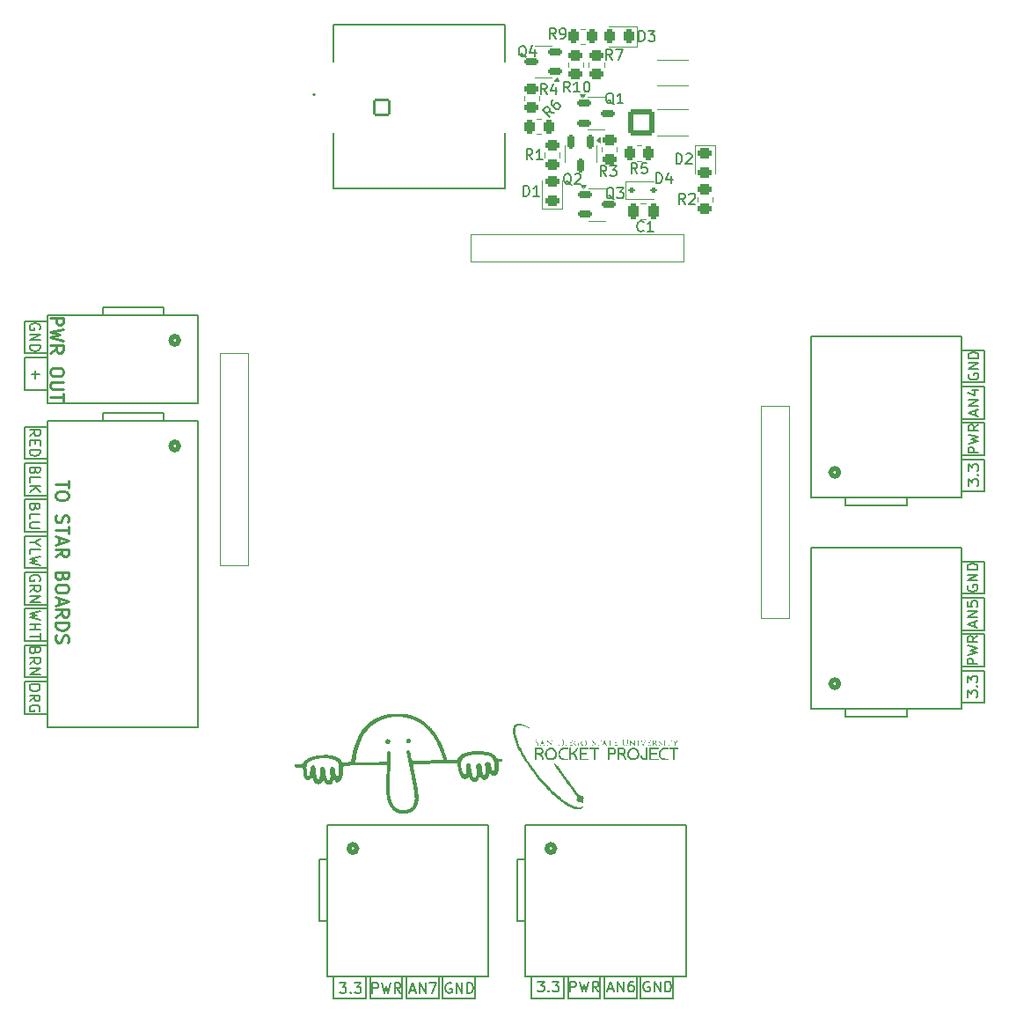
<source format=gto>
G04 #@! TF.GenerationSoftware,KiCad,Pcbnew,9.0.0*
G04 #@! TF.CreationDate,2025-02-28T23:28:00-08:00*
G04 #@! TF.ProjectId,Constellation Saddle V1.1,436f6e73-7465-46c6-9c61-74696f6e2053,rev?*
G04 #@! TF.SameCoordinates,Original*
G04 #@! TF.FileFunction,Legend,Top*
G04 #@! TF.FilePolarity,Positive*
%FSLAX46Y46*%
G04 Gerber Fmt 4.6, Leading zero omitted, Abs format (unit mm)*
G04 Created by KiCad (PCBNEW 9.0.0) date 2025-02-28 23:28:00*
%MOMM*%
%LPD*%
G01*
G04 APERTURE LIST*
G04 Aperture macros list*
%AMRoundRect*
0 Rectangle with rounded corners*
0 $1 Rounding radius*
0 $2 $3 $4 $5 $6 $7 $8 $9 X,Y pos of 4 corners*
0 Add a 4 corners polygon primitive as box body*
4,1,4,$2,$3,$4,$5,$6,$7,$8,$9,$2,$3,0*
0 Add four circle primitives for the rounded corners*
1,1,$1+$1,$2,$3*
1,1,$1+$1,$4,$5*
1,1,$1+$1,$6,$7*
1,1,$1+$1,$8,$9*
0 Add four rect primitives between the rounded corners*
20,1,$1+$1,$2,$3,$4,$5,0*
20,1,$1+$1,$4,$5,$6,$7,0*
20,1,$1+$1,$6,$7,$8,$9,0*
20,1,$1+$1,$8,$9,$2,$3,0*%
G04 Aperture macros list end*
%ADD10C,0.150000*%
%ADD11C,0.250000*%
%ADD12C,0.120000*%
%ADD13C,0.127000*%
%ADD14C,0.200000*%
%ADD15C,0.152400*%
%ADD16C,0.508000*%
%ADD17C,0.000000*%
%ADD18R,1.700000X1.700000*%
%ADD19O,1.700000X1.700000*%
%ADD20RoundRect,0.243750X0.456250X-0.243750X0.456250X0.243750X-0.456250X0.243750X-0.456250X-0.243750X0*%
%ADD21C,3.200000*%
%ADD22RoundRect,0.102000X0.704000X0.704000X-0.704000X0.704000X-0.704000X-0.704000X0.704000X-0.704000X0*%
%ADD23C,1.612000*%
%ADD24C,2.604000*%
%ADD25C,1.900000*%
%ADD26RoundRect,0.250000X-0.450000X0.262500X-0.450000X-0.262500X0.450000X-0.262500X0.450000X0.262500X0*%
%ADD27RoundRect,0.250000X-0.262500X-0.450000X0.262500X-0.450000X0.262500X0.450000X-0.262500X0.450000X0*%
%ADD28C,5.600000*%
%ADD29RoundRect,0.112500X-0.187500X-0.112500X0.187500X-0.112500X0.187500X0.112500X-0.187500X0.112500X0*%
%ADD30RoundRect,0.150000X-0.512500X-0.150000X0.512500X-0.150000X0.512500X0.150000X-0.512500X0.150000X0*%
%ADD31RoundRect,0.243750X-0.456250X0.243750X-0.456250X-0.243750X0.456250X-0.243750X0.456250X0.243750X0*%
%ADD32RoundRect,0.243750X0.243750X0.456250X-0.243750X0.456250X-0.243750X-0.456250X0.243750X-0.456250X0*%
%ADD33RoundRect,0.150000X-0.150000X0.512500X-0.150000X-0.512500X0.150000X-0.512500X0.150000X0.512500X0*%
%ADD34RoundRect,0.250000X0.450000X-0.262500X0.450000X0.262500X-0.450000X0.262500X-0.450000X-0.262500X0*%
%ADD35C,2.800000*%
%ADD36RoundRect,0.249999X1.025001X-1.025001X1.025001X1.025001X-1.025001X1.025001X-1.025001X-1.025001X0*%
%ADD37C,2.550000*%
%ADD38RoundRect,0.150000X0.512500X0.150000X-0.512500X0.150000X-0.512500X-0.150000X0.512500X-0.150000X0*%
%ADD39RoundRect,0.250000X-0.250000X-0.475000X0.250000X-0.475000X0.250000X0.475000X-0.250000X0.475000X0*%
G04 APERTURE END LIST*
D10*
X98589819Y-50808458D02*
X98589819Y-50189411D01*
X98589819Y-50189411D02*
X98970771Y-50522744D01*
X98970771Y-50522744D02*
X98970771Y-50379887D01*
X98970771Y-50379887D02*
X99018390Y-50284649D01*
X99018390Y-50284649D02*
X99066009Y-50237030D01*
X99066009Y-50237030D02*
X99161247Y-50189411D01*
X99161247Y-50189411D02*
X99399342Y-50189411D01*
X99399342Y-50189411D02*
X99494580Y-50237030D01*
X99494580Y-50237030D02*
X99542200Y-50284649D01*
X99542200Y-50284649D02*
X99589819Y-50379887D01*
X99589819Y-50379887D02*
X99589819Y-50665601D01*
X99589819Y-50665601D02*
X99542200Y-50760839D01*
X99542200Y-50760839D02*
X99494580Y-50808458D01*
X99494580Y-49760839D02*
X99542200Y-49713220D01*
X99542200Y-49713220D02*
X99589819Y-49760839D01*
X99589819Y-49760839D02*
X99542200Y-49808458D01*
X99542200Y-49808458D02*
X99494580Y-49760839D01*
X99494580Y-49760839D02*
X99589819Y-49760839D01*
X98589819Y-49379887D02*
X98589819Y-48760840D01*
X98589819Y-48760840D02*
X98970771Y-49094173D01*
X98970771Y-49094173D02*
X98970771Y-48951316D01*
X98970771Y-48951316D02*
X99018390Y-48856078D01*
X99018390Y-48856078D02*
X99066009Y-48808459D01*
X99066009Y-48808459D02*
X99161247Y-48760840D01*
X99161247Y-48760840D02*
X99399342Y-48760840D01*
X99399342Y-48760840D02*
X99494580Y-48808459D01*
X99494580Y-48808459D02*
X99542200Y-48856078D01*
X99542200Y-48856078D02*
X99589819Y-48951316D01*
X99589819Y-48951316D02*
X99589819Y-49237030D01*
X99589819Y-49237030D02*
X99542200Y-49332268D01*
X99542200Y-49332268D02*
X99494580Y-49379887D01*
X48840588Y-98657438D02*
X48745350Y-98609819D01*
X48745350Y-98609819D02*
X48602493Y-98609819D01*
X48602493Y-98609819D02*
X48459636Y-98657438D01*
X48459636Y-98657438D02*
X48364398Y-98752676D01*
X48364398Y-98752676D02*
X48316779Y-98847914D01*
X48316779Y-98847914D02*
X48269160Y-99038390D01*
X48269160Y-99038390D02*
X48269160Y-99181247D01*
X48269160Y-99181247D02*
X48316779Y-99371723D01*
X48316779Y-99371723D02*
X48364398Y-99466961D01*
X48364398Y-99466961D02*
X48459636Y-99562200D01*
X48459636Y-99562200D02*
X48602493Y-99609819D01*
X48602493Y-99609819D02*
X48697731Y-99609819D01*
X48697731Y-99609819D02*
X48840588Y-99562200D01*
X48840588Y-99562200D02*
X48888207Y-99514580D01*
X48888207Y-99514580D02*
X48888207Y-99181247D01*
X48888207Y-99181247D02*
X48697731Y-99181247D01*
X49316779Y-99609819D02*
X49316779Y-98609819D01*
X49316779Y-98609819D02*
X49888207Y-99609819D01*
X49888207Y-99609819D02*
X49888207Y-98609819D01*
X50364398Y-99609819D02*
X50364398Y-98609819D01*
X50364398Y-98609819D02*
X50602493Y-98609819D01*
X50602493Y-98609819D02*
X50745350Y-98657438D01*
X50745350Y-98657438D02*
X50840588Y-98752676D01*
X50840588Y-98752676D02*
X50888207Y-98847914D01*
X50888207Y-98847914D02*
X50935826Y-99038390D01*
X50935826Y-99038390D02*
X50935826Y-99181247D01*
X50935826Y-99181247D02*
X50888207Y-99371723D01*
X50888207Y-99371723D02*
X50840588Y-99466961D01*
X50840588Y-99466961D02*
X50745350Y-99562200D01*
X50745350Y-99562200D02*
X50602493Y-99609819D01*
X50602493Y-99609819D02*
X50364398Y-99609819D01*
X98637438Y-40069411D02*
X98589819Y-40164649D01*
X98589819Y-40164649D02*
X98589819Y-40307506D01*
X98589819Y-40307506D02*
X98637438Y-40450363D01*
X98637438Y-40450363D02*
X98732676Y-40545601D01*
X98732676Y-40545601D02*
X98827914Y-40593220D01*
X98827914Y-40593220D02*
X99018390Y-40640839D01*
X99018390Y-40640839D02*
X99161247Y-40640839D01*
X99161247Y-40640839D02*
X99351723Y-40593220D01*
X99351723Y-40593220D02*
X99446961Y-40545601D01*
X99446961Y-40545601D02*
X99542200Y-40450363D01*
X99542200Y-40450363D02*
X99589819Y-40307506D01*
X99589819Y-40307506D02*
X99589819Y-40212268D01*
X99589819Y-40212268D02*
X99542200Y-40069411D01*
X99542200Y-40069411D02*
X99494580Y-40021792D01*
X99494580Y-40021792D02*
X99161247Y-40021792D01*
X99161247Y-40021792D02*
X99161247Y-40212268D01*
X99589819Y-39593220D02*
X98589819Y-39593220D01*
X98589819Y-39593220D02*
X99589819Y-39021792D01*
X99589819Y-39021792D02*
X98589819Y-39021792D01*
X99589819Y-38545601D02*
X98589819Y-38545601D01*
X98589819Y-38545601D02*
X98589819Y-38307506D01*
X98589819Y-38307506D02*
X98637438Y-38164649D01*
X98637438Y-38164649D02*
X98732676Y-38069411D01*
X98732676Y-38069411D02*
X98827914Y-38021792D01*
X98827914Y-38021792D02*
X99018390Y-37974173D01*
X99018390Y-37974173D02*
X99161247Y-37974173D01*
X99161247Y-37974173D02*
X99351723Y-38021792D01*
X99351723Y-38021792D02*
X99446961Y-38069411D01*
X99446961Y-38069411D02*
X99542200Y-38164649D01*
X99542200Y-38164649D02*
X99589819Y-38307506D01*
X99589819Y-38307506D02*
X99589819Y-38545601D01*
X57161540Y-98479819D02*
X57780587Y-98479819D01*
X57780587Y-98479819D02*
X57447254Y-98860771D01*
X57447254Y-98860771D02*
X57590111Y-98860771D01*
X57590111Y-98860771D02*
X57685349Y-98908390D01*
X57685349Y-98908390D02*
X57732968Y-98956009D01*
X57732968Y-98956009D02*
X57780587Y-99051247D01*
X57780587Y-99051247D02*
X57780587Y-99289342D01*
X57780587Y-99289342D02*
X57732968Y-99384580D01*
X57732968Y-99384580D02*
X57685349Y-99432200D01*
X57685349Y-99432200D02*
X57590111Y-99479819D01*
X57590111Y-99479819D02*
X57304397Y-99479819D01*
X57304397Y-99479819D02*
X57209159Y-99432200D01*
X57209159Y-99432200D02*
X57161540Y-99384580D01*
X58209159Y-99384580D02*
X58256778Y-99432200D01*
X58256778Y-99432200D02*
X58209159Y-99479819D01*
X58209159Y-99479819D02*
X58161540Y-99432200D01*
X58161540Y-99432200D02*
X58209159Y-99384580D01*
X58209159Y-99384580D02*
X58209159Y-99479819D01*
X58590111Y-98479819D02*
X59209158Y-98479819D01*
X59209158Y-98479819D02*
X58875825Y-98860771D01*
X58875825Y-98860771D02*
X59018682Y-98860771D01*
X59018682Y-98860771D02*
X59113920Y-98908390D01*
X59113920Y-98908390D02*
X59161539Y-98956009D01*
X59161539Y-98956009D02*
X59209158Y-99051247D01*
X59209158Y-99051247D02*
X59209158Y-99289342D01*
X59209158Y-99289342D02*
X59161539Y-99384580D01*
X59161539Y-99384580D02*
X59113920Y-99432200D01*
X59113920Y-99432200D02*
X59018682Y-99479819D01*
X59018682Y-99479819D02*
X58732968Y-99479819D01*
X58732968Y-99479819D02*
X58637730Y-99432200D01*
X58637730Y-99432200D02*
X58590111Y-99384580D01*
X98547438Y-60409411D02*
X98499819Y-60504649D01*
X98499819Y-60504649D02*
X98499819Y-60647506D01*
X98499819Y-60647506D02*
X98547438Y-60790363D01*
X98547438Y-60790363D02*
X98642676Y-60885601D01*
X98642676Y-60885601D02*
X98737914Y-60933220D01*
X98737914Y-60933220D02*
X98928390Y-60980839D01*
X98928390Y-60980839D02*
X99071247Y-60980839D01*
X99071247Y-60980839D02*
X99261723Y-60933220D01*
X99261723Y-60933220D02*
X99356961Y-60885601D01*
X99356961Y-60885601D02*
X99452200Y-60790363D01*
X99452200Y-60790363D02*
X99499819Y-60647506D01*
X99499819Y-60647506D02*
X99499819Y-60552268D01*
X99499819Y-60552268D02*
X99452200Y-60409411D01*
X99452200Y-60409411D02*
X99404580Y-60361792D01*
X99404580Y-60361792D02*
X99071247Y-60361792D01*
X99071247Y-60361792D02*
X99071247Y-60552268D01*
X99499819Y-59933220D02*
X98499819Y-59933220D01*
X98499819Y-59933220D02*
X99499819Y-59361792D01*
X99499819Y-59361792D02*
X98499819Y-59361792D01*
X99499819Y-58885601D02*
X98499819Y-58885601D01*
X98499819Y-58885601D02*
X98499819Y-58647506D01*
X98499819Y-58647506D02*
X98547438Y-58504649D01*
X98547438Y-58504649D02*
X98642676Y-58409411D01*
X98642676Y-58409411D02*
X98737914Y-58361792D01*
X98737914Y-58361792D02*
X98928390Y-58314173D01*
X98928390Y-58314173D02*
X99071247Y-58314173D01*
X99071247Y-58314173D02*
X99261723Y-58361792D01*
X99261723Y-58361792D02*
X99356961Y-58409411D01*
X99356961Y-58409411D02*
X99452200Y-58504649D01*
X99452200Y-58504649D02*
X99499819Y-58647506D01*
X99499819Y-58647506D02*
X99499819Y-58885601D01*
X9270180Y-62871541D02*
X8270180Y-63109636D01*
X8270180Y-63109636D02*
X8984466Y-63300112D01*
X8984466Y-63300112D02*
X8270180Y-63490588D01*
X8270180Y-63490588D02*
X9270180Y-63728684D01*
X8270180Y-64109636D02*
X9270180Y-64109636D01*
X8793990Y-64109636D02*
X8793990Y-64681064D01*
X8270180Y-64681064D02*
X9270180Y-64681064D01*
X9270180Y-65014398D02*
X9270180Y-65585826D01*
X8270180Y-65300112D02*
X9270180Y-65300112D01*
X8783990Y-49360112D02*
X8736371Y-49502969D01*
X8736371Y-49502969D02*
X8688752Y-49550588D01*
X8688752Y-49550588D02*
X8593514Y-49598207D01*
X8593514Y-49598207D02*
X8450657Y-49598207D01*
X8450657Y-49598207D02*
X8355419Y-49550588D01*
X8355419Y-49550588D02*
X8307800Y-49502969D01*
X8307800Y-49502969D02*
X8260180Y-49407731D01*
X8260180Y-49407731D02*
X8260180Y-49026779D01*
X8260180Y-49026779D02*
X9260180Y-49026779D01*
X9260180Y-49026779D02*
X9260180Y-49360112D01*
X9260180Y-49360112D02*
X9212561Y-49455350D01*
X9212561Y-49455350D02*
X9164942Y-49502969D01*
X9164942Y-49502969D02*
X9069704Y-49550588D01*
X9069704Y-49550588D02*
X8974466Y-49550588D01*
X8974466Y-49550588D02*
X8879228Y-49502969D01*
X8879228Y-49502969D02*
X8831609Y-49455350D01*
X8831609Y-49455350D02*
X8783990Y-49360112D01*
X8783990Y-49360112D02*
X8783990Y-49026779D01*
X8260180Y-50502969D02*
X8260180Y-50026779D01*
X8260180Y-50026779D02*
X9260180Y-50026779D01*
X8260180Y-50836303D02*
X9260180Y-50836303D01*
X8260180Y-51407731D02*
X8831609Y-50979160D01*
X9260180Y-51407731D02*
X8688752Y-50836303D01*
X99214104Y-64360839D02*
X99214104Y-63884649D01*
X99499819Y-64456077D02*
X98499819Y-64122744D01*
X98499819Y-64122744D02*
X99499819Y-63789411D01*
X99499819Y-63456077D02*
X98499819Y-63456077D01*
X98499819Y-63456077D02*
X99499819Y-62884649D01*
X99499819Y-62884649D02*
X98499819Y-62884649D01*
X98499819Y-61932268D02*
X98499819Y-62408458D01*
X98499819Y-62408458D02*
X98976009Y-62456077D01*
X98976009Y-62456077D02*
X98928390Y-62408458D01*
X98928390Y-62408458D02*
X98880771Y-62313220D01*
X98880771Y-62313220D02*
X98880771Y-62075125D01*
X98880771Y-62075125D02*
X98928390Y-61979887D01*
X98928390Y-61979887D02*
X98976009Y-61932268D01*
X98976009Y-61932268D02*
X99071247Y-61884649D01*
X99071247Y-61884649D02*
X99309342Y-61884649D01*
X99309342Y-61884649D02*
X99404580Y-61932268D01*
X99404580Y-61932268D02*
X99452200Y-61979887D01*
X99452200Y-61979887D02*
X99499819Y-62075125D01*
X99499819Y-62075125D02*
X99499819Y-62313220D01*
X99499819Y-62313220D02*
X99452200Y-62408458D01*
X99452200Y-62408458D02*
X99404580Y-62456077D01*
X99304104Y-44020839D02*
X99304104Y-43544649D01*
X99589819Y-44116077D02*
X98589819Y-43782744D01*
X98589819Y-43782744D02*
X99589819Y-43449411D01*
X99589819Y-43116077D02*
X98589819Y-43116077D01*
X98589819Y-43116077D02*
X99589819Y-42544649D01*
X99589819Y-42544649D02*
X98589819Y-42544649D01*
X98923152Y-41639887D02*
X99589819Y-41639887D01*
X98542200Y-41877982D02*
X99256485Y-42116077D01*
X99256485Y-42116077D02*
X99256485Y-41497030D01*
X8736371Y-56237255D02*
X8260180Y-56237255D01*
X9260180Y-55903922D02*
X8736371Y-56237255D01*
X8736371Y-56237255D02*
X9260180Y-56570588D01*
X8260180Y-57380112D02*
X8260180Y-56903922D01*
X8260180Y-56903922D02*
X9260180Y-56903922D01*
X9260180Y-57618208D02*
X8260180Y-57856303D01*
X8260180Y-57856303D02*
X8974466Y-58046779D01*
X8974466Y-58046779D02*
X8260180Y-58237255D01*
X8260180Y-58237255D02*
X9260180Y-58475351D01*
X8821133Y-39746779D02*
X8821133Y-40508684D01*
X8440180Y-40127731D02*
X9202085Y-40127731D01*
X9250180Y-70107255D02*
X9250180Y-70297731D01*
X9250180Y-70297731D02*
X9202561Y-70392969D01*
X9202561Y-70392969D02*
X9107323Y-70488207D01*
X9107323Y-70488207D02*
X8916847Y-70535826D01*
X8916847Y-70535826D02*
X8583514Y-70535826D01*
X8583514Y-70535826D02*
X8393038Y-70488207D01*
X8393038Y-70488207D02*
X8297800Y-70392969D01*
X8297800Y-70392969D02*
X8250180Y-70297731D01*
X8250180Y-70297731D02*
X8250180Y-70107255D01*
X8250180Y-70107255D02*
X8297800Y-70012017D01*
X8297800Y-70012017D02*
X8393038Y-69916779D01*
X8393038Y-69916779D02*
X8583514Y-69869160D01*
X8583514Y-69869160D02*
X8916847Y-69869160D01*
X8916847Y-69869160D02*
X9107323Y-69916779D01*
X9107323Y-69916779D02*
X9202561Y-70012017D01*
X9202561Y-70012017D02*
X9250180Y-70107255D01*
X8250180Y-71535826D02*
X8726371Y-71202493D01*
X8250180Y-70964398D02*
X9250180Y-70964398D01*
X9250180Y-70964398D02*
X9250180Y-71345350D01*
X9250180Y-71345350D02*
X9202561Y-71440588D01*
X9202561Y-71440588D02*
X9154942Y-71488207D01*
X9154942Y-71488207D02*
X9059704Y-71535826D01*
X9059704Y-71535826D02*
X8916847Y-71535826D01*
X8916847Y-71535826D02*
X8821609Y-71488207D01*
X8821609Y-71488207D02*
X8773990Y-71440588D01*
X8773990Y-71440588D02*
X8726371Y-71345350D01*
X8726371Y-71345350D02*
X8726371Y-70964398D01*
X9202561Y-72488207D02*
X9250180Y-72392969D01*
X9250180Y-72392969D02*
X9250180Y-72250112D01*
X9250180Y-72250112D02*
X9202561Y-72107255D01*
X9202561Y-72107255D02*
X9107323Y-72012017D01*
X9107323Y-72012017D02*
X9012085Y-71964398D01*
X9012085Y-71964398D02*
X8821609Y-71916779D01*
X8821609Y-71916779D02*
X8678752Y-71916779D01*
X8678752Y-71916779D02*
X8488276Y-71964398D01*
X8488276Y-71964398D02*
X8393038Y-72012017D01*
X8393038Y-72012017D02*
X8297800Y-72107255D01*
X8297800Y-72107255D02*
X8250180Y-72250112D01*
X8250180Y-72250112D02*
X8250180Y-72345350D01*
X8250180Y-72345350D02*
X8297800Y-72488207D01*
X8297800Y-72488207D02*
X8345419Y-72535826D01*
X8345419Y-72535826D02*
X8678752Y-72535826D01*
X8678752Y-72535826D02*
X8678752Y-72345350D01*
D11*
X10235976Y-34642092D02*
X11485976Y-34642092D01*
X11485976Y-34642092D02*
X11485976Y-35118282D01*
X11485976Y-35118282D02*
X11426452Y-35237330D01*
X11426452Y-35237330D02*
X11366928Y-35296853D01*
X11366928Y-35296853D02*
X11247880Y-35356377D01*
X11247880Y-35356377D02*
X11069309Y-35356377D01*
X11069309Y-35356377D02*
X10950261Y-35296853D01*
X10950261Y-35296853D02*
X10890738Y-35237330D01*
X10890738Y-35237330D02*
X10831214Y-35118282D01*
X10831214Y-35118282D02*
X10831214Y-34642092D01*
X11485976Y-35773044D02*
X10235976Y-36070663D01*
X10235976Y-36070663D02*
X11128833Y-36308758D01*
X11128833Y-36308758D02*
X10235976Y-36546853D01*
X10235976Y-36546853D02*
X11485976Y-36844473D01*
X10235976Y-38034948D02*
X10831214Y-37618282D01*
X10235976Y-37320663D02*
X11485976Y-37320663D01*
X11485976Y-37320663D02*
X11485976Y-37796853D01*
X11485976Y-37796853D02*
X11426452Y-37915901D01*
X11426452Y-37915901D02*
X11366928Y-37975424D01*
X11366928Y-37975424D02*
X11247880Y-38034948D01*
X11247880Y-38034948D02*
X11069309Y-38034948D01*
X11069309Y-38034948D02*
X10950261Y-37975424D01*
X10950261Y-37975424D02*
X10890738Y-37915901D01*
X10890738Y-37915901D02*
X10831214Y-37796853D01*
X10831214Y-37796853D02*
X10831214Y-37320663D01*
X11485976Y-39761139D02*
X11485976Y-39999234D01*
X11485976Y-39999234D02*
X11426452Y-40118282D01*
X11426452Y-40118282D02*
X11307404Y-40237329D01*
X11307404Y-40237329D02*
X11069309Y-40296853D01*
X11069309Y-40296853D02*
X10652642Y-40296853D01*
X10652642Y-40296853D02*
X10414547Y-40237329D01*
X10414547Y-40237329D02*
X10295500Y-40118282D01*
X10295500Y-40118282D02*
X10235976Y-39999234D01*
X10235976Y-39999234D02*
X10235976Y-39761139D01*
X10235976Y-39761139D02*
X10295500Y-39642091D01*
X10295500Y-39642091D02*
X10414547Y-39523044D01*
X10414547Y-39523044D02*
X10652642Y-39463520D01*
X10652642Y-39463520D02*
X11069309Y-39463520D01*
X11069309Y-39463520D02*
X11307404Y-39523044D01*
X11307404Y-39523044D02*
X11426452Y-39642091D01*
X11426452Y-39642091D02*
X11485976Y-39761139D01*
X11485976Y-40832568D02*
X10474071Y-40832568D01*
X10474071Y-40832568D02*
X10355023Y-40892091D01*
X10355023Y-40892091D02*
X10295500Y-40951615D01*
X10295500Y-40951615D02*
X10235976Y-41070663D01*
X10235976Y-41070663D02*
X10235976Y-41308758D01*
X10235976Y-41308758D02*
X10295500Y-41427806D01*
X10295500Y-41427806D02*
X10355023Y-41487329D01*
X10355023Y-41487329D02*
X10474071Y-41546853D01*
X10474071Y-41546853D02*
X11485976Y-41546853D01*
X11485976Y-41963520D02*
X11485976Y-42677806D01*
X10235976Y-42320663D02*
X11485976Y-42320663D01*
D10*
X63949160Y-99194104D02*
X64425350Y-99194104D01*
X63853922Y-99479819D02*
X64187255Y-98479819D01*
X64187255Y-98479819D02*
X64520588Y-99479819D01*
X64853922Y-99479819D02*
X64853922Y-98479819D01*
X64853922Y-98479819D02*
X65425350Y-99479819D01*
X65425350Y-99479819D02*
X65425350Y-98479819D01*
X66330112Y-98479819D02*
X66139636Y-98479819D01*
X66139636Y-98479819D02*
X66044398Y-98527438D01*
X66044398Y-98527438D02*
X65996779Y-98575057D01*
X65996779Y-98575057D02*
X65901541Y-98717914D01*
X65901541Y-98717914D02*
X65853922Y-98908390D01*
X65853922Y-98908390D02*
X65853922Y-99289342D01*
X65853922Y-99289342D02*
X65901541Y-99384580D01*
X65901541Y-99384580D02*
X65949160Y-99432200D01*
X65949160Y-99432200D02*
X66044398Y-99479819D01*
X66044398Y-99479819D02*
X66234874Y-99479819D01*
X66234874Y-99479819D02*
X66330112Y-99432200D01*
X66330112Y-99432200D02*
X66377731Y-99384580D01*
X66377731Y-99384580D02*
X66425350Y-99289342D01*
X66425350Y-99289342D02*
X66425350Y-99051247D01*
X66425350Y-99051247D02*
X66377731Y-98956009D01*
X66377731Y-98956009D02*
X66330112Y-98908390D01*
X66330112Y-98908390D02*
X66234874Y-98860771D01*
X66234874Y-98860771D02*
X66044398Y-98860771D01*
X66044398Y-98860771D02*
X65949160Y-98908390D01*
X65949160Y-98908390D02*
X65901541Y-98956009D01*
X65901541Y-98956009D02*
X65853922Y-99051247D01*
X41246779Y-99609819D02*
X41246779Y-98609819D01*
X41246779Y-98609819D02*
X41627731Y-98609819D01*
X41627731Y-98609819D02*
X41722969Y-98657438D01*
X41722969Y-98657438D02*
X41770588Y-98705057D01*
X41770588Y-98705057D02*
X41818207Y-98800295D01*
X41818207Y-98800295D02*
X41818207Y-98943152D01*
X41818207Y-98943152D02*
X41770588Y-99038390D01*
X41770588Y-99038390D02*
X41722969Y-99086009D01*
X41722969Y-99086009D02*
X41627731Y-99133628D01*
X41627731Y-99133628D02*
X41246779Y-99133628D01*
X42151541Y-98609819D02*
X42389636Y-99609819D01*
X42389636Y-99609819D02*
X42580112Y-98895533D01*
X42580112Y-98895533D02*
X42770588Y-99609819D01*
X42770588Y-99609819D02*
X43008684Y-98609819D01*
X43961064Y-99609819D02*
X43627731Y-99133628D01*
X43389636Y-99609819D02*
X43389636Y-98609819D01*
X43389636Y-98609819D02*
X43770588Y-98609819D01*
X43770588Y-98609819D02*
X43865826Y-98657438D01*
X43865826Y-98657438D02*
X43913445Y-98705057D01*
X43913445Y-98705057D02*
X43961064Y-98800295D01*
X43961064Y-98800295D02*
X43961064Y-98943152D01*
X43961064Y-98943152D02*
X43913445Y-99038390D01*
X43913445Y-99038390D02*
X43865826Y-99086009D01*
X43865826Y-99086009D02*
X43770588Y-99133628D01*
X43770588Y-99133628D02*
X43389636Y-99133628D01*
X9222561Y-35770588D02*
X9270180Y-35675350D01*
X9270180Y-35675350D02*
X9270180Y-35532493D01*
X9270180Y-35532493D02*
X9222561Y-35389636D01*
X9222561Y-35389636D02*
X9127323Y-35294398D01*
X9127323Y-35294398D02*
X9032085Y-35246779D01*
X9032085Y-35246779D02*
X8841609Y-35199160D01*
X8841609Y-35199160D02*
X8698752Y-35199160D01*
X8698752Y-35199160D02*
X8508276Y-35246779D01*
X8508276Y-35246779D02*
X8413038Y-35294398D01*
X8413038Y-35294398D02*
X8317800Y-35389636D01*
X8317800Y-35389636D02*
X8270180Y-35532493D01*
X8270180Y-35532493D02*
X8270180Y-35627731D01*
X8270180Y-35627731D02*
X8317800Y-35770588D01*
X8317800Y-35770588D02*
X8365419Y-35818207D01*
X8365419Y-35818207D02*
X8698752Y-35818207D01*
X8698752Y-35818207D02*
X8698752Y-35627731D01*
X8270180Y-36246779D02*
X9270180Y-36246779D01*
X9270180Y-36246779D02*
X8270180Y-36818207D01*
X8270180Y-36818207D02*
X9270180Y-36818207D01*
X8270180Y-37294398D02*
X9270180Y-37294398D01*
X9270180Y-37294398D02*
X9270180Y-37532493D01*
X9270180Y-37532493D02*
X9222561Y-37675350D01*
X9222561Y-37675350D02*
X9127323Y-37770588D01*
X9127323Y-37770588D02*
X9032085Y-37818207D01*
X9032085Y-37818207D02*
X8841609Y-37865826D01*
X8841609Y-37865826D02*
X8698752Y-37865826D01*
X8698752Y-37865826D02*
X8508276Y-37818207D01*
X8508276Y-37818207D02*
X8413038Y-37770588D01*
X8413038Y-37770588D02*
X8317800Y-37675350D01*
X8317800Y-37675350D02*
X8270180Y-37532493D01*
X8270180Y-37532493D02*
X8270180Y-37294398D01*
X44889160Y-99324104D02*
X45365350Y-99324104D01*
X44793922Y-99609819D02*
X45127255Y-98609819D01*
X45127255Y-98609819D02*
X45460588Y-99609819D01*
X45793922Y-99609819D02*
X45793922Y-98609819D01*
X45793922Y-98609819D02*
X46365350Y-99609819D01*
X46365350Y-99609819D02*
X46365350Y-98609819D01*
X46746303Y-98609819D02*
X47412969Y-98609819D01*
X47412969Y-98609819D02*
X46984398Y-99609819D01*
X8260180Y-46038207D02*
X8736371Y-45704874D01*
X8260180Y-45466779D02*
X9260180Y-45466779D01*
X9260180Y-45466779D02*
X9260180Y-45847731D01*
X9260180Y-45847731D02*
X9212561Y-45942969D01*
X9212561Y-45942969D02*
X9164942Y-45990588D01*
X9164942Y-45990588D02*
X9069704Y-46038207D01*
X9069704Y-46038207D02*
X8926847Y-46038207D01*
X8926847Y-46038207D02*
X8831609Y-45990588D01*
X8831609Y-45990588D02*
X8783990Y-45942969D01*
X8783990Y-45942969D02*
X8736371Y-45847731D01*
X8736371Y-45847731D02*
X8736371Y-45466779D01*
X8783990Y-46466779D02*
X8783990Y-46800112D01*
X8260180Y-46942969D02*
X8260180Y-46466779D01*
X8260180Y-46466779D02*
X9260180Y-46466779D01*
X9260180Y-46466779D02*
X9260180Y-46942969D01*
X8260180Y-47371541D02*
X9260180Y-47371541D01*
X9260180Y-47371541D02*
X9260180Y-47609636D01*
X9260180Y-47609636D02*
X9212561Y-47752493D01*
X9212561Y-47752493D02*
X9117323Y-47847731D01*
X9117323Y-47847731D02*
X9022085Y-47895350D01*
X9022085Y-47895350D02*
X8831609Y-47942969D01*
X8831609Y-47942969D02*
X8688752Y-47942969D01*
X8688752Y-47942969D02*
X8498276Y-47895350D01*
X8498276Y-47895350D02*
X8403038Y-47847731D01*
X8403038Y-47847731D02*
X8307800Y-47752493D01*
X8307800Y-47752493D02*
X8260180Y-47609636D01*
X8260180Y-47609636D02*
X8260180Y-47371541D01*
X38101540Y-98609819D02*
X38720587Y-98609819D01*
X38720587Y-98609819D02*
X38387254Y-98990771D01*
X38387254Y-98990771D02*
X38530111Y-98990771D01*
X38530111Y-98990771D02*
X38625349Y-99038390D01*
X38625349Y-99038390D02*
X38672968Y-99086009D01*
X38672968Y-99086009D02*
X38720587Y-99181247D01*
X38720587Y-99181247D02*
X38720587Y-99419342D01*
X38720587Y-99419342D02*
X38672968Y-99514580D01*
X38672968Y-99514580D02*
X38625349Y-99562200D01*
X38625349Y-99562200D02*
X38530111Y-99609819D01*
X38530111Y-99609819D02*
X38244397Y-99609819D01*
X38244397Y-99609819D02*
X38149159Y-99562200D01*
X38149159Y-99562200D02*
X38101540Y-99514580D01*
X39149159Y-99514580D02*
X39196778Y-99562200D01*
X39196778Y-99562200D02*
X39149159Y-99609819D01*
X39149159Y-99609819D02*
X39101540Y-99562200D01*
X39101540Y-99562200D02*
X39149159Y-99514580D01*
X39149159Y-99514580D02*
X39149159Y-99609819D01*
X39530111Y-98609819D02*
X40149158Y-98609819D01*
X40149158Y-98609819D02*
X39815825Y-98990771D01*
X39815825Y-98990771D02*
X39958682Y-98990771D01*
X39958682Y-98990771D02*
X40053920Y-99038390D01*
X40053920Y-99038390D02*
X40101539Y-99086009D01*
X40101539Y-99086009D02*
X40149158Y-99181247D01*
X40149158Y-99181247D02*
X40149158Y-99419342D01*
X40149158Y-99419342D02*
X40101539Y-99514580D01*
X40101539Y-99514580D02*
X40053920Y-99562200D01*
X40053920Y-99562200D02*
X39958682Y-99609819D01*
X39958682Y-99609819D02*
X39672968Y-99609819D01*
X39672968Y-99609819D02*
X39577730Y-99562200D01*
X39577730Y-99562200D02*
X39530111Y-99514580D01*
X98499819Y-71148458D02*
X98499819Y-70529411D01*
X98499819Y-70529411D02*
X98880771Y-70862744D01*
X98880771Y-70862744D02*
X98880771Y-70719887D01*
X98880771Y-70719887D02*
X98928390Y-70624649D01*
X98928390Y-70624649D02*
X98976009Y-70577030D01*
X98976009Y-70577030D02*
X99071247Y-70529411D01*
X99071247Y-70529411D02*
X99309342Y-70529411D01*
X99309342Y-70529411D02*
X99404580Y-70577030D01*
X99404580Y-70577030D02*
X99452200Y-70624649D01*
X99452200Y-70624649D02*
X99499819Y-70719887D01*
X99499819Y-70719887D02*
X99499819Y-71005601D01*
X99499819Y-71005601D02*
X99452200Y-71100839D01*
X99452200Y-71100839D02*
X99404580Y-71148458D01*
X99404580Y-70100839D02*
X99452200Y-70053220D01*
X99452200Y-70053220D02*
X99499819Y-70100839D01*
X99499819Y-70100839D02*
X99452200Y-70148458D01*
X99452200Y-70148458D02*
X99404580Y-70100839D01*
X99404580Y-70100839D02*
X99499819Y-70100839D01*
X98499819Y-69719887D02*
X98499819Y-69100840D01*
X98499819Y-69100840D02*
X98880771Y-69434173D01*
X98880771Y-69434173D02*
X98880771Y-69291316D01*
X98880771Y-69291316D02*
X98928390Y-69196078D01*
X98928390Y-69196078D02*
X98976009Y-69148459D01*
X98976009Y-69148459D02*
X99071247Y-69100840D01*
X99071247Y-69100840D02*
X99309342Y-69100840D01*
X99309342Y-69100840D02*
X99404580Y-69148459D01*
X99404580Y-69148459D02*
X99452200Y-69196078D01*
X99452200Y-69196078D02*
X99499819Y-69291316D01*
X99499819Y-69291316D02*
X99499819Y-69577030D01*
X99499819Y-69577030D02*
X99452200Y-69672268D01*
X99452200Y-69672268D02*
X99404580Y-69719887D01*
X8773990Y-52855662D02*
X8726371Y-52998519D01*
X8726371Y-52998519D02*
X8678752Y-53046138D01*
X8678752Y-53046138D02*
X8583514Y-53093757D01*
X8583514Y-53093757D02*
X8440657Y-53093757D01*
X8440657Y-53093757D02*
X8345419Y-53046138D01*
X8345419Y-53046138D02*
X8297800Y-52998519D01*
X8297800Y-52998519D02*
X8250180Y-52903281D01*
X8250180Y-52903281D02*
X8250180Y-52522329D01*
X8250180Y-52522329D02*
X9250180Y-52522329D01*
X9250180Y-52522329D02*
X9250180Y-52855662D01*
X9250180Y-52855662D02*
X9202561Y-52950900D01*
X9202561Y-52950900D02*
X9154942Y-52998519D01*
X9154942Y-52998519D02*
X9059704Y-53046138D01*
X9059704Y-53046138D02*
X8964466Y-53046138D01*
X8964466Y-53046138D02*
X8869228Y-52998519D01*
X8869228Y-52998519D02*
X8821609Y-52950900D01*
X8821609Y-52950900D02*
X8773990Y-52855662D01*
X8773990Y-52855662D02*
X8773990Y-52522329D01*
X8250180Y-53998519D02*
X8250180Y-53522329D01*
X8250180Y-53522329D02*
X9250180Y-53522329D01*
X9250180Y-54331853D02*
X8440657Y-54331853D01*
X8440657Y-54331853D02*
X8345419Y-54379472D01*
X8345419Y-54379472D02*
X8297800Y-54427091D01*
X8297800Y-54427091D02*
X8250180Y-54522329D01*
X8250180Y-54522329D02*
X8250180Y-54712805D01*
X8250180Y-54712805D02*
X8297800Y-54808043D01*
X8297800Y-54808043D02*
X8345419Y-54855662D01*
X8345419Y-54855662D02*
X8440657Y-54903281D01*
X8440657Y-54903281D02*
X9250180Y-54903281D01*
X99499819Y-67973220D02*
X98499819Y-67973220D01*
X98499819Y-67973220D02*
X98499819Y-67592268D01*
X98499819Y-67592268D02*
X98547438Y-67497030D01*
X98547438Y-67497030D02*
X98595057Y-67449411D01*
X98595057Y-67449411D02*
X98690295Y-67401792D01*
X98690295Y-67401792D02*
X98833152Y-67401792D01*
X98833152Y-67401792D02*
X98928390Y-67449411D01*
X98928390Y-67449411D02*
X98976009Y-67497030D01*
X98976009Y-67497030D02*
X99023628Y-67592268D01*
X99023628Y-67592268D02*
X99023628Y-67973220D01*
X98499819Y-67068458D02*
X99499819Y-66830363D01*
X99499819Y-66830363D02*
X98785533Y-66639887D01*
X98785533Y-66639887D02*
X99499819Y-66449411D01*
X99499819Y-66449411D02*
X98499819Y-66211316D01*
X99499819Y-65258935D02*
X99023628Y-65592268D01*
X99499819Y-65830363D02*
X98499819Y-65830363D01*
X98499819Y-65830363D02*
X98499819Y-65449411D01*
X98499819Y-65449411D02*
X98547438Y-65354173D01*
X98547438Y-65354173D02*
X98595057Y-65306554D01*
X98595057Y-65306554D02*
X98690295Y-65258935D01*
X98690295Y-65258935D02*
X98833152Y-65258935D01*
X98833152Y-65258935D02*
X98928390Y-65306554D01*
X98928390Y-65306554D02*
X98976009Y-65354173D01*
X98976009Y-65354173D02*
X99023628Y-65449411D01*
X99023628Y-65449411D02*
X99023628Y-65830363D01*
X8783990Y-66690112D02*
X8736371Y-66832969D01*
X8736371Y-66832969D02*
X8688752Y-66880588D01*
X8688752Y-66880588D02*
X8593514Y-66928207D01*
X8593514Y-66928207D02*
X8450657Y-66928207D01*
X8450657Y-66928207D02*
X8355419Y-66880588D01*
X8355419Y-66880588D02*
X8307800Y-66832969D01*
X8307800Y-66832969D02*
X8260180Y-66737731D01*
X8260180Y-66737731D02*
X8260180Y-66356779D01*
X8260180Y-66356779D02*
X9260180Y-66356779D01*
X9260180Y-66356779D02*
X9260180Y-66690112D01*
X9260180Y-66690112D02*
X9212561Y-66785350D01*
X9212561Y-66785350D02*
X9164942Y-66832969D01*
X9164942Y-66832969D02*
X9069704Y-66880588D01*
X9069704Y-66880588D02*
X8974466Y-66880588D01*
X8974466Y-66880588D02*
X8879228Y-66832969D01*
X8879228Y-66832969D02*
X8831609Y-66785350D01*
X8831609Y-66785350D02*
X8783990Y-66690112D01*
X8783990Y-66690112D02*
X8783990Y-66356779D01*
X8260180Y-67928207D02*
X8736371Y-67594874D01*
X8260180Y-67356779D02*
X9260180Y-67356779D01*
X9260180Y-67356779D02*
X9260180Y-67737731D01*
X9260180Y-67737731D02*
X9212561Y-67832969D01*
X9212561Y-67832969D02*
X9164942Y-67880588D01*
X9164942Y-67880588D02*
X9069704Y-67928207D01*
X9069704Y-67928207D02*
X8926847Y-67928207D01*
X8926847Y-67928207D02*
X8831609Y-67880588D01*
X8831609Y-67880588D02*
X8783990Y-67832969D01*
X8783990Y-67832969D02*
X8736371Y-67737731D01*
X8736371Y-67737731D02*
X8736371Y-67356779D01*
X8260180Y-68356779D02*
X9260180Y-68356779D01*
X9260180Y-68356779D02*
X8260180Y-68928207D01*
X8260180Y-68928207D02*
X9260180Y-68928207D01*
X9222561Y-59960588D02*
X9270180Y-59865350D01*
X9270180Y-59865350D02*
X9270180Y-59722493D01*
X9270180Y-59722493D02*
X9222561Y-59579636D01*
X9222561Y-59579636D02*
X9127323Y-59484398D01*
X9127323Y-59484398D02*
X9032085Y-59436779D01*
X9032085Y-59436779D02*
X8841609Y-59389160D01*
X8841609Y-59389160D02*
X8698752Y-59389160D01*
X8698752Y-59389160D02*
X8508276Y-59436779D01*
X8508276Y-59436779D02*
X8413038Y-59484398D01*
X8413038Y-59484398D02*
X8317800Y-59579636D01*
X8317800Y-59579636D02*
X8270180Y-59722493D01*
X8270180Y-59722493D02*
X8270180Y-59817731D01*
X8270180Y-59817731D02*
X8317800Y-59960588D01*
X8317800Y-59960588D02*
X8365419Y-60008207D01*
X8365419Y-60008207D02*
X8698752Y-60008207D01*
X8698752Y-60008207D02*
X8698752Y-59817731D01*
X8270180Y-61008207D02*
X8746371Y-60674874D01*
X8270180Y-60436779D02*
X9270180Y-60436779D01*
X9270180Y-60436779D02*
X9270180Y-60817731D01*
X9270180Y-60817731D02*
X9222561Y-60912969D01*
X9222561Y-60912969D02*
X9174942Y-60960588D01*
X9174942Y-60960588D02*
X9079704Y-61008207D01*
X9079704Y-61008207D02*
X8936847Y-61008207D01*
X8936847Y-61008207D02*
X8841609Y-60960588D01*
X8841609Y-60960588D02*
X8793990Y-60912969D01*
X8793990Y-60912969D02*
X8746371Y-60817731D01*
X8746371Y-60817731D02*
X8746371Y-60436779D01*
X8270180Y-61436779D02*
X9270180Y-61436779D01*
X9270180Y-61436779D02*
X8270180Y-62008207D01*
X8270180Y-62008207D02*
X9270180Y-62008207D01*
D11*
X12007776Y-50296120D02*
X12007776Y-51010406D01*
X10757776Y-50653263D02*
X12007776Y-50653263D01*
X12007776Y-51665168D02*
X12007776Y-51903263D01*
X12007776Y-51903263D02*
X11948252Y-52022311D01*
X11948252Y-52022311D02*
X11829204Y-52141358D01*
X11829204Y-52141358D02*
X11591109Y-52200882D01*
X11591109Y-52200882D02*
X11174442Y-52200882D01*
X11174442Y-52200882D02*
X10936347Y-52141358D01*
X10936347Y-52141358D02*
X10817300Y-52022311D01*
X10817300Y-52022311D02*
X10757776Y-51903263D01*
X10757776Y-51903263D02*
X10757776Y-51665168D01*
X10757776Y-51665168D02*
X10817300Y-51546120D01*
X10817300Y-51546120D02*
X10936347Y-51427073D01*
X10936347Y-51427073D02*
X11174442Y-51367549D01*
X11174442Y-51367549D02*
X11591109Y-51367549D01*
X11591109Y-51367549D02*
X11829204Y-51427073D01*
X11829204Y-51427073D02*
X11948252Y-51546120D01*
X11948252Y-51546120D02*
X12007776Y-51665168D01*
X10817300Y-53629454D02*
X10757776Y-53808025D01*
X10757776Y-53808025D02*
X10757776Y-54105644D01*
X10757776Y-54105644D02*
X10817300Y-54224692D01*
X10817300Y-54224692D02*
X10876823Y-54284216D01*
X10876823Y-54284216D02*
X10995871Y-54343739D01*
X10995871Y-54343739D02*
X11114919Y-54343739D01*
X11114919Y-54343739D02*
X11233966Y-54284216D01*
X11233966Y-54284216D02*
X11293490Y-54224692D01*
X11293490Y-54224692D02*
X11353014Y-54105644D01*
X11353014Y-54105644D02*
X11412538Y-53867549D01*
X11412538Y-53867549D02*
X11472061Y-53748501D01*
X11472061Y-53748501D02*
X11531585Y-53688978D01*
X11531585Y-53688978D02*
X11650633Y-53629454D01*
X11650633Y-53629454D02*
X11769680Y-53629454D01*
X11769680Y-53629454D02*
X11888728Y-53688978D01*
X11888728Y-53688978D02*
X11948252Y-53748501D01*
X11948252Y-53748501D02*
X12007776Y-53867549D01*
X12007776Y-53867549D02*
X12007776Y-54165168D01*
X12007776Y-54165168D02*
X11948252Y-54343739D01*
X12007776Y-54700882D02*
X12007776Y-55415168D01*
X10757776Y-55058025D02*
X12007776Y-55058025D01*
X11114919Y-55772311D02*
X11114919Y-56367549D01*
X10757776Y-55653263D02*
X12007776Y-56069930D01*
X12007776Y-56069930D02*
X10757776Y-56486596D01*
X10757776Y-57617549D02*
X11353014Y-57200883D01*
X10757776Y-56903264D02*
X12007776Y-56903264D01*
X12007776Y-56903264D02*
X12007776Y-57379454D01*
X12007776Y-57379454D02*
X11948252Y-57498502D01*
X11948252Y-57498502D02*
X11888728Y-57558025D01*
X11888728Y-57558025D02*
X11769680Y-57617549D01*
X11769680Y-57617549D02*
X11591109Y-57617549D01*
X11591109Y-57617549D02*
X11472061Y-57558025D01*
X11472061Y-57558025D02*
X11412538Y-57498502D01*
X11412538Y-57498502D02*
X11353014Y-57379454D01*
X11353014Y-57379454D02*
X11353014Y-56903264D01*
X11412538Y-59522311D02*
X11353014Y-59700883D01*
X11353014Y-59700883D02*
X11293490Y-59760406D01*
X11293490Y-59760406D02*
X11174442Y-59819930D01*
X11174442Y-59819930D02*
X10995871Y-59819930D01*
X10995871Y-59819930D02*
X10876823Y-59760406D01*
X10876823Y-59760406D02*
X10817300Y-59700883D01*
X10817300Y-59700883D02*
X10757776Y-59581835D01*
X10757776Y-59581835D02*
X10757776Y-59105645D01*
X10757776Y-59105645D02*
X12007776Y-59105645D01*
X12007776Y-59105645D02*
X12007776Y-59522311D01*
X12007776Y-59522311D02*
X11948252Y-59641359D01*
X11948252Y-59641359D02*
X11888728Y-59700883D01*
X11888728Y-59700883D02*
X11769680Y-59760406D01*
X11769680Y-59760406D02*
X11650633Y-59760406D01*
X11650633Y-59760406D02*
X11531585Y-59700883D01*
X11531585Y-59700883D02*
X11472061Y-59641359D01*
X11472061Y-59641359D02*
X11412538Y-59522311D01*
X11412538Y-59522311D02*
X11412538Y-59105645D01*
X12007776Y-60593740D02*
X12007776Y-60831835D01*
X12007776Y-60831835D02*
X11948252Y-60950883D01*
X11948252Y-60950883D02*
X11829204Y-61069930D01*
X11829204Y-61069930D02*
X11591109Y-61129454D01*
X11591109Y-61129454D02*
X11174442Y-61129454D01*
X11174442Y-61129454D02*
X10936347Y-61069930D01*
X10936347Y-61069930D02*
X10817300Y-60950883D01*
X10817300Y-60950883D02*
X10757776Y-60831835D01*
X10757776Y-60831835D02*
X10757776Y-60593740D01*
X10757776Y-60593740D02*
X10817300Y-60474692D01*
X10817300Y-60474692D02*
X10936347Y-60355645D01*
X10936347Y-60355645D02*
X11174442Y-60296121D01*
X11174442Y-60296121D02*
X11591109Y-60296121D01*
X11591109Y-60296121D02*
X11829204Y-60355645D01*
X11829204Y-60355645D02*
X11948252Y-60474692D01*
X11948252Y-60474692D02*
X12007776Y-60593740D01*
X11114919Y-61605645D02*
X11114919Y-62200883D01*
X10757776Y-61486597D02*
X12007776Y-61903264D01*
X12007776Y-61903264D02*
X10757776Y-62319930D01*
X10757776Y-63450883D02*
X11353014Y-63034217D01*
X10757776Y-62736598D02*
X12007776Y-62736598D01*
X12007776Y-62736598D02*
X12007776Y-63212788D01*
X12007776Y-63212788D02*
X11948252Y-63331836D01*
X11948252Y-63331836D02*
X11888728Y-63391359D01*
X11888728Y-63391359D02*
X11769680Y-63450883D01*
X11769680Y-63450883D02*
X11591109Y-63450883D01*
X11591109Y-63450883D02*
X11472061Y-63391359D01*
X11472061Y-63391359D02*
X11412538Y-63331836D01*
X11412538Y-63331836D02*
X11353014Y-63212788D01*
X11353014Y-63212788D02*
X11353014Y-62736598D01*
X10757776Y-63986598D02*
X12007776Y-63986598D01*
X12007776Y-63986598D02*
X12007776Y-64284217D01*
X12007776Y-64284217D02*
X11948252Y-64462788D01*
X11948252Y-64462788D02*
X11829204Y-64581836D01*
X11829204Y-64581836D02*
X11710157Y-64641359D01*
X11710157Y-64641359D02*
X11472061Y-64700883D01*
X11472061Y-64700883D02*
X11293490Y-64700883D01*
X11293490Y-64700883D02*
X11055395Y-64641359D01*
X11055395Y-64641359D02*
X10936347Y-64581836D01*
X10936347Y-64581836D02*
X10817300Y-64462788D01*
X10817300Y-64462788D02*
X10757776Y-64284217D01*
X10757776Y-64284217D02*
X10757776Y-63986598D01*
X10817300Y-65177074D02*
X10757776Y-65355645D01*
X10757776Y-65355645D02*
X10757776Y-65653264D01*
X10757776Y-65653264D02*
X10817300Y-65772312D01*
X10817300Y-65772312D02*
X10876823Y-65831836D01*
X10876823Y-65831836D02*
X10995871Y-65891359D01*
X10995871Y-65891359D02*
X11114919Y-65891359D01*
X11114919Y-65891359D02*
X11233966Y-65831836D01*
X11233966Y-65831836D02*
X11293490Y-65772312D01*
X11293490Y-65772312D02*
X11353014Y-65653264D01*
X11353014Y-65653264D02*
X11412538Y-65415169D01*
X11412538Y-65415169D02*
X11472061Y-65296121D01*
X11472061Y-65296121D02*
X11531585Y-65236598D01*
X11531585Y-65236598D02*
X11650633Y-65177074D01*
X11650633Y-65177074D02*
X11769680Y-65177074D01*
X11769680Y-65177074D02*
X11888728Y-65236598D01*
X11888728Y-65236598D02*
X11948252Y-65296121D01*
X11948252Y-65296121D02*
X12007776Y-65415169D01*
X12007776Y-65415169D02*
X12007776Y-65712788D01*
X12007776Y-65712788D02*
X11948252Y-65891359D01*
D10*
X99589819Y-47663220D02*
X98589819Y-47663220D01*
X98589819Y-47663220D02*
X98589819Y-47282268D01*
X98589819Y-47282268D02*
X98637438Y-47187030D01*
X98637438Y-47187030D02*
X98685057Y-47139411D01*
X98685057Y-47139411D02*
X98780295Y-47091792D01*
X98780295Y-47091792D02*
X98923152Y-47091792D01*
X98923152Y-47091792D02*
X99018390Y-47139411D01*
X99018390Y-47139411D02*
X99066009Y-47187030D01*
X99066009Y-47187030D02*
X99113628Y-47282268D01*
X99113628Y-47282268D02*
X99113628Y-47663220D01*
X98589819Y-46758458D02*
X99589819Y-46520363D01*
X99589819Y-46520363D02*
X98875533Y-46329887D01*
X98875533Y-46329887D02*
X99589819Y-46139411D01*
X99589819Y-46139411D02*
X98589819Y-45901316D01*
X99589819Y-44948935D02*
X99113628Y-45282268D01*
X99589819Y-45520363D02*
X98589819Y-45520363D01*
X98589819Y-45520363D02*
X98589819Y-45139411D01*
X98589819Y-45139411D02*
X98637438Y-45044173D01*
X98637438Y-45044173D02*
X98685057Y-44996554D01*
X98685057Y-44996554D02*
X98780295Y-44948935D01*
X98780295Y-44948935D02*
X98923152Y-44948935D01*
X98923152Y-44948935D02*
X99018390Y-44996554D01*
X99018390Y-44996554D02*
X99066009Y-45044173D01*
X99066009Y-45044173D02*
X99113628Y-45139411D01*
X99113628Y-45139411D02*
X99113628Y-45520363D01*
X60286779Y-99479819D02*
X60286779Y-98479819D01*
X60286779Y-98479819D02*
X60667731Y-98479819D01*
X60667731Y-98479819D02*
X60762969Y-98527438D01*
X60762969Y-98527438D02*
X60810588Y-98575057D01*
X60810588Y-98575057D02*
X60858207Y-98670295D01*
X60858207Y-98670295D02*
X60858207Y-98813152D01*
X60858207Y-98813152D02*
X60810588Y-98908390D01*
X60810588Y-98908390D02*
X60762969Y-98956009D01*
X60762969Y-98956009D02*
X60667731Y-99003628D01*
X60667731Y-99003628D02*
X60286779Y-99003628D01*
X61191541Y-98479819D02*
X61429636Y-99479819D01*
X61429636Y-99479819D02*
X61620112Y-98765533D01*
X61620112Y-98765533D02*
X61810588Y-99479819D01*
X61810588Y-99479819D02*
X62048684Y-98479819D01*
X63001064Y-99479819D02*
X62667731Y-99003628D01*
X62429636Y-99479819D02*
X62429636Y-98479819D01*
X62429636Y-98479819D02*
X62810588Y-98479819D01*
X62810588Y-98479819D02*
X62905826Y-98527438D01*
X62905826Y-98527438D02*
X62953445Y-98575057D01*
X62953445Y-98575057D02*
X63001064Y-98670295D01*
X63001064Y-98670295D02*
X63001064Y-98813152D01*
X63001064Y-98813152D02*
X62953445Y-98908390D01*
X62953445Y-98908390D02*
X62905826Y-98956009D01*
X62905826Y-98956009D02*
X62810588Y-99003628D01*
X62810588Y-99003628D02*
X62429636Y-99003628D01*
X67900588Y-98527438D02*
X67805350Y-98479819D01*
X67805350Y-98479819D02*
X67662493Y-98479819D01*
X67662493Y-98479819D02*
X67519636Y-98527438D01*
X67519636Y-98527438D02*
X67424398Y-98622676D01*
X67424398Y-98622676D02*
X67376779Y-98717914D01*
X67376779Y-98717914D02*
X67329160Y-98908390D01*
X67329160Y-98908390D02*
X67329160Y-99051247D01*
X67329160Y-99051247D02*
X67376779Y-99241723D01*
X67376779Y-99241723D02*
X67424398Y-99336961D01*
X67424398Y-99336961D02*
X67519636Y-99432200D01*
X67519636Y-99432200D02*
X67662493Y-99479819D01*
X67662493Y-99479819D02*
X67757731Y-99479819D01*
X67757731Y-99479819D02*
X67900588Y-99432200D01*
X67900588Y-99432200D02*
X67948207Y-99384580D01*
X67948207Y-99384580D02*
X67948207Y-99051247D01*
X67948207Y-99051247D02*
X67757731Y-99051247D01*
X68376779Y-99479819D02*
X68376779Y-98479819D01*
X68376779Y-98479819D02*
X68948207Y-99479819D01*
X68948207Y-99479819D02*
X68948207Y-98479819D01*
X69424398Y-99479819D02*
X69424398Y-98479819D01*
X69424398Y-98479819D02*
X69662493Y-98479819D01*
X69662493Y-98479819D02*
X69805350Y-98527438D01*
X69805350Y-98527438D02*
X69900588Y-98622676D01*
X69900588Y-98622676D02*
X69948207Y-98717914D01*
X69948207Y-98717914D02*
X69995826Y-98908390D01*
X69995826Y-98908390D02*
X69995826Y-99051247D01*
X69995826Y-99051247D02*
X69948207Y-99241723D01*
X69948207Y-99241723D02*
X69900588Y-99336961D01*
X69900588Y-99336961D02*
X69805350Y-99432200D01*
X69805350Y-99432200D02*
X69662493Y-99479819D01*
X69662493Y-99479819D02*
X69424398Y-99479819D01*
X55771905Y-22954819D02*
X55771905Y-21954819D01*
X55771905Y-21954819D02*
X56010000Y-21954819D01*
X56010000Y-21954819D02*
X56152857Y-22002438D01*
X56152857Y-22002438D02*
X56248095Y-22097676D01*
X56248095Y-22097676D02*
X56295714Y-22192914D01*
X56295714Y-22192914D02*
X56343333Y-22383390D01*
X56343333Y-22383390D02*
X56343333Y-22526247D01*
X56343333Y-22526247D02*
X56295714Y-22716723D01*
X56295714Y-22716723D02*
X56248095Y-22811961D01*
X56248095Y-22811961D02*
X56152857Y-22907200D01*
X56152857Y-22907200D02*
X56010000Y-22954819D01*
X56010000Y-22954819D02*
X55771905Y-22954819D01*
X57295714Y-22954819D02*
X56724286Y-22954819D01*
X57010000Y-22954819D02*
X57010000Y-21954819D01*
X57010000Y-21954819D02*
X56914762Y-22097676D01*
X56914762Y-22097676D02*
X56819524Y-22192914D01*
X56819524Y-22192914D02*
X56724286Y-22240533D01*
X63773333Y-21034819D02*
X63440000Y-20558628D01*
X63201905Y-21034819D02*
X63201905Y-20034819D01*
X63201905Y-20034819D02*
X63582857Y-20034819D01*
X63582857Y-20034819D02*
X63678095Y-20082438D01*
X63678095Y-20082438D02*
X63725714Y-20130057D01*
X63725714Y-20130057D02*
X63773333Y-20225295D01*
X63773333Y-20225295D02*
X63773333Y-20368152D01*
X63773333Y-20368152D02*
X63725714Y-20463390D01*
X63725714Y-20463390D02*
X63678095Y-20511009D01*
X63678095Y-20511009D02*
X63582857Y-20558628D01*
X63582857Y-20558628D02*
X63201905Y-20558628D01*
X64106667Y-20034819D02*
X64725714Y-20034819D01*
X64725714Y-20034819D02*
X64392381Y-20415771D01*
X64392381Y-20415771D02*
X64535238Y-20415771D01*
X64535238Y-20415771D02*
X64630476Y-20463390D01*
X64630476Y-20463390D02*
X64678095Y-20511009D01*
X64678095Y-20511009D02*
X64725714Y-20606247D01*
X64725714Y-20606247D02*
X64725714Y-20844342D01*
X64725714Y-20844342D02*
X64678095Y-20939580D01*
X64678095Y-20939580D02*
X64630476Y-20987200D01*
X64630476Y-20987200D02*
X64535238Y-21034819D01*
X64535238Y-21034819D02*
X64249524Y-21034819D01*
X64249524Y-21034819D02*
X64154286Y-20987200D01*
X64154286Y-20987200D02*
X64106667Y-20939580D01*
X58033333Y-13174819D02*
X57700000Y-12698628D01*
X57461905Y-13174819D02*
X57461905Y-12174819D01*
X57461905Y-12174819D02*
X57842857Y-12174819D01*
X57842857Y-12174819D02*
X57938095Y-12222438D01*
X57938095Y-12222438D02*
X57985714Y-12270057D01*
X57985714Y-12270057D02*
X58033333Y-12365295D01*
X58033333Y-12365295D02*
X58033333Y-12508152D01*
X58033333Y-12508152D02*
X57985714Y-12603390D01*
X57985714Y-12603390D02*
X57938095Y-12651009D01*
X57938095Y-12651009D02*
X57842857Y-12698628D01*
X57842857Y-12698628D02*
X57461905Y-12698628D01*
X58890476Y-12508152D02*
X58890476Y-13174819D01*
X58652381Y-12127200D02*
X58414286Y-12841485D01*
X58414286Y-12841485D02*
X59033333Y-12841485D01*
X58903333Y-7834819D02*
X58570000Y-7358628D01*
X58331905Y-7834819D02*
X58331905Y-6834819D01*
X58331905Y-6834819D02*
X58712857Y-6834819D01*
X58712857Y-6834819D02*
X58808095Y-6882438D01*
X58808095Y-6882438D02*
X58855714Y-6930057D01*
X58855714Y-6930057D02*
X58903333Y-7025295D01*
X58903333Y-7025295D02*
X58903333Y-7168152D01*
X58903333Y-7168152D02*
X58855714Y-7263390D01*
X58855714Y-7263390D02*
X58808095Y-7311009D01*
X58808095Y-7311009D02*
X58712857Y-7358628D01*
X58712857Y-7358628D02*
X58331905Y-7358628D01*
X59379524Y-7834819D02*
X59570000Y-7834819D01*
X59570000Y-7834819D02*
X59665238Y-7787200D01*
X59665238Y-7787200D02*
X59712857Y-7739580D01*
X59712857Y-7739580D02*
X59808095Y-7596723D01*
X59808095Y-7596723D02*
X59855714Y-7406247D01*
X59855714Y-7406247D02*
X59855714Y-7025295D01*
X59855714Y-7025295D02*
X59808095Y-6930057D01*
X59808095Y-6930057D02*
X59760476Y-6882438D01*
X59760476Y-6882438D02*
X59665238Y-6834819D01*
X59665238Y-6834819D02*
X59474762Y-6834819D01*
X59474762Y-6834819D02*
X59379524Y-6882438D01*
X59379524Y-6882438D02*
X59331905Y-6930057D01*
X59331905Y-6930057D02*
X59284286Y-7025295D01*
X59284286Y-7025295D02*
X59284286Y-7263390D01*
X59284286Y-7263390D02*
X59331905Y-7358628D01*
X59331905Y-7358628D02*
X59379524Y-7406247D01*
X59379524Y-7406247D02*
X59474762Y-7453866D01*
X59474762Y-7453866D02*
X59665238Y-7453866D01*
X59665238Y-7453866D02*
X59760476Y-7406247D01*
X59760476Y-7406247D02*
X59808095Y-7358628D01*
X59808095Y-7358628D02*
X59855714Y-7263390D01*
X56653333Y-19454819D02*
X56320000Y-18978628D01*
X56081905Y-19454819D02*
X56081905Y-18454819D01*
X56081905Y-18454819D02*
X56462857Y-18454819D01*
X56462857Y-18454819D02*
X56558095Y-18502438D01*
X56558095Y-18502438D02*
X56605714Y-18550057D01*
X56605714Y-18550057D02*
X56653333Y-18645295D01*
X56653333Y-18645295D02*
X56653333Y-18788152D01*
X56653333Y-18788152D02*
X56605714Y-18883390D01*
X56605714Y-18883390D02*
X56558095Y-18931009D01*
X56558095Y-18931009D02*
X56462857Y-18978628D01*
X56462857Y-18978628D02*
X56081905Y-18978628D01*
X57605714Y-19454819D02*
X57034286Y-19454819D01*
X57320000Y-19454819D02*
X57320000Y-18454819D01*
X57320000Y-18454819D02*
X57224762Y-18597676D01*
X57224762Y-18597676D02*
X57129524Y-18692914D01*
X57129524Y-18692914D02*
X57034286Y-18740533D01*
X68561905Y-21734819D02*
X68561905Y-20734819D01*
X68561905Y-20734819D02*
X68800000Y-20734819D01*
X68800000Y-20734819D02*
X68942857Y-20782438D01*
X68942857Y-20782438D02*
X69038095Y-20877676D01*
X69038095Y-20877676D02*
X69085714Y-20972914D01*
X69085714Y-20972914D02*
X69133333Y-21163390D01*
X69133333Y-21163390D02*
X69133333Y-21306247D01*
X69133333Y-21306247D02*
X69085714Y-21496723D01*
X69085714Y-21496723D02*
X69038095Y-21591961D01*
X69038095Y-21591961D02*
X68942857Y-21687200D01*
X68942857Y-21687200D02*
X68800000Y-21734819D01*
X68800000Y-21734819D02*
X68561905Y-21734819D01*
X69990476Y-21068152D02*
X69990476Y-21734819D01*
X69752381Y-20687200D02*
X69514286Y-21401485D01*
X69514286Y-21401485D02*
X70133333Y-21401485D01*
X64474761Y-14137557D02*
X64379523Y-14089938D01*
X64379523Y-14089938D02*
X64284285Y-13994700D01*
X64284285Y-13994700D02*
X64141428Y-13851842D01*
X64141428Y-13851842D02*
X64046190Y-13804223D01*
X64046190Y-13804223D02*
X63950952Y-13804223D01*
X63998571Y-14042319D02*
X63903333Y-13994700D01*
X63903333Y-13994700D02*
X63808095Y-13899461D01*
X63808095Y-13899461D02*
X63760476Y-13708985D01*
X63760476Y-13708985D02*
X63760476Y-13375652D01*
X63760476Y-13375652D02*
X63808095Y-13185176D01*
X63808095Y-13185176D02*
X63903333Y-13089938D01*
X63903333Y-13089938D02*
X63998571Y-13042319D01*
X63998571Y-13042319D02*
X64189047Y-13042319D01*
X64189047Y-13042319D02*
X64284285Y-13089938D01*
X64284285Y-13089938D02*
X64379523Y-13185176D01*
X64379523Y-13185176D02*
X64427142Y-13375652D01*
X64427142Y-13375652D02*
X64427142Y-13708985D01*
X64427142Y-13708985D02*
X64379523Y-13899461D01*
X64379523Y-13899461D02*
X64284285Y-13994700D01*
X64284285Y-13994700D02*
X64189047Y-14042319D01*
X64189047Y-14042319D02*
X63998571Y-14042319D01*
X65379523Y-14042319D02*
X64808095Y-14042319D01*
X65093809Y-14042319D02*
X65093809Y-13042319D01*
X65093809Y-13042319D02*
X64998571Y-13185176D01*
X64998571Y-13185176D02*
X64903333Y-13280414D01*
X64903333Y-13280414D02*
X64808095Y-13328033D01*
X70481905Y-19864819D02*
X70481905Y-18864819D01*
X70481905Y-18864819D02*
X70720000Y-18864819D01*
X70720000Y-18864819D02*
X70862857Y-18912438D01*
X70862857Y-18912438D02*
X70958095Y-19007676D01*
X70958095Y-19007676D02*
X71005714Y-19102914D01*
X71005714Y-19102914D02*
X71053333Y-19293390D01*
X71053333Y-19293390D02*
X71053333Y-19436247D01*
X71053333Y-19436247D02*
X71005714Y-19626723D01*
X71005714Y-19626723D02*
X70958095Y-19721961D01*
X70958095Y-19721961D02*
X70862857Y-19817200D01*
X70862857Y-19817200D02*
X70720000Y-19864819D01*
X70720000Y-19864819D02*
X70481905Y-19864819D01*
X71434286Y-18960057D02*
X71481905Y-18912438D01*
X71481905Y-18912438D02*
X71577143Y-18864819D01*
X71577143Y-18864819D02*
X71815238Y-18864819D01*
X71815238Y-18864819D02*
X71910476Y-18912438D01*
X71910476Y-18912438D02*
X71958095Y-18960057D01*
X71958095Y-18960057D02*
X72005714Y-19055295D01*
X72005714Y-19055295D02*
X72005714Y-19150533D01*
X72005714Y-19150533D02*
X71958095Y-19293390D01*
X71958095Y-19293390D02*
X71386667Y-19864819D01*
X71386667Y-19864819D02*
X72005714Y-19864819D01*
X66901905Y-8064819D02*
X66901905Y-7064819D01*
X66901905Y-7064819D02*
X67140000Y-7064819D01*
X67140000Y-7064819D02*
X67282857Y-7112438D01*
X67282857Y-7112438D02*
X67378095Y-7207676D01*
X67378095Y-7207676D02*
X67425714Y-7302914D01*
X67425714Y-7302914D02*
X67473333Y-7493390D01*
X67473333Y-7493390D02*
X67473333Y-7636247D01*
X67473333Y-7636247D02*
X67425714Y-7826723D01*
X67425714Y-7826723D02*
X67378095Y-7921961D01*
X67378095Y-7921961D02*
X67282857Y-8017200D01*
X67282857Y-8017200D02*
X67140000Y-8064819D01*
X67140000Y-8064819D02*
X66901905Y-8064819D01*
X67806667Y-7064819D02*
X68425714Y-7064819D01*
X68425714Y-7064819D02*
X68092381Y-7445771D01*
X68092381Y-7445771D02*
X68235238Y-7445771D01*
X68235238Y-7445771D02*
X68330476Y-7493390D01*
X68330476Y-7493390D02*
X68378095Y-7541009D01*
X68378095Y-7541009D02*
X68425714Y-7636247D01*
X68425714Y-7636247D02*
X68425714Y-7874342D01*
X68425714Y-7874342D02*
X68378095Y-7969580D01*
X68378095Y-7969580D02*
X68330476Y-8017200D01*
X68330476Y-8017200D02*
X68235238Y-8064819D01*
X68235238Y-8064819D02*
X67949524Y-8064819D01*
X67949524Y-8064819D02*
X67854286Y-8017200D01*
X67854286Y-8017200D02*
X67806667Y-7969580D01*
X60404761Y-21880057D02*
X60309523Y-21832438D01*
X60309523Y-21832438D02*
X60214285Y-21737200D01*
X60214285Y-21737200D02*
X60071428Y-21594342D01*
X60071428Y-21594342D02*
X59976190Y-21546723D01*
X59976190Y-21546723D02*
X59880952Y-21546723D01*
X59928571Y-21784819D02*
X59833333Y-21737200D01*
X59833333Y-21737200D02*
X59738095Y-21641961D01*
X59738095Y-21641961D02*
X59690476Y-21451485D01*
X59690476Y-21451485D02*
X59690476Y-21118152D01*
X59690476Y-21118152D02*
X59738095Y-20927676D01*
X59738095Y-20927676D02*
X59833333Y-20832438D01*
X59833333Y-20832438D02*
X59928571Y-20784819D01*
X59928571Y-20784819D02*
X60119047Y-20784819D01*
X60119047Y-20784819D02*
X60214285Y-20832438D01*
X60214285Y-20832438D02*
X60309523Y-20927676D01*
X60309523Y-20927676D02*
X60357142Y-21118152D01*
X60357142Y-21118152D02*
X60357142Y-21451485D01*
X60357142Y-21451485D02*
X60309523Y-21641961D01*
X60309523Y-21641961D02*
X60214285Y-21737200D01*
X60214285Y-21737200D02*
X60119047Y-21784819D01*
X60119047Y-21784819D02*
X59928571Y-21784819D01*
X60738095Y-20880057D02*
X60785714Y-20832438D01*
X60785714Y-20832438D02*
X60880952Y-20784819D01*
X60880952Y-20784819D02*
X61119047Y-20784819D01*
X61119047Y-20784819D02*
X61214285Y-20832438D01*
X61214285Y-20832438D02*
X61261904Y-20880057D01*
X61261904Y-20880057D02*
X61309523Y-20975295D01*
X61309523Y-20975295D02*
X61309523Y-21070533D01*
X61309523Y-21070533D02*
X61261904Y-21213390D01*
X61261904Y-21213390D02*
X60690476Y-21784819D01*
X60690476Y-21784819D02*
X61309523Y-21784819D01*
X64502261Y-23280057D02*
X64407023Y-23232438D01*
X64407023Y-23232438D02*
X64311785Y-23137200D01*
X64311785Y-23137200D02*
X64168928Y-22994342D01*
X64168928Y-22994342D02*
X64073690Y-22946723D01*
X64073690Y-22946723D02*
X63978452Y-22946723D01*
X64026071Y-23184819D02*
X63930833Y-23137200D01*
X63930833Y-23137200D02*
X63835595Y-23041961D01*
X63835595Y-23041961D02*
X63787976Y-22851485D01*
X63787976Y-22851485D02*
X63787976Y-22518152D01*
X63787976Y-22518152D02*
X63835595Y-22327676D01*
X63835595Y-22327676D02*
X63930833Y-22232438D01*
X63930833Y-22232438D02*
X64026071Y-22184819D01*
X64026071Y-22184819D02*
X64216547Y-22184819D01*
X64216547Y-22184819D02*
X64311785Y-22232438D01*
X64311785Y-22232438D02*
X64407023Y-22327676D01*
X64407023Y-22327676D02*
X64454642Y-22518152D01*
X64454642Y-22518152D02*
X64454642Y-22851485D01*
X64454642Y-22851485D02*
X64407023Y-23041961D01*
X64407023Y-23041961D02*
X64311785Y-23137200D01*
X64311785Y-23137200D02*
X64216547Y-23184819D01*
X64216547Y-23184819D02*
X64026071Y-23184819D01*
X64787976Y-22184819D02*
X65407023Y-22184819D01*
X65407023Y-22184819D02*
X65073690Y-22565771D01*
X65073690Y-22565771D02*
X65216547Y-22565771D01*
X65216547Y-22565771D02*
X65311785Y-22613390D01*
X65311785Y-22613390D02*
X65359404Y-22661009D01*
X65359404Y-22661009D02*
X65407023Y-22756247D01*
X65407023Y-22756247D02*
X65407023Y-22994342D01*
X65407023Y-22994342D02*
X65359404Y-23089580D01*
X65359404Y-23089580D02*
X65311785Y-23137200D01*
X65311785Y-23137200D02*
X65216547Y-23184819D01*
X65216547Y-23184819D02*
X64930833Y-23184819D01*
X64930833Y-23184819D02*
X64835595Y-23137200D01*
X64835595Y-23137200D02*
X64787976Y-23089580D01*
X64333333Y-9864819D02*
X64000000Y-9388628D01*
X63761905Y-9864819D02*
X63761905Y-8864819D01*
X63761905Y-8864819D02*
X64142857Y-8864819D01*
X64142857Y-8864819D02*
X64238095Y-8912438D01*
X64238095Y-8912438D02*
X64285714Y-8960057D01*
X64285714Y-8960057D02*
X64333333Y-9055295D01*
X64333333Y-9055295D02*
X64333333Y-9198152D01*
X64333333Y-9198152D02*
X64285714Y-9293390D01*
X64285714Y-9293390D02*
X64238095Y-9341009D01*
X64238095Y-9341009D02*
X64142857Y-9388628D01*
X64142857Y-9388628D02*
X63761905Y-9388628D01*
X64666667Y-8864819D02*
X65333333Y-8864819D01*
X65333333Y-8864819D02*
X64904762Y-9864819D01*
X66743333Y-20774819D02*
X66410000Y-20298628D01*
X66171905Y-20774819D02*
X66171905Y-19774819D01*
X66171905Y-19774819D02*
X66552857Y-19774819D01*
X66552857Y-19774819D02*
X66648095Y-19822438D01*
X66648095Y-19822438D02*
X66695714Y-19870057D01*
X66695714Y-19870057D02*
X66743333Y-19965295D01*
X66743333Y-19965295D02*
X66743333Y-20108152D01*
X66743333Y-20108152D02*
X66695714Y-20203390D01*
X66695714Y-20203390D02*
X66648095Y-20251009D01*
X66648095Y-20251009D02*
X66552857Y-20298628D01*
X66552857Y-20298628D02*
X66171905Y-20298628D01*
X67648095Y-19774819D02*
X67171905Y-19774819D01*
X67171905Y-19774819D02*
X67124286Y-20251009D01*
X67124286Y-20251009D02*
X67171905Y-20203390D01*
X67171905Y-20203390D02*
X67267143Y-20155771D01*
X67267143Y-20155771D02*
X67505238Y-20155771D01*
X67505238Y-20155771D02*
X67600476Y-20203390D01*
X67600476Y-20203390D02*
X67648095Y-20251009D01*
X67648095Y-20251009D02*
X67695714Y-20346247D01*
X67695714Y-20346247D02*
X67695714Y-20584342D01*
X67695714Y-20584342D02*
X67648095Y-20679580D01*
X67648095Y-20679580D02*
X67600476Y-20727200D01*
X67600476Y-20727200D02*
X67505238Y-20774819D01*
X67505238Y-20774819D02*
X67267143Y-20774819D01*
X67267143Y-20774819D02*
X67171905Y-20727200D01*
X67171905Y-20727200D02*
X67124286Y-20679580D01*
X60257142Y-12944819D02*
X59923809Y-12468628D01*
X59685714Y-12944819D02*
X59685714Y-11944819D01*
X59685714Y-11944819D02*
X60066666Y-11944819D01*
X60066666Y-11944819D02*
X60161904Y-11992438D01*
X60161904Y-11992438D02*
X60209523Y-12040057D01*
X60209523Y-12040057D02*
X60257142Y-12135295D01*
X60257142Y-12135295D02*
X60257142Y-12278152D01*
X60257142Y-12278152D02*
X60209523Y-12373390D01*
X60209523Y-12373390D02*
X60161904Y-12421009D01*
X60161904Y-12421009D02*
X60066666Y-12468628D01*
X60066666Y-12468628D02*
X59685714Y-12468628D01*
X61209523Y-12944819D02*
X60638095Y-12944819D01*
X60923809Y-12944819D02*
X60923809Y-11944819D01*
X60923809Y-11944819D02*
X60828571Y-12087676D01*
X60828571Y-12087676D02*
X60733333Y-12182914D01*
X60733333Y-12182914D02*
X60638095Y-12230533D01*
X61828571Y-11944819D02*
X61923809Y-11944819D01*
X61923809Y-11944819D02*
X62019047Y-11992438D01*
X62019047Y-11992438D02*
X62066666Y-12040057D01*
X62066666Y-12040057D02*
X62114285Y-12135295D01*
X62114285Y-12135295D02*
X62161904Y-12325771D01*
X62161904Y-12325771D02*
X62161904Y-12563866D01*
X62161904Y-12563866D02*
X62114285Y-12754342D01*
X62114285Y-12754342D02*
X62066666Y-12849580D01*
X62066666Y-12849580D02*
X62019047Y-12897200D01*
X62019047Y-12897200D02*
X61923809Y-12944819D01*
X61923809Y-12944819D02*
X61828571Y-12944819D01*
X61828571Y-12944819D02*
X61733333Y-12897200D01*
X61733333Y-12897200D02*
X61685714Y-12849580D01*
X61685714Y-12849580D02*
X61638095Y-12754342D01*
X61638095Y-12754342D02*
X61590476Y-12563866D01*
X61590476Y-12563866D02*
X61590476Y-12325771D01*
X61590476Y-12325771D02*
X61638095Y-12135295D01*
X61638095Y-12135295D02*
X61685714Y-12040057D01*
X61685714Y-12040057D02*
X61733333Y-11992438D01*
X61733333Y-11992438D02*
X61828571Y-11944819D01*
X58753754Y-14989456D02*
X58181335Y-14888441D01*
X58349693Y-15393517D02*
X57642587Y-14686410D01*
X57642587Y-14686410D02*
X57911961Y-14417036D01*
X57911961Y-14417036D02*
X58012976Y-14383364D01*
X58012976Y-14383364D02*
X58080319Y-14383364D01*
X58080319Y-14383364D02*
X58181335Y-14417036D01*
X58181335Y-14417036D02*
X58282350Y-14518051D01*
X58282350Y-14518051D02*
X58316022Y-14619067D01*
X58316022Y-14619067D02*
X58316022Y-14686410D01*
X58316022Y-14686410D02*
X58282350Y-14787425D01*
X58282350Y-14787425D02*
X58012976Y-15056799D01*
X58652739Y-13676258D02*
X58518052Y-13810945D01*
X58518052Y-13810945D02*
X58484380Y-13911960D01*
X58484380Y-13911960D02*
X58484380Y-13979303D01*
X58484380Y-13979303D02*
X58518052Y-14147662D01*
X58518052Y-14147662D02*
X58619067Y-14316021D01*
X58619067Y-14316021D02*
X58888441Y-14585395D01*
X58888441Y-14585395D02*
X58989457Y-14619067D01*
X58989457Y-14619067D02*
X59056800Y-14619067D01*
X59056800Y-14619067D02*
X59157815Y-14585395D01*
X59157815Y-14585395D02*
X59292502Y-14450708D01*
X59292502Y-14450708D02*
X59326174Y-14349693D01*
X59326174Y-14349693D02*
X59326174Y-14282349D01*
X59326174Y-14282349D02*
X59292502Y-14181334D01*
X59292502Y-14181334D02*
X59124144Y-14012975D01*
X59124144Y-14012975D02*
X59023128Y-13979303D01*
X59023128Y-13979303D02*
X58955785Y-13979303D01*
X58955785Y-13979303D02*
X58854770Y-14012975D01*
X58854770Y-14012975D02*
X58720083Y-14147662D01*
X58720083Y-14147662D02*
X58686411Y-14248677D01*
X58686411Y-14248677D02*
X58686411Y-14316021D01*
X58686411Y-14316021D02*
X58720083Y-14417036D01*
X71353333Y-23714819D02*
X71020000Y-23238628D01*
X70781905Y-23714819D02*
X70781905Y-22714819D01*
X70781905Y-22714819D02*
X71162857Y-22714819D01*
X71162857Y-22714819D02*
X71258095Y-22762438D01*
X71258095Y-22762438D02*
X71305714Y-22810057D01*
X71305714Y-22810057D02*
X71353333Y-22905295D01*
X71353333Y-22905295D02*
X71353333Y-23048152D01*
X71353333Y-23048152D02*
X71305714Y-23143390D01*
X71305714Y-23143390D02*
X71258095Y-23191009D01*
X71258095Y-23191009D02*
X71162857Y-23238628D01*
X71162857Y-23238628D02*
X70781905Y-23238628D01*
X71734286Y-22810057D02*
X71781905Y-22762438D01*
X71781905Y-22762438D02*
X71877143Y-22714819D01*
X71877143Y-22714819D02*
X72115238Y-22714819D01*
X72115238Y-22714819D02*
X72210476Y-22762438D01*
X72210476Y-22762438D02*
X72258095Y-22810057D01*
X72258095Y-22810057D02*
X72305714Y-22905295D01*
X72305714Y-22905295D02*
X72305714Y-23000533D01*
X72305714Y-23000533D02*
X72258095Y-23143390D01*
X72258095Y-23143390D02*
X71686667Y-23714819D01*
X71686667Y-23714819D02*
X72305714Y-23714819D01*
X56064760Y-9610057D02*
X55969522Y-9562438D01*
X55969522Y-9562438D02*
X55874284Y-9467200D01*
X55874284Y-9467200D02*
X55731427Y-9324342D01*
X55731427Y-9324342D02*
X55636189Y-9276723D01*
X55636189Y-9276723D02*
X55540951Y-9276723D01*
X55588570Y-9514819D02*
X55493332Y-9467200D01*
X55493332Y-9467200D02*
X55398094Y-9371961D01*
X55398094Y-9371961D02*
X55350475Y-9181485D01*
X55350475Y-9181485D02*
X55350475Y-8848152D01*
X55350475Y-8848152D02*
X55398094Y-8657676D01*
X55398094Y-8657676D02*
X55493332Y-8562438D01*
X55493332Y-8562438D02*
X55588570Y-8514819D01*
X55588570Y-8514819D02*
X55779046Y-8514819D01*
X55779046Y-8514819D02*
X55874284Y-8562438D01*
X55874284Y-8562438D02*
X55969522Y-8657676D01*
X55969522Y-8657676D02*
X56017141Y-8848152D01*
X56017141Y-8848152D02*
X56017141Y-9181485D01*
X56017141Y-9181485D02*
X55969522Y-9371961D01*
X55969522Y-9371961D02*
X55874284Y-9467200D01*
X55874284Y-9467200D02*
X55779046Y-9514819D01*
X55779046Y-9514819D02*
X55588570Y-9514819D01*
X56874284Y-8848152D02*
X56874284Y-9514819D01*
X56636189Y-8467200D02*
X56398094Y-9181485D01*
X56398094Y-9181485D02*
X57017141Y-9181485D01*
X67343333Y-26269580D02*
X67295714Y-26317200D01*
X67295714Y-26317200D02*
X67152857Y-26364819D01*
X67152857Y-26364819D02*
X67057619Y-26364819D01*
X67057619Y-26364819D02*
X66914762Y-26317200D01*
X66914762Y-26317200D02*
X66819524Y-26221961D01*
X66819524Y-26221961D02*
X66771905Y-26126723D01*
X66771905Y-26126723D02*
X66724286Y-25936247D01*
X66724286Y-25936247D02*
X66724286Y-25793390D01*
X66724286Y-25793390D02*
X66771905Y-25602914D01*
X66771905Y-25602914D02*
X66819524Y-25507676D01*
X66819524Y-25507676D02*
X66914762Y-25412438D01*
X66914762Y-25412438D02*
X67057619Y-25364819D01*
X67057619Y-25364819D02*
X67152857Y-25364819D01*
X67152857Y-25364819D02*
X67295714Y-25412438D01*
X67295714Y-25412438D02*
X67343333Y-25460057D01*
X68295714Y-26364819D02*
X67724286Y-26364819D01*
X68010000Y-26364819D02*
X68010000Y-25364819D01*
X68010000Y-25364819D02*
X67914762Y-25507676D01*
X67914762Y-25507676D02*
X67819524Y-25602914D01*
X67819524Y-25602914D02*
X67724286Y-25650533D01*
D12*
X50739999Y-26610000D02*
X50739999Y-29270000D01*
X71180000Y-26610000D02*
X50739999Y-26610000D01*
X71180000Y-26610000D02*
X71180000Y-29270000D01*
X71180000Y-29270000D02*
X50739999Y-29270000D01*
X57580000Y-21487501D02*
X57580000Y-24172500D01*
X57580000Y-24172500D02*
X59500000Y-24172500D01*
X59500000Y-24172500D02*
X59500000Y-21487501D01*
D13*
X37470000Y-6478000D02*
X37470000Y-10018000D01*
X37470000Y-6478000D02*
X53970000Y-6478000D01*
X37470000Y-22228000D02*
X37470000Y-16888001D01*
X53970000Y-6478000D02*
X53970000Y-10018000D01*
X53970000Y-16888001D02*
X53970000Y-22228000D01*
X53970000Y-22228000D02*
X37470000Y-22228000D01*
D14*
X35745000Y-13208000D02*
G75*
G02*
X35545000Y-13208000I-100000J0D01*
G01*
X35545000Y-13208000D02*
G75*
G02*
X35745000Y-13208000I100000J0D01*
G01*
D15*
X36170001Y-92664001D02*
X36170001Y-86780002D01*
X36920001Y-83480001D02*
X52420002Y-83480001D01*
X36920001Y-97979999D02*
X36920001Y-83480001D01*
X36920001Y-97979999D02*
X52420002Y-97979999D01*
X36920002Y-86780002D02*
X36170001Y-86780002D01*
X36920002Y-92664001D02*
X36170001Y-92664001D01*
X37520001Y-97980000D02*
X37520001Y-100154999D01*
X37520001Y-100154999D02*
X40620000Y-100154999D01*
X40620000Y-97980000D02*
X40620000Y-100154999D01*
X41020002Y-97980000D02*
X41020002Y-100154999D01*
X41020002Y-100154999D02*
X44120001Y-100154999D01*
X44120001Y-97980000D02*
X44120001Y-100154999D01*
X44520002Y-97980000D02*
X44520002Y-100154999D01*
X44520002Y-100154999D02*
X47620001Y-100154999D01*
X47620001Y-97980000D02*
X47620001Y-100154999D01*
X48020003Y-97980000D02*
X48020003Y-100154999D01*
X48020003Y-100154999D02*
X51120002Y-100154999D01*
X51120002Y-97980000D02*
X51120002Y-100154999D01*
X52420002Y-83480001D02*
X52420002Y-97979999D01*
D16*
X39751000Y-85699600D02*
G75*
G02*
X38989000Y-85699600I-381000J0D01*
G01*
X38989000Y-85699600D02*
G75*
G02*
X39751000Y-85699600I381000J0D01*
G01*
D12*
X63315000Y-18252936D02*
X63315000Y-18707064D01*
X64785000Y-18252936D02*
X64785000Y-18707064D01*
X55825000Y-13315436D02*
X55825000Y-13769564D01*
X57295000Y-13315436D02*
X57295000Y-13769564D01*
X61285436Y-6885000D02*
X61739564Y-6885000D01*
X61285436Y-8355000D02*
X61739564Y-8355000D01*
X26610000Y-58480000D02*
X26610000Y-38039999D01*
X29270000Y-38039999D02*
X26610000Y-38039999D01*
X29270000Y-58480000D02*
X26610000Y-58480000D01*
X29270000Y-58480000D02*
X29270000Y-38039999D01*
X57805000Y-18780436D02*
X57805000Y-19234564D01*
X59275000Y-18780436D02*
X59275000Y-19234564D01*
X65642500Y-21510000D02*
X65642500Y-23210000D01*
X65642500Y-21510000D02*
X68302500Y-21510000D01*
X65642500Y-23210000D02*
X68302500Y-23210000D01*
X62760000Y-13437499D02*
X61960000Y-13437500D01*
X62760000Y-13437499D02*
X63560000Y-13437500D01*
X62760000Y-16557501D02*
X61960000Y-16557500D01*
X62760000Y-16557501D02*
X63560000Y-16557500D01*
X61460000Y-13487500D02*
X61220000Y-13157500D01*
X61700000Y-13157500D01*
X61460000Y-13487500D01*
G36*
X61460000Y-13487500D02*
G01*
X61220000Y-13157500D01*
X61700000Y-13157500D01*
X61460000Y-13487500D01*
G37*
D17*
G36*
X63037720Y-76073000D02*
G01*
X63037720Y-76154280D01*
X62865000Y-76154280D01*
X62692280Y-76154280D01*
X62692280Y-76682600D01*
X62692280Y-77210920D01*
X62613563Y-77210920D01*
X62534847Y-77210920D01*
X62533553Y-76683870D01*
X62532260Y-76156820D01*
X62345570Y-76155487D01*
X62158880Y-76154154D01*
X62158880Y-76072937D01*
X62158880Y-75991720D01*
X62598300Y-75991720D01*
X63037720Y-75991720D01*
X63037720Y-76073000D01*
G37*
G36*
X70257670Y-75992961D02*
G01*
X70695820Y-75994260D01*
X70697218Y-76074270D01*
X70698617Y-76154280D01*
X70525792Y-76154280D01*
X70352967Y-76154280D01*
X70351673Y-76681330D01*
X70350380Y-77208380D01*
X70270370Y-77209778D01*
X70190360Y-77211177D01*
X70190360Y-76682728D01*
X70190360Y-76154280D01*
X70004940Y-76154280D01*
X69819520Y-76154280D01*
X69819520Y-76072971D01*
X69819520Y-75991663D01*
X70257670Y-75992961D01*
G37*
G36*
X61624210Y-75992962D02*
G01*
X62069980Y-75994260D01*
X62071378Y-76074270D01*
X62072777Y-76154280D01*
X61704348Y-76154280D01*
X61335920Y-76154280D01*
X61335920Y-76339700D01*
X61335920Y-76525120D01*
X61625480Y-76525120D01*
X61915040Y-76525120D01*
X61915040Y-76606400D01*
X61915040Y-76687680D01*
X61625480Y-76687680D01*
X61335920Y-76687680D01*
X61335920Y-76870560D01*
X61335920Y-77053440D01*
X61704352Y-77053440D01*
X62072784Y-77053440D01*
X62071382Y-77130910D01*
X62069980Y-77208380D01*
X61624210Y-77209677D01*
X61178440Y-77210975D01*
X61178440Y-76601320D01*
X61178440Y-75991664D01*
X61624210Y-75992962D01*
G37*
G36*
X68783200Y-76073000D02*
G01*
X68783200Y-76154280D01*
X68417440Y-76154280D01*
X68051680Y-76154280D01*
X68051680Y-76339700D01*
X68051680Y-76525120D01*
X68338700Y-76525120D01*
X68625720Y-76525120D01*
X68625720Y-76606400D01*
X68625720Y-76687680D01*
X68338700Y-76687680D01*
X68051680Y-76687680D01*
X68051680Y-76870560D01*
X68051680Y-77053440D01*
X68417440Y-77053440D01*
X68783200Y-77053440D01*
X68783200Y-77132180D01*
X68783200Y-77210920D01*
X68336160Y-77210920D01*
X67889120Y-77210920D01*
X67889120Y-76601320D01*
X67889120Y-75991720D01*
X68336160Y-75991720D01*
X68783200Y-75991720D01*
X68783200Y-76073000D01*
G37*
G36*
X67696080Y-76598780D02*
G01*
X67696080Y-77205840D01*
X67562730Y-77205347D01*
X67512810Y-77204847D01*
X67468665Y-77203763D01*
X67431453Y-77202145D01*
X67402329Y-77200038D01*
X67385903Y-77198077D01*
X67345133Y-77189894D01*
X67308897Y-77178143D01*
X67272387Y-77161143D01*
X67258213Y-77153393D01*
X67210635Y-77120837D01*
X67168256Y-77080300D01*
X67131720Y-77032878D01*
X67101671Y-76979671D01*
X67078751Y-76921777D01*
X67063604Y-76860295D01*
X67057620Y-76810870D01*
X67054467Y-76763880D01*
X67131433Y-76763880D01*
X67208400Y-76763880D01*
X67208400Y-76775928D01*
X67210109Y-76791084D01*
X67214681Y-76812800D01*
X67221284Y-76838171D01*
X67229085Y-76864295D01*
X67237252Y-76888267D01*
X67244951Y-76907182D01*
X67247498Y-76912289D01*
X67265113Y-76939207D01*
X67288508Y-76967163D01*
X67314498Y-76992715D01*
X67339896Y-77012422D01*
X67340629Y-77012896D01*
X67371005Y-77029379D01*
X67403224Y-77040361D01*
X67439845Y-77046475D01*
X67483172Y-77048360D01*
X67538600Y-77048360D01*
X67538600Y-76520040D01*
X67538600Y-75991720D01*
X67617340Y-75991720D01*
X67696080Y-75991720D01*
X67696080Y-76598780D01*
G37*
G36*
X59957656Y-75292253D02*
G01*
X59981796Y-75293080D01*
X59996818Y-75294501D01*
X60003238Y-75296553D01*
X60003515Y-75297552D01*
X59997729Y-75302268D01*
X59986128Y-75306281D01*
X59984873Y-75306552D01*
X59972036Y-75310837D01*
X59963873Y-75316528D01*
X59963656Y-75316842D01*
X59962769Y-75323200D01*
X59961998Y-75338665D01*
X59961355Y-75362185D01*
X59960856Y-75392709D01*
X59960513Y-75429184D01*
X59960340Y-75470559D01*
X59960353Y-75515781D01*
X59960502Y-75553392D01*
X59960797Y-75609470D01*
X59961092Y-75656249D01*
X59961520Y-75694587D01*
X59962217Y-75725344D01*
X59963315Y-75749379D01*
X59964950Y-75767551D01*
X59967254Y-75780719D01*
X59970362Y-75789744D01*
X59974408Y-75795483D01*
X59979525Y-75798798D01*
X59985848Y-75800545D01*
X59993510Y-75801586D01*
X59999304Y-75802295D01*
X60016004Y-75805097D01*
X60022934Y-75807632D01*
X60020481Y-75809833D01*
X60009035Y-75811628D01*
X59988981Y-75812951D01*
X59960709Y-75813731D01*
X59933840Y-75813920D01*
X59904522Y-75813689D01*
X59879436Y-75813049D01*
X59860085Y-75812073D01*
X59847973Y-75810835D01*
X59844534Y-75809496D01*
X59851040Y-75805424D01*
X59862338Y-75802058D01*
X59868936Y-75800539D01*
X59874418Y-75798266D01*
X59878896Y-75794350D01*
X59882482Y-75787901D01*
X59885289Y-75778030D01*
X59887429Y-75763846D01*
X59889015Y-75744460D01*
X59890159Y-75718982D01*
X59890973Y-75686523D01*
X59891571Y-75646193D01*
X59892064Y-75597102D01*
X59892343Y-75564720D01*
X59892768Y-75507569D01*
X59892944Y-75459730D01*
X59892793Y-75420356D01*
X59892238Y-75388600D01*
X59891201Y-75363615D01*
X59889606Y-75344555D01*
X59887374Y-75330572D01*
X59884429Y-75320820D01*
X59880692Y-75314451D01*
X59876087Y-75310620D01*
X59870536Y-75308479D01*
X59868887Y-75308086D01*
X59853212Y-75304331D01*
X59845204Y-75301260D01*
X59842519Y-75297853D01*
X59842400Y-75296572D01*
X59847201Y-75295014D01*
X59860494Y-75293686D01*
X59880610Y-75292683D01*
X59905882Y-75292098D01*
X59923885Y-75291986D01*
X59957656Y-75292253D01*
G37*
G36*
X66845896Y-75293539D02*
G01*
X66870252Y-75294455D01*
X66886740Y-75295902D01*
X66894332Y-75297814D01*
X66894710Y-75298300D01*
X66891205Y-75302192D01*
X66880968Y-75304822D01*
X66879848Y-75304943D01*
X66872883Y-75305656D01*
X66867107Y-75306908D01*
X66862408Y-75309579D01*
X66858675Y-75314547D01*
X66855797Y-75322691D01*
X66853663Y-75334892D01*
X66852161Y-75352028D01*
X66851182Y-75374977D01*
X66850613Y-75404620D01*
X66850344Y-75441836D01*
X66850263Y-75487503D01*
X66850260Y-75539114D01*
X66850349Y-75585737D01*
X66850606Y-75629772D01*
X66851011Y-75670055D01*
X66851544Y-75705423D01*
X66852187Y-75734714D01*
X66852919Y-75756766D01*
X66853722Y-75770415D01*
X66854154Y-75773773D01*
X66862163Y-75790756D01*
X66877492Y-75800734D01*
X66898459Y-75803760D01*
X66910101Y-75805350D01*
X66916300Y-75808840D01*
X66912664Y-75810855D01*
X66899143Y-75812376D01*
X66875999Y-75813387D01*
X66843495Y-75813875D01*
X66827699Y-75813920D01*
X66792686Y-75813645D01*
X66765467Y-75812845D01*
X66746718Y-75811559D01*
X66737119Y-75809822D01*
X66735960Y-75808840D01*
X66740267Y-75804844D01*
X66747390Y-75803682D01*
X66755065Y-75803356D01*
X66761501Y-75801942D01*
X66766807Y-75798619D01*
X66771091Y-75792563D01*
X66774462Y-75782953D01*
X66777031Y-75768966D01*
X66778905Y-75749779D01*
X66780193Y-75724569D01*
X66781006Y-75692515D01*
X66781452Y-75652794D01*
X66781640Y-75604583D01*
X66781679Y-75547060D01*
X66781680Y-75545136D01*
X66781687Y-75490019D01*
X66781631Y-75444191D01*
X66781390Y-75406782D01*
X66780845Y-75376921D01*
X66779877Y-75353739D01*
X66778366Y-75336365D01*
X66776191Y-75323928D01*
X66773234Y-75315558D01*
X66769374Y-75310385D01*
X66764493Y-75307538D01*
X66758469Y-75306146D01*
X66751184Y-75305341D01*
X66748660Y-75305075D01*
X66738389Y-75302442D01*
X66734662Y-75298430D01*
X66734690Y-75298300D01*
X66740147Y-75296292D01*
X66754731Y-75294735D01*
X66777412Y-75293695D01*
X66807165Y-75293236D01*
X66814700Y-75293220D01*
X66845896Y-75293539D01*
G37*
G36*
X69434900Y-75293018D02*
G01*
X69449927Y-75294223D01*
X69456838Y-75296116D01*
X69457427Y-75297456D01*
X69451607Y-75302276D01*
X69440048Y-75306279D01*
X69439152Y-75306470D01*
X69427088Y-75309440D01*
X69420050Y-75313893D01*
X69416096Y-75322483D01*
X69413285Y-75337868D01*
X69412570Y-75342823D01*
X69411533Y-75355546D01*
X69410674Y-75376897D01*
X69409992Y-75405346D01*
X69409489Y-75439363D01*
X69409165Y-75477418D01*
X69409023Y-75517981D01*
X69409061Y-75559521D01*
X69409282Y-75600509D01*
X69409685Y-75639414D01*
X69410272Y-75674707D01*
X69411044Y-75704856D01*
X69412001Y-75728333D01*
X69412359Y-75734362D01*
X69414160Y-75757895D01*
X69416222Y-75773535D01*
X69419124Y-75783542D01*
X69423445Y-75790178D01*
X69427652Y-75794052D01*
X69441436Y-75801022D01*
X69456562Y-75803760D01*
X69469016Y-75805149D01*
X69476393Y-75808525D01*
X69476620Y-75808840D01*
X69472984Y-75810855D01*
X69459463Y-75812376D01*
X69436319Y-75813387D01*
X69403815Y-75813875D01*
X69388019Y-75813920D01*
X69353006Y-75813645D01*
X69325787Y-75812845D01*
X69307038Y-75811559D01*
X69297439Y-75809822D01*
X69296280Y-75808840D01*
X69300595Y-75804910D01*
X69308009Y-75803760D01*
X69320033Y-75802574D01*
X69328660Y-75798023D01*
X69334608Y-75788619D01*
X69338595Y-75772872D01*
X69341339Y-75749294D01*
X69342608Y-75732004D01*
X69343723Y-75709329D01*
X69344635Y-75679726D01*
X69345343Y-75644743D01*
X69345848Y-75605926D01*
X69346149Y-75564824D01*
X69346248Y-75522986D01*
X69346144Y-75481958D01*
X69345838Y-75443289D01*
X69345330Y-75408527D01*
X69344620Y-75379219D01*
X69343709Y-75356915D01*
X69342596Y-75343160D01*
X69342549Y-75342823D01*
X69339655Y-75325237D01*
X69335914Y-75315147D01*
X69329253Y-75309966D01*
X69317599Y-75307102D01*
X69313376Y-75306399D01*
X69301545Y-75303236D01*
X69295682Y-75299214D01*
X69295534Y-75298300D01*
X69300757Y-75296285D01*
X69315133Y-75294622D01*
X69337655Y-75293379D01*
X69367321Y-75292628D01*
X69377791Y-75292506D01*
X69411080Y-75292460D01*
X69434900Y-75293018D01*
G37*
G36*
X61664783Y-75288025D02*
G01*
X61716238Y-75300472D01*
X61762452Y-75321393D01*
X61803815Y-75350930D01*
X61813802Y-75360019D01*
X61845011Y-75396554D01*
X61867992Y-75438104D01*
X61882585Y-75483507D01*
X61888630Y-75531604D01*
X61885969Y-75581234D01*
X61874441Y-75631237D01*
X61857022Y-75674248D01*
X61830357Y-75717228D01*
X61795866Y-75753771D01*
X61753667Y-75783776D01*
X61703879Y-75807142D01*
X61702287Y-75807733D01*
X61676721Y-75814618D01*
X61644611Y-75819550D01*
X61609427Y-75822309D01*
X61574634Y-75822676D01*
X61543701Y-75820432D01*
X61531847Y-75818489D01*
X61487596Y-75804754D01*
X61445647Y-75782787D01*
X61407875Y-75754023D01*
X61376153Y-75719899D01*
X61352357Y-75681850D01*
X61351716Y-75680518D01*
X61332552Y-75629519D01*
X61323165Y-75578285D01*
X61323402Y-75527714D01*
X61325515Y-75517048D01*
X61397493Y-75517048D01*
X61397549Y-75553084D01*
X61400068Y-75587594D01*
X61404702Y-75615327D01*
X61419564Y-75659590D01*
X61441769Y-75699704D01*
X61470146Y-75734135D01*
X61503527Y-75761352D01*
X61525428Y-75773561D01*
X61569753Y-75789432D01*
X61614117Y-75795304D01*
X61659559Y-75791253D01*
X61683900Y-75785269D01*
X61718324Y-75769973D01*
X61749139Y-75746278D01*
X61775036Y-75715680D01*
X61794706Y-75679674D01*
X61805468Y-75646304D01*
X61810089Y-75617514D01*
X61812664Y-75583218D01*
X61813135Y-75547327D01*
X61811443Y-75513750D01*
X61807826Y-75487780D01*
X61793899Y-75442761D01*
X61772445Y-75402731D01*
X61744429Y-75368653D01*
X61710818Y-75341494D01*
X61672579Y-75322217D01*
X61631761Y-75311934D01*
X61584134Y-75309820D01*
X61540129Y-75316592D01*
X61500541Y-75331746D01*
X61466167Y-75354778D01*
X61437800Y-75385186D01*
X61416239Y-75422464D01*
X61404764Y-75455577D01*
X61399898Y-75483281D01*
X61397493Y-75517048D01*
X61325515Y-75517048D01*
X61333110Y-75478703D01*
X61352134Y-75432148D01*
X61380322Y-75388947D01*
X61406559Y-75360080D01*
X61442864Y-75329685D01*
X61480958Y-75307560D01*
X61522606Y-75293039D01*
X61569571Y-75285452D01*
X61607700Y-75283908D01*
X61664783Y-75288025D01*
G37*
G36*
X62877865Y-75290680D02*
G01*
X62893136Y-75291390D01*
X62916440Y-75291982D01*
X62946221Y-75292453D01*
X62980921Y-75292805D01*
X63018986Y-75293036D01*
X63058858Y-75293146D01*
X63098982Y-75293136D01*
X63137802Y-75293004D01*
X63173761Y-75292750D01*
X63205303Y-75292374D01*
X63230873Y-75291876D01*
X63248913Y-75291256D01*
X63256160Y-75290756D01*
X63279020Y-75288292D01*
X63280647Y-75313616D01*
X63281012Y-75334055D01*
X63279758Y-75353581D01*
X63277237Y-75369686D01*
X63273798Y-75379864D01*
X63271088Y-75382120D01*
X63267381Y-75377807D01*
X63266320Y-75370550D01*
X63261590Y-75353037D01*
X63248497Y-75339149D01*
X63231880Y-75331545D01*
X63219354Y-75329477D01*
X63199468Y-75327787D01*
X63175017Y-75326658D01*
X63150337Y-75326268D01*
X63087695Y-75326240D01*
X63089616Y-75551030D01*
X63090101Y-75598083D01*
X63090716Y-75642162D01*
X63091434Y-75682193D01*
X63092227Y-75717103D01*
X63093071Y-75745820D01*
X63093938Y-75767271D01*
X63094801Y-75780383D01*
X63095387Y-75784021D01*
X63104792Y-75793828D01*
X63120589Y-75800965D01*
X63139059Y-75803759D01*
X63139259Y-75803760D01*
X63150901Y-75805350D01*
X63157100Y-75808840D01*
X63153443Y-75810831D01*
X63139890Y-75812341D01*
X63116692Y-75813356D01*
X63084101Y-75813862D01*
X63065660Y-75813920D01*
X63028752Y-75813657D01*
X63001119Y-75812879D01*
X62983013Y-75811599D01*
X62974685Y-75809832D01*
X62974220Y-75808840D01*
X62981304Y-75804715D01*
X62988489Y-75803682D01*
X62996122Y-75803341D01*
X63002518Y-75801884D01*
X63007787Y-75798486D01*
X63012037Y-75792323D01*
X63015378Y-75782567D01*
X63017918Y-75768396D01*
X63019768Y-75748982D01*
X63021037Y-75723502D01*
X63021833Y-75691130D01*
X63022266Y-75651041D01*
X63022445Y-75602410D01*
X63022480Y-75546889D01*
X63022480Y-75326240D01*
X62953736Y-75326240D01*
X62919127Y-75326703D01*
X62893097Y-75328401D01*
X62874093Y-75331793D01*
X62860564Y-75337337D01*
X62850958Y-75345494D01*
X62843723Y-75356723D01*
X62842526Y-75359162D01*
X62835280Y-75371793D01*
X62830287Y-75375211D01*
X62827773Y-75370162D01*
X62827963Y-75357388D01*
X62831084Y-75337634D01*
X62833134Y-75328244D01*
X62842470Y-75288140D01*
X62877865Y-75290680D01*
G37*
G36*
X69056250Y-75285838D02*
G01*
X69113400Y-75292328D01*
X69113322Y-75333414D01*
X69112511Y-75358414D01*
X69110384Y-75375656D01*
X69107235Y-75384629D01*
X69103356Y-75384821D01*
X69099041Y-75375719D01*
X69095953Y-75363707D01*
X69086657Y-75343497D01*
X69068944Y-75327718D01*
X69043771Y-75316885D01*
X69012094Y-75311508D01*
X68997522Y-75311000D01*
X68964639Y-75314518D01*
X68937518Y-75324596D01*
X68917091Y-75340516D01*
X68904290Y-75361560D01*
X68900040Y-75386013D01*
X68901942Y-75403720D01*
X68908219Y-75420761D01*
X68919729Y-75438129D01*
X68937328Y-75456819D01*
X68961874Y-75477822D01*
X68994224Y-75502134D01*
X69009676Y-75513102D01*
X69048906Y-75542446D01*
X69079308Y-75569676D01*
X69101679Y-75595938D01*
X69116814Y-75622374D01*
X69125511Y-75650129D01*
X69128564Y-75680348D01*
X69128590Y-75684014D01*
X69123755Y-75720537D01*
X69109839Y-75753259D01*
X69087537Y-75781137D01*
X69057547Y-75803127D01*
X69044820Y-75809483D01*
X69030239Y-75815015D01*
X69014307Y-75818667D01*
X68994196Y-75820879D01*
X68967078Y-75822094D01*
X68963540Y-75822186D01*
X68938153Y-75822341D01*
X68914185Y-75821662D01*
X68894887Y-75820283D01*
X68886030Y-75819000D01*
X68860224Y-75811722D01*
X68842978Y-75802746D01*
X68835040Y-75792475D01*
X68834800Y-75791463D01*
X68834129Y-75780965D01*
X68834588Y-75765012D01*
X68835911Y-75746285D01*
X68837832Y-75727464D01*
X68840084Y-75711230D01*
X68842402Y-75700262D01*
X68844169Y-75697080D01*
X68847542Y-75701559D01*
X68850888Y-75712751D01*
X68851760Y-75717281D01*
X68861160Y-75745595D01*
X68878502Y-75767884D01*
X68903323Y-75783828D01*
X68935156Y-75793108D01*
X68965569Y-75795521D01*
X69001355Y-75792129D01*
X69030327Y-75781931D01*
X69052053Y-75765236D01*
X69066101Y-75742354D01*
X69071521Y-75719793D01*
X69072633Y-75699353D01*
X69070447Y-75681202D01*
X69064113Y-75664117D01*
X69052781Y-75646873D01*
X69035601Y-75628247D01*
X69011723Y-75607017D01*
X68980298Y-75581960D01*
X68970613Y-75574535D01*
X68946915Y-75555873D01*
X68924096Y-75536835D01*
X68904398Y-75519362D01*
X68890065Y-75505399D01*
X68887398Y-75502474D01*
X68865601Y-75471194D01*
X68852846Y-75438319D01*
X68849204Y-75405115D01*
X68854744Y-75372850D01*
X68869535Y-75342792D01*
X68878009Y-75331728D01*
X68902462Y-75309573D01*
X68932478Y-75294154D01*
X68968721Y-75285297D01*
X69011858Y-75282833D01*
X69056250Y-75285838D01*
G37*
G36*
X69637712Y-75287065D02*
G01*
X69646295Y-75288389D01*
X69663610Y-75289596D01*
X69688231Y-75290673D01*
X69718728Y-75291606D01*
X69753676Y-75292381D01*
X69791646Y-75292985D01*
X69831211Y-75293403D01*
X69870944Y-75293624D01*
X69909418Y-75293632D01*
X69945205Y-75293414D01*
X69976877Y-75292958D01*
X70003008Y-75292248D01*
X70022170Y-75291272D01*
X70027800Y-75290779D01*
X70050660Y-75288339D01*
X70050660Y-75332689D01*
X70049951Y-75354193D01*
X70048073Y-75369646D01*
X70045394Y-75378109D01*
X70042283Y-75378643D01*
X70039110Y-75370307D01*
X70038009Y-75364876D01*
X70032138Y-75351602D01*
X70021519Y-75339804D01*
X70021087Y-75339476D01*
X70014198Y-75335112D01*
X70005894Y-75332013D01*
X69994256Y-75329898D01*
X69977368Y-75328486D01*
X69953310Y-75327496D01*
X69935997Y-75327022D01*
X69865240Y-75325265D01*
X69865240Y-75551250D01*
X69865230Y-75607525D01*
X69865293Y-75654499D01*
X69865563Y-75693030D01*
X69866176Y-75723978D01*
X69867266Y-75748200D01*
X69868970Y-75766556D01*
X69871422Y-75779903D01*
X69874758Y-75789101D01*
X69879112Y-75795009D01*
X69884621Y-75798483D01*
X69891420Y-75800385D01*
X69899643Y-75801571D01*
X69904785Y-75802225D01*
X69921683Y-75805051D01*
X69928800Y-75807604D01*
X69926512Y-75809817D01*
X69915197Y-75811621D01*
X69895231Y-75812949D01*
X69866991Y-75813731D01*
X69840139Y-75813920D01*
X69805126Y-75813645D01*
X69777907Y-75812845D01*
X69759158Y-75811559D01*
X69749559Y-75809822D01*
X69748400Y-75808840D01*
X69752715Y-75804910D01*
X69760129Y-75803760D01*
X69768423Y-75803166D01*
X69775444Y-75800867D01*
X69781296Y-75796088D01*
X69786088Y-75788051D01*
X69789924Y-75775980D01*
X69792912Y-75759100D01*
X69795158Y-75736633D01*
X69796768Y-75707804D01*
X69797849Y-75671837D01*
X69798508Y-75627955D01*
X69798851Y-75575381D01*
X69798976Y-75520550D01*
X69799200Y-75326240D01*
X69726810Y-75326314D01*
X69694011Y-75326636D01*
X69669612Y-75327860D01*
X69651861Y-75330489D01*
X69639005Y-75335029D01*
X69629293Y-75341983D01*
X69620973Y-75351856D01*
X69616843Y-75357957D01*
X69608754Y-75368786D01*
X69602505Y-75374289D01*
X69600938Y-75374412D01*
X69600101Y-75368714D01*
X69601307Y-75356027D01*
X69604032Y-75339193D01*
X69607752Y-75321053D01*
X69611942Y-75304450D01*
X69616079Y-75292223D01*
X69616113Y-75292145D01*
X69620353Y-75284936D01*
X69626486Y-75283606D01*
X69637712Y-75287065D01*
G37*
G36*
X64157373Y-75993041D02*
G01*
X64218957Y-75993489D01*
X64271338Y-75993933D01*
X64315470Y-75994472D01*
X64352310Y-75995203D01*
X64382814Y-75996226D01*
X64407936Y-75997638D01*
X64428633Y-75999538D01*
X64445860Y-76002024D01*
X64460573Y-76005195D01*
X64473727Y-76009149D01*
X64486279Y-76013984D01*
X64499184Y-76019799D01*
X64513397Y-76026691D01*
X64521080Y-76030467D01*
X64550169Y-76048059D01*
X64581111Y-76072393D01*
X64611394Y-76101037D01*
X64638507Y-76131557D01*
X64659938Y-76161521D01*
X64664600Y-76169520D01*
X64688468Y-76222931D01*
X64703002Y-76278358D01*
X64708334Y-76334641D01*
X64704592Y-76390618D01*
X64691906Y-76445127D01*
X64670406Y-76497008D01*
X64640220Y-76545098D01*
X64619987Y-76569485D01*
X64575477Y-76611468D01*
X64527176Y-76644027D01*
X64475069Y-76667170D01*
X64419139Y-76680907D01*
X64408640Y-76682384D01*
X64392875Y-76683712D01*
X64368615Y-76684918D01*
X64337526Y-76685959D01*
X64301273Y-76686791D01*
X64261521Y-76687372D01*
X64219935Y-76687657D01*
X64204983Y-76687680D01*
X64043560Y-76687680D01*
X64043560Y-76949300D01*
X64043560Y-77210920D01*
X63962280Y-77210920D01*
X63881000Y-77210920D01*
X63881000Y-76647820D01*
X63881029Y-76571996D01*
X63881116Y-76498331D01*
X63881257Y-76427544D01*
X63881446Y-76360356D01*
X63881522Y-76339993D01*
X64043560Y-76339993D01*
X64043560Y-76525706D01*
X64225293Y-76524143D01*
X64407027Y-76522580D01*
X64440862Y-76505914D01*
X64476218Y-76483202D01*
X64506886Y-76453040D01*
X64530406Y-76417887D01*
X64532104Y-76414531D01*
X64537823Y-76401321D01*
X64541373Y-76387953D01*
X64543228Y-76371418D01*
X64543862Y-76348706D01*
X64543885Y-76339700D01*
X64543580Y-76315333D01*
X64542346Y-76298025D01*
X64539612Y-76284682D01*
X64534805Y-76272210D01*
X64529416Y-76261414D01*
X64511721Y-76234443D01*
X64488489Y-76208592D01*
X64462794Y-76186934D01*
X64442788Y-76174816D01*
X64430405Y-76169502D01*
X64416621Y-76165170D01*
X64400308Y-76161725D01*
X64380339Y-76159072D01*
X64355588Y-76157117D01*
X64324929Y-76155765D01*
X64287234Y-76154921D01*
X64241377Y-76154491D01*
X64199770Y-76154382D01*
X64043560Y-76154280D01*
X64043560Y-76339993D01*
X63881522Y-76339993D01*
X63881681Y-76297486D01*
X63881958Y-76239653D01*
X63882272Y-76187577D01*
X63882526Y-76154280D01*
X63882620Y-76141978D01*
X63882997Y-76103574D01*
X63883401Y-76073086D01*
X63883826Y-76051233D01*
X63884269Y-76038735D01*
X63884323Y-76037902D01*
X63887646Y-75991084D01*
X64157373Y-75993041D01*
G37*
G36*
X63931017Y-75286755D02*
G01*
X63939781Y-75288336D01*
X63957252Y-75289799D01*
X63981979Y-75291122D01*
X64012509Y-75292287D01*
X64047390Y-75293272D01*
X64085170Y-75294058D01*
X64124397Y-75294624D01*
X64163619Y-75294951D01*
X64201383Y-75295019D01*
X64236238Y-75294807D01*
X64266732Y-75294295D01*
X64291412Y-75293463D01*
X64308826Y-75292292D01*
X64311347Y-75292011D01*
X64333174Y-75289981D01*
X64345807Y-75290490D01*
X64349788Y-75292890D01*
X64350680Y-75301195D01*
X64350624Y-75315613D01*
X64349819Y-75333360D01*
X64348466Y-75351656D01*
X64346763Y-75367716D01*
X64344912Y-75378758D01*
X64343377Y-75382120D01*
X64339723Y-75377747D01*
X64336544Y-75367492D01*
X64331616Y-75353221D01*
X64322516Y-75342462D01*
X64308073Y-75334800D01*
X64287116Y-75329824D01*
X64258474Y-75327118D01*
X64220976Y-75326269D01*
X64219846Y-75326268D01*
X64159913Y-75326240D01*
X64161426Y-75554663D01*
X64161777Y-75610677D01*
X64162116Y-75657390D01*
X64162588Y-75695660D01*
X64163338Y-75726347D01*
X64164510Y-75750307D01*
X64166247Y-75768400D01*
X64168695Y-75781484D01*
X64171996Y-75790416D01*
X64176296Y-75796056D01*
X64181739Y-75799261D01*
X64188468Y-75800889D01*
X64196629Y-75801800D01*
X64203056Y-75802445D01*
X64216862Y-75804860D01*
X64225257Y-75807983D01*
X64226440Y-75809500D01*
X64221627Y-75810910D01*
X64208254Y-75812133D01*
X64187923Y-75813094D01*
X64162234Y-75813715D01*
X64134700Y-75813920D01*
X64098474Y-75813649D01*
X64071501Y-75812848D01*
X64054044Y-75811532D01*
X64046366Y-75809716D01*
X64046100Y-75808840D01*
X64053149Y-75804811D01*
X64060852Y-75803760D01*
X64072856Y-75800122D01*
X64082142Y-75793072D01*
X64084444Y-75790085D01*
X64086361Y-75786055D01*
X64087935Y-75780068D01*
X64089210Y-75771206D01*
X64090227Y-75758555D01*
X64091032Y-75741200D01*
X64091665Y-75718223D01*
X64092171Y-75688711D01*
X64092591Y-75651747D01*
X64092970Y-75606415D01*
X64093333Y-75554312D01*
X64094846Y-75326240D01*
X64024753Y-75326746D01*
X63998006Y-75327182D01*
X63974001Y-75328021D01*
X63955035Y-75329150D01*
X63943405Y-75330459D01*
X63942017Y-75330771D01*
X63931026Y-75337483D01*
X63918937Y-75350074D01*
X63908731Y-75365116D01*
X63904897Y-75373473D01*
X63900613Y-75376888D01*
X63898784Y-75375925D01*
X63897691Y-75369354D01*
X63898692Y-75355854D01*
X63901308Y-75338327D01*
X63905059Y-75319672D01*
X63909466Y-75302789D01*
X63912192Y-75294801D01*
X63917044Y-75285466D01*
X63923562Y-75284109D01*
X63931017Y-75286755D01*
G37*
G36*
X60071000Y-76071870D02*
G01*
X60071000Y-76153032D01*
X59869070Y-76155582D01*
X59817708Y-76156265D01*
X59775371Y-76156934D01*
X59740922Y-76157652D01*
X59713224Y-76158483D01*
X59691143Y-76159487D01*
X59673543Y-76160730D01*
X59659286Y-76162272D01*
X59647239Y-76164178D01*
X59636264Y-76166509D01*
X59626500Y-76168987D01*
X59561449Y-76191452D01*
X59501536Y-76222520D01*
X59447350Y-76261722D01*
X59399482Y-76308590D01*
X59358521Y-76362654D01*
X59337221Y-76398888D01*
X59318918Y-76437008D01*
X59305791Y-76473714D01*
X59297035Y-76512173D01*
X59291843Y-76555554D01*
X59290168Y-76583728D01*
X59291220Y-76652015D01*
X59300697Y-76714981D01*
X59318904Y-76773409D01*
X59346141Y-76828081D01*
X59382711Y-76879777D01*
X59420748Y-76921360D01*
X59472518Y-76965874D01*
X59528457Y-77001462D01*
X59587978Y-77027825D01*
X59650491Y-77044667D01*
X59671317Y-77048035D01*
X59685869Y-77049316D01*
X59709075Y-77050488D01*
X59739434Y-77051515D01*
X59775439Y-77052359D01*
X59815587Y-77052984D01*
X59858374Y-77053353D01*
X59891027Y-77053440D01*
X60071000Y-77053440D01*
X60071000Y-77132180D01*
X60071000Y-77210920D01*
X59881770Y-77210244D01*
X59836962Y-77209973D01*
X59793715Y-77209503D01*
X59753482Y-77208866D01*
X59717714Y-77208092D01*
X59687863Y-77207212D01*
X59665382Y-77206258D01*
X59652432Y-77205339D01*
X59584590Y-77193838D01*
X59517264Y-77174155D01*
X59453412Y-77147286D01*
X59411427Y-77124157D01*
X59384467Y-77105458D01*
X59353794Y-77080743D01*
X59321733Y-77052166D01*
X59290608Y-77021884D01*
X59262745Y-76992052D01*
X59242489Y-76967515D01*
X59221613Y-76936556D01*
X59200375Y-76898931D01*
X59180369Y-76857941D01*
X59163191Y-76816890D01*
X59150436Y-76779081D01*
X59149042Y-76774040D01*
X59133978Y-76699799D01*
X59127725Y-76624093D01*
X59130075Y-76548264D01*
X59140822Y-76473653D01*
X59159759Y-76401601D01*
X59186680Y-76333450D01*
X59221379Y-76270542D01*
X59228124Y-76260337D01*
X59245655Y-76237092D01*
X59268939Y-76209903D01*
X59295732Y-76181096D01*
X59323791Y-76152996D01*
X59350875Y-76127928D01*
X59374739Y-76108220D01*
X59375040Y-76107993D01*
X59411995Y-76083132D01*
X59454865Y-76059136D01*
X59499486Y-76038177D01*
X59534821Y-76024658D01*
X59555245Y-76017941D01*
X59573725Y-76012345D01*
X59591452Y-76007753D01*
X59609616Y-76004050D01*
X59629409Y-76001121D01*
X59652021Y-75998851D01*
X59678644Y-75997123D01*
X59710468Y-75995822D01*
X59748684Y-75994832D01*
X59794483Y-75994038D01*
X59849056Y-75993325D01*
X59858910Y-75993208D01*
X60071000Y-75990707D01*
X60071000Y-76071870D01*
G37*
G36*
X67552908Y-75292355D02*
G01*
X67575215Y-75293355D01*
X67588414Y-75294992D01*
X67593021Y-75297309D01*
X67592983Y-75297786D01*
X67587078Y-75302638D01*
X67578842Y-75304861D01*
X67557604Y-75311116D01*
X67541561Y-75325002D01*
X67534591Y-75335641D01*
X67530310Y-75344353D01*
X67522537Y-75361278D01*
X67511772Y-75385285D01*
X67498514Y-75415244D01*
X67483264Y-75450026D01*
X67466520Y-75488499D01*
X67448781Y-75529534D01*
X67444545Y-75539375D01*
X67418643Y-75599479D01*
X67396387Y-75650848D01*
X67377484Y-75694112D01*
X67361639Y-75729902D01*
X67348560Y-75758847D01*
X67337953Y-75781578D01*
X67329523Y-75798724D01*
X67322978Y-75810917D01*
X67318025Y-75818785D01*
X67314369Y-75822960D01*
X67311912Y-75824080D01*
X67305606Y-75819916D01*
X67298019Y-75809496D01*
X67295595Y-75805030D01*
X67291754Y-75796547D01*
X67284470Y-75779687D01*
X67274172Y-75755465D01*
X67261287Y-75724900D01*
X67246242Y-75689007D01*
X67229465Y-75648803D01*
X67211383Y-75605305D01*
X67193428Y-75561961D01*
X67174512Y-75516480D01*
X67156436Y-75473524D01*
X67139631Y-75434079D01*
X67124528Y-75399134D01*
X67111557Y-75369677D01*
X67101149Y-75346698D01*
X67093735Y-75331184D01*
X67089825Y-75324219D01*
X67077554Y-75313692D01*
X67059843Y-75307825D01*
X67054535Y-75306938D01*
X67040474Y-75303929D01*
X67031789Y-75300233D01*
X67030410Y-75298300D01*
X67035449Y-75296344D01*
X67049907Y-75294826D01*
X67073048Y-75293788D01*
X67104141Y-75293271D01*
X67119510Y-75293220D01*
X67153309Y-75293504D01*
X67179974Y-75294325D01*
X67198631Y-75295632D01*
X67208405Y-75297377D01*
X67209674Y-75298300D01*
X67206138Y-75302135D01*
X67195816Y-75304806D01*
X67194138Y-75304993D01*
X67181808Y-75308156D01*
X67174662Y-75313646D01*
X67174470Y-75314077D01*
X67175644Y-75320268D01*
X67180176Y-75334892D01*
X67187698Y-75356929D01*
X67197845Y-75385361D01*
X67210248Y-75419166D01*
X67224541Y-75457326D01*
X67240357Y-75498821D01*
X67249425Y-75522318D01*
X67327247Y-75723088D01*
X67336416Y-75705214D01*
X67344679Y-75687890D01*
X67355270Y-75663809D01*
X67367689Y-75634276D01*
X67381436Y-75600595D01*
X67396012Y-75564070D01*
X67410916Y-75526006D01*
X67425648Y-75487707D01*
X67439709Y-75450476D01*
X67452598Y-75415619D01*
X67463815Y-75384440D01*
X67472861Y-75358242D01*
X67479235Y-75338330D01*
X67482438Y-75326009D01*
X67482720Y-75323565D01*
X67481931Y-75315293D01*
X67477918Y-75310237D01*
X67468212Y-75306568D01*
X67455842Y-75303655D01*
X67444683Y-75300300D01*
X67443179Y-75297388D01*
X67450834Y-75295008D01*
X67467147Y-75293251D01*
X67491622Y-75292205D01*
X67520974Y-75291949D01*
X67552908Y-75292355D01*
G37*
G36*
X69732018Y-76074270D02*
G01*
X69733417Y-76154280D01*
X69571998Y-76154323D01*
X69507464Y-76154567D01*
X69451986Y-76155360D01*
X69404471Y-76156849D01*
X69363824Y-76159180D01*
X69328949Y-76162501D01*
X69298753Y-76166958D01*
X69272141Y-76172699D01*
X69248018Y-76179869D01*
X69225288Y-76188617D01*
X69202858Y-76199088D01*
X69190494Y-76205506D01*
X69132841Y-76241671D01*
X69081638Y-76284778D01*
X69037562Y-76333957D01*
X69001291Y-76388340D01*
X68973500Y-76447058D01*
X68955287Y-76507340D01*
X68951210Y-76534531D01*
X68949032Y-76568549D01*
X68948684Y-76606257D01*
X68950094Y-76644513D01*
X68953192Y-76680180D01*
X68957907Y-76710117D01*
X68960061Y-76719168D01*
X68981937Y-76781202D01*
X69012548Y-76839012D01*
X69051057Y-76891771D01*
X69096624Y-76938654D01*
X69148410Y-76978834D01*
X69205578Y-77011485D01*
X69267287Y-77035781D01*
X69287360Y-77041527D01*
X69297226Y-77043697D01*
X69309444Y-77045518D01*
X69325034Y-77047036D01*
X69345013Y-77048295D01*
X69370399Y-77049340D01*
X69402211Y-77050218D01*
X69441466Y-77050971D01*
X69489183Y-77051645D01*
X69526279Y-77052075D01*
X69733419Y-77054319D01*
X69732019Y-77131349D01*
X69730620Y-77208380D01*
X69540120Y-77209015D01*
X69495241Y-77209041D01*
X69451989Y-77208832D01*
X69411797Y-77208412D01*
X69376099Y-77207806D01*
X69346328Y-77207038D01*
X69323917Y-77206132D01*
X69310733Y-77205163D01*
X69242403Y-77193013D01*
X69174723Y-77172850D01*
X69110335Y-77145637D01*
X69051879Y-77112337D01*
X69046633Y-77108826D01*
X69016311Y-77085806D01*
X68983399Y-77056693D01*
X68950569Y-77024089D01*
X68920490Y-76990593D01*
X68903831Y-76969775D01*
X68878347Y-76931872D01*
X68853608Y-76887407D01*
X68831337Y-76839928D01*
X68813255Y-76792987D01*
X68804941Y-76765851D01*
X68800447Y-76748676D01*
X68797068Y-76733630D01*
X68794645Y-76718828D01*
X68793021Y-76702386D01*
X68792037Y-76682419D01*
X68791534Y-76657042D01*
X68791355Y-76624370D01*
X68791337Y-76603860D01*
X68791395Y-76566773D01*
X68791687Y-76537964D01*
X68792375Y-76515553D01*
X68793621Y-76497659D01*
X68795585Y-76482399D01*
X68798429Y-76467892D01*
X68802314Y-76452259D01*
X68805282Y-76441300D01*
X68829925Y-76369843D01*
X68863179Y-76302127D01*
X68904245Y-76239014D01*
X68952325Y-76181367D01*
X69006622Y-76130048D01*
X69066337Y-76085921D01*
X69130673Y-76049849D01*
X69189600Y-76025751D01*
X69211738Y-76018419D01*
X69232180Y-76012324D01*
X69252140Y-76007353D01*
X69272834Y-76003391D01*
X69295477Y-76000324D01*
X69321284Y-75998041D01*
X69351469Y-75996425D01*
X69387247Y-75995365D01*
X69429835Y-75994745D01*
X69480445Y-75994453D01*
X69524880Y-75994381D01*
X69730620Y-75994260D01*
X69732018Y-76074270D01*
G37*
G36*
X57153304Y-75191539D02*
G01*
X57178297Y-75194426D01*
X57199429Y-75198484D01*
X57214834Y-75203405D01*
X57222645Y-75208882D01*
X57223236Y-75211015D01*
X57222955Y-75219747D01*
X57222567Y-75235772D01*
X57222139Y-75256221D01*
X57221966Y-75265280D01*
X57221123Y-75285415D01*
X57219574Y-75301026D01*
X57217588Y-75309844D01*
X57216546Y-75311000D01*
X57212887Y-75306509D01*
X57208468Y-75295001D01*
X57205843Y-75285447D01*
X57195823Y-75259586D01*
X57179440Y-75240464D01*
X57156080Y-75227706D01*
X57125130Y-75220936D01*
X57098139Y-75219560D01*
X57064111Y-75223428D01*
X57036631Y-75234702D01*
X57016194Y-75252887D01*
X57003296Y-75277486D01*
X56998433Y-75308004D01*
X56998661Y-75319044D01*
X57001355Y-75338419D01*
X57007633Y-75356469D01*
X57018466Y-75374492D01*
X57034828Y-75393780D01*
X57057689Y-75415630D01*
X57088023Y-75441337D01*
X57094265Y-75446404D01*
X57134081Y-75479583D01*
X57165960Y-75508702D01*
X57190709Y-75534874D01*
X57209133Y-75559215D01*
X57222039Y-75582838D01*
X57230233Y-75606859D01*
X57234523Y-75632391D01*
X57235210Y-75641200D01*
X57235384Y-75674075D01*
X57230853Y-75701626D01*
X57220631Y-75727985D01*
X57209830Y-75747494D01*
X57187016Y-75775986D01*
X57157155Y-75799113D01*
X57122748Y-75814983D01*
X57119217Y-75816079D01*
X57099100Y-75820649D01*
X57074474Y-75824255D01*
X57049084Y-75826545D01*
X57026676Y-75827164D01*
X57012840Y-75826124D01*
X56991467Y-75821760D01*
X56969972Y-75816218D01*
X56950999Y-75810306D01*
X56937192Y-75804836D01*
X56931586Y-75801252D01*
X56929125Y-75793314D01*
X56927653Y-75778325D01*
X56927096Y-75758744D01*
X56927378Y-75737029D01*
X56928423Y-75715640D01*
X56930156Y-75697035D01*
X56932502Y-75683674D01*
X56935370Y-75678020D01*
X56939766Y-75680372D01*
X56941622Y-75691716D01*
X56941720Y-75696859D01*
X56946541Y-75724817D01*
X56959975Y-75750574D01*
X56980475Y-75772082D01*
X57006494Y-75787294D01*
X57011440Y-75789136D01*
X57033340Y-75793793D01*
X57060018Y-75795465D01*
X57086738Y-75794138D01*
X57108766Y-75789797D01*
X57109782Y-75789459D01*
X57130015Y-75778587D01*
X57150016Y-75761249D01*
X57166302Y-75740605D01*
X57169282Y-75735488D01*
X57175093Y-75717587D01*
X57177719Y-75694015D01*
X57177194Y-75668737D01*
X57173552Y-75645720D01*
X57168372Y-75631511D01*
X57153596Y-75609902D01*
X57130014Y-75583727D01*
X57097566Y-75552923D01*
X57059997Y-75520579D01*
X57022028Y-75487141D01*
X56992597Y-75456597D01*
X56970949Y-75427738D01*
X56956330Y-75399353D01*
X56947983Y-75370230D01*
X56945155Y-75339160D01*
X56945145Y-75336400D01*
X56947067Y-75305270D01*
X56953540Y-75280273D01*
X56965880Y-75257908D01*
X56982089Y-75238222D01*
X57006931Y-75216636D01*
X57036085Y-75201870D01*
X57071255Y-75193231D01*
X57099200Y-75190516D01*
X57126316Y-75190133D01*
X57153304Y-75191539D01*
G37*
G36*
X60963270Y-75282616D02*
G01*
X60986094Y-75284043D01*
X61013387Y-75286810D01*
X61046998Y-75291032D01*
X61088775Y-75296826D01*
X61088891Y-75296842D01*
X61133963Y-75303260D01*
X61130837Y-75336340D01*
X61129118Y-75358451D01*
X61127967Y-75380722D01*
X61127676Y-75393550D01*
X61126460Y-75409406D01*
X61123438Y-75416716D01*
X61119456Y-75414981D01*
X61115362Y-75403697D01*
X61114795Y-75401170D01*
X61103936Y-75373062D01*
X61084414Y-75350114D01*
X61056354Y-75332389D01*
X61019882Y-75319949D01*
X60975123Y-75312856D01*
X60933782Y-75311075D01*
X60882013Y-75314876D01*
X60836889Y-75326335D01*
X60798580Y-75345280D01*
X60767256Y-75371540D01*
X60743086Y-75404942D01*
X60726239Y-75445316D01*
X60716887Y-75492491D01*
X60714892Y-75532298D01*
X60719751Y-75583604D01*
X60733423Y-75631640D01*
X60755274Y-75675343D01*
X60784671Y-75713646D01*
X60820981Y-75745488D01*
X60853376Y-75764995D01*
X60883081Y-75777259D01*
X60914972Y-75785978D01*
X60947447Y-75791187D01*
X60978907Y-75792919D01*
X61007751Y-75791207D01*
X61032380Y-75786087D01*
X61051192Y-75777592D01*
X61062588Y-75765756D01*
X61064609Y-75760516D01*
X61065700Y-75750428D01*
X61066217Y-75732790D01*
X61066227Y-75709817D01*
X61065796Y-75683724D01*
X61064990Y-75656726D01*
X61063875Y-75631038D01*
X61062517Y-75608875D01*
X61060982Y-75592453D01*
X61059345Y-75584006D01*
X61051594Y-75576031D01*
X61043259Y-75572576D01*
X61028073Y-75569442D01*
X61018420Y-75567443D01*
X61008886Y-75563861D01*
X61005720Y-75560109D01*
X61010562Y-75558488D01*
X61024140Y-75557149D01*
X61045035Y-75556167D01*
X61071824Y-75555616D01*
X61092080Y-75555526D01*
X61120419Y-75555813D01*
X61144852Y-75556536D01*
X61163729Y-75557609D01*
X61175399Y-75558942D01*
X61178440Y-75560124D01*
X61174031Y-75564124D01*
X61163025Y-75568647D01*
X61158642Y-75569939D01*
X61145049Y-75575421D01*
X61136034Y-75582370D01*
X61134969Y-75584105D01*
X61133617Y-75591765D01*
X61132151Y-75607855D01*
X61130683Y-75630646D01*
X61129321Y-75658409D01*
X61128175Y-75689416D01*
X61128097Y-75691973D01*
X61125100Y-75791006D01*
X61106978Y-75799525D01*
X61081589Y-75808490D01*
X61048844Y-75815633D01*
X61011427Y-75820687D01*
X60972023Y-75823386D01*
X60933314Y-75823463D01*
X60897986Y-75820651D01*
X60896500Y-75820450D01*
X60847597Y-75809855D01*
X60800688Y-75792407D01*
X60758374Y-75769268D01*
X60726304Y-75744473D01*
X60695266Y-75709133D01*
X60671836Y-75668506D01*
X60656044Y-75624072D01*
X60647918Y-75577311D01*
X60647490Y-75529704D01*
X60654788Y-75482732D01*
X60669842Y-75437875D01*
X60692683Y-75396614D01*
X60718675Y-75365032D01*
X60750883Y-75336945D01*
X60786418Y-75315417D01*
X60826987Y-75299710D01*
X60874294Y-75289088D01*
X60903130Y-75285217D01*
X60923636Y-75283319D01*
X60943066Y-75282413D01*
X60963270Y-75282616D01*
G37*
G36*
X62626046Y-75193319D02*
G01*
X62644020Y-75196114D01*
X62662525Y-75199601D01*
X62673137Y-75202754D01*
X62678005Y-75206785D01*
X62679275Y-75212910D01*
X62679262Y-75216032D01*
X62678991Y-75227653D01*
X62678567Y-75245820D01*
X62678073Y-75266922D01*
X62677992Y-75270360D01*
X62676769Y-75292143D01*
X62674506Y-75305684D01*
X62671501Y-75310504D01*
X62668052Y-75306122D01*
X62664469Y-75292125D01*
X62655789Y-75264313D01*
X62641105Y-75243845D01*
X62619611Y-75230076D01*
X62590498Y-75222358D01*
X62575409Y-75220736D01*
X62544708Y-75219843D01*
X62521207Y-75222570D01*
X62502415Y-75229491D01*
X62485840Y-75241175D01*
X62485674Y-75241321D01*
X62465806Y-75264501D01*
X62455386Y-75291141D01*
X62453520Y-75310506D01*
X62455194Y-75330862D01*
X62460808Y-75349932D01*
X62471251Y-75368946D01*
X62487408Y-75389137D01*
X62510168Y-75411737D01*
X62540417Y-75437978D01*
X62552430Y-75447838D01*
X62591084Y-75480095D01*
X62621985Y-75508117D01*
X62645973Y-75533091D01*
X62663887Y-75556206D01*
X62676565Y-75578652D01*
X62684846Y-75601615D01*
X62689569Y-75626286D01*
X62691163Y-75644415D01*
X62689245Y-75687776D01*
X62678612Y-75726178D01*
X62659666Y-75759143D01*
X62632811Y-75786192D01*
X62598450Y-75806848D01*
X62556986Y-75820631D01*
X62539880Y-75823901D01*
X62520095Y-75826805D01*
X62505126Y-75828125D01*
X62490974Y-75827846D01*
X62473639Y-75825956D01*
X62457156Y-75823621D01*
X62435870Y-75819252D01*
X62414475Y-75812927D01*
X62405086Y-75809286D01*
X62382400Y-75799251D01*
X62382400Y-75746041D01*
X62382683Y-75723090D01*
X62383447Y-75703434D01*
X62384564Y-75689618D01*
X62385483Y-75684795D01*
X62390355Y-75677244D01*
X62394680Y-75678858D01*
X62397365Y-75688657D01*
X62397751Y-75695810D01*
X62402609Y-75724512D01*
X62415894Y-75749709D01*
X62436203Y-75770458D01*
X62462131Y-75785819D01*
X62492276Y-75794852D01*
X62525232Y-75796614D01*
X62544350Y-75794083D01*
X62575664Y-75784419D01*
X62599637Y-75768867D01*
X62617969Y-75746169D01*
X62623888Y-75735250D01*
X62631995Y-75716718D01*
X62635568Y-75701404D01*
X62635635Y-75684024D01*
X62635111Y-75677473D01*
X62631687Y-75656923D01*
X62625895Y-75636976D01*
X62622111Y-75628132D01*
X62613129Y-75614895D01*
X62598188Y-75597217D01*
X62579206Y-75577078D01*
X62558097Y-75556459D01*
X62536778Y-75537340D01*
X62524640Y-75527378D01*
X62502480Y-75508561D01*
X62479323Y-75486527D01*
X62457190Y-75463429D01*
X62438104Y-75441420D01*
X62424088Y-75422654D01*
X62420137Y-75416141D01*
X62412348Y-75399920D01*
X62407541Y-75383871D01*
X62404812Y-75364167D01*
X62403662Y-75346294D01*
X62403016Y-75322687D01*
X62404107Y-75305444D01*
X62407429Y-75290846D01*
X62413014Y-75276253D01*
X62431480Y-75245557D01*
X62457392Y-75221392D01*
X62490276Y-75203922D01*
X62529662Y-75193311D01*
X62575076Y-75189722D01*
X62626046Y-75193319D01*
G37*
G36*
X65063370Y-75991897D02*
G01*
X65126512Y-75991999D01*
X65180446Y-75992255D01*
X65226124Y-75992731D01*
X65264498Y-75993495D01*
X65296518Y-75994613D01*
X65323137Y-75996153D01*
X65345306Y-75998180D01*
X65363977Y-76000763D01*
X65380102Y-76003968D01*
X65394632Y-76007862D01*
X65408519Y-76012512D01*
X65420240Y-76016994D01*
X65472347Y-76042882D01*
X65518313Y-76076371D01*
X65557363Y-76116757D01*
X65588726Y-76163338D01*
X65595684Y-76176697D01*
X65613449Y-76216338D01*
X65625313Y-76252161D01*
X65632164Y-76287904D01*
X65634892Y-76327308D01*
X65635038Y-76342240D01*
X65630977Y-76402972D01*
X65618947Y-76457626D01*
X65598792Y-76506609D01*
X65570362Y-76550331D01*
X65548104Y-76575389D01*
X65530423Y-76591872D01*
X65509486Y-76609375D01*
X65487619Y-76626160D01*
X65467142Y-76640488D01*
X65450379Y-76650620D01*
X65443186Y-76653920D01*
X65444757Y-76657971D01*
X65452428Y-76667966D01*
X65465133Y-76682652D01*
X65481801Y-76700775D01*
X65494095Y-76713639D01*
X65535621Y-76759000D01*
X65569224Y-76801707D01*
X65596049Y-76843686D01*
X65617243Y-76886860D01*
X65633952Y-76933155D01*
X65641976Y-76961941D01*
X65649838Y-76999824D01*
X65656279Y-77044690D01*
X65660968Y-77093417D01*
X65663575Y-77142888D01*
X65663999Y-77169010D01*
X65664080Y-77210920D01*
X65582800Y-77210920D01*
X65501520Y-77210920D01*
X65501520Y-77171518D01*
X65500722Y-77145750D01*
X65498538Y-77114932D01*
X65495282Y-77081710D01*
X65491268Y-77048725D01*
X65486809Y-77018621D01*
X65482219Y-76994042D01*
X65478877Y-76980813D01*
X65464350Y-76944877D01*
X65442588Y-76906062D01*
X65415163Y-76866553D01*
X65383645Y-76828537D01*
X65349607Y-76794200D01*
X65336420Y-76782639D01*
X65301036Y-76756980D01*
X65259685Y-76733519D01*
X65216254Y-76714196D01*
X65174628Y-76700953D01*
X65171320Y-76700174D01*
X65148708Y-76696262D01*
X65118549Y-76692882D01*
X65083450Y-76690280D01*
X65053210Y-76688916D01*
X64973200Y-76686340D01*
X64973200Y-76948630D01*
X64973200Y-77210920D01*
X64891920Y-77210920D01*
X64810640Y-77210920D01*
X64810640Y-76601320D01*
X64810640Y-76340044D01*
X64973200Y-76340044D01*
X64973200Y-76525809D01*
X65154810Y-76524194D01*
X65336420Y-76522580D01*
X65365557Y-76508924D01*
X65397935Y-76488871D01*
X65427454Y-76461359D01*
X65451413Y-76429086D01*
X65458646Y-76415835D01*
X65466100Y-76399405D01*
X65470585Y-76385047D01*
X65472826Y-76369061D01*
X65473550Y-76347748D01*
X65473580Y-76339700D01*
X65473172Y-76316049D01*
X65471465Y-76298840D01*
X65467733Y-76284369D01*
X65461248Y-76268935D01*
X65458626Y-76263500D01*
X65435283Y-76226773D01*
X65405159Y-76196895D01*
X65369450Y-76174749D01*
X65329353Y-76161219D01*
X65317287Y-76159064D01*
X65304172Y-76157902D01*
X65282478Y-76156841D01*
X65253785Y-76155921D01*
X65219674Y-76155182D01*
X65181726Y-76154663D01*
X65141522Y-76154403D01*
X65129410Y-76154382D01*
X64973200Y-76154280D01*
X64973200Y-76340044D01*
X64810640Y-76340044D01*
X64810640Y-76154280D01*
X64810640Y-75991720D01*
X65063370Y-75991897D01*
G37*
G36*
X66384037Y-75994888D02*
G01*
X66442799Y-76001769D01*
X66504443Y-76014917D01*
X66571666Y-76037005D01*
X66635727Y-76068194D01*
X66695819Y-76107702D01*
X66751135Y-76154745D01*
X66800867Y-76208542D01*
X66844208Y-76268311D01*
X66880351Y-76333268D01*
X66908489Y-76402632D01*
X66910391Y-76408413D01*
X66927448Y-76475827D01*
X66936967Y-76547669D01*
X66938945Y-76621555D01*
X66933383Y-76695100D01*
X66920277Y-76765918D01*
X66910659Y-76800311D01*
X66883102Y-76871265D01*
X66846519Y-76937850D01*
X66800735Y-77000350D01*
X66761360Y-77043601D01*
X66709859Y-77090812D01*
X66657553Y-77128798D01*
X66602747Y-77158454D01*
X66543748Y-77180677D01*
X66478860Y-77196362D01*
X66469260Y-77198078D01*
X66441506Y-77202038D01*
X66409889Y-77205259D01*
X66377272Y-77207575D01*
X66346520Y-77208819D01*
X66320496Y-77208822D01*
X66304160Y-77207716D01*
X66270169Y-77202736D01*
X66234609Y-77196422D01*
X66200134Y-77189336D01*
X66169399Y-77182036D01*
X66145059Y-77175086D01*
X66137794Y-77172562D01*
X66077222Y-77144572D01*
X66019622Y-77107655D01*
X65965864Y-77062823D01*
X65916819Y-77011087D01*
X65873357Y-76953461D01*
X65836349Y-76890957D01*
X65806665Y-76824587D01*
X65787707Y-76765373D01*
X65780349Y-76729150D01*
X65775018Y-76686022D01*
X65771827Y-76639062D01*
X65771086Y-76601296D01*
X65946194Y-76601296D01*
X65946917Y-76642326D01*
X65949982Y-76679705D01*
X65955161Y-76709205D01*
X65976772Y-76777240D01*
X66006566Y-76839342D01*
X66044735Y-76895855D01*
X66085858Y-76941680D01*
X66131041Y-76980790D01*
X66178130Y-77010602D01*
X66228746Y-77031973D01*
X66281903Y-77045297D01*
X66323510Y-77051176D01*
X66361309Y-77052495D01*
X66400381Y-77049264D01*
X66423769Y-77045637D01*
X66483420Y-77030242D01*
X66538824Y-77005653D01*
X66589836Y-76971971D01*
X66636306Y-76929300D01*
X66678086Y-76877741D01*
X66688723Y-76862035D01*
X66718185Y-76811169D01*
X66739622Y-76760416D01*
X66753695Y-76707467D01*
X66761064Y-76650011D01*
X66762591Y-76603860D01*
X66759686Y-76541548D01*
X66750538Y-76485429D01*
X66734490Y-76433212D01*
X66710889Y-76382605D01*
X66688899Y-76345954D01*
X66648751Y-76292622D01*
X66603437Y-76247688D01*
X66553324Y-76211421D01*
X66498776Y-76184087D01*
X66443642Y-76166745D01*
X66409088Y-76161292D01*
X66368778Y-76158986D01*
X66326597Y-76159773D01*
X66286432Y-76163597D01*
X66255900Y-76169415D01*
X66198919Y-76189022D01*
X66145813Y-76217516D01*
X66097303Y-76254130D01*
X66054108Y-76298092D01*
X66016949Y-76348633D01*
X65986546Y-76404983D01*
X65963620Y-76466373D01*
X65957713Y-76488029D01*
X65951629Y-76520974D01*
X65947777Y-76559788D01*
X65946194Y-76601296D01*
X65771086Y-76601296D01*
X65770891Y-76591343D01*
X65772324Y-76545939D01*
X65776240Y-76505923D01*
X65777729Y-76496490D01*
X65795395Y-76421948D01*
X65821486Y-76351118D01*
X65855362Y-76284718D01*
X65896387Y-76223467D01*
X65943922Y-76168086D01*
X65997329Y-76119293D01*
X66055970Y-76077806D01*
X66119208Y-76044346D01*
X66186403Y-76019631D01*
X66205326Y-76014505D01*
X66268340Y-76001260D01*
X66326897Y-75994719D01*
X66384037Y-75994888D01*
G37*
G36*
X60336886Y-76106719D02*
G01*
X60337825Y-76144887D01*
X60338664Y-76190188D01*
X60339361Y-76239595D01*
X60339880Y-76290081D01*
X60340180Y-76338619D01*
X60340240Y-76368137D01*
X60340240Y-76514312D01*
X60377070Y-76504251D01*
X60437133Y-76483068D01*
X60497982Y-76452380D01*
X60559003Y-76412743D01*
X60619582Y-76364716D01*
X60679106Y-76308856D01*
X60736960Y-76245720D01*
X60792530Y-76175867D01*
X60845203Y-76099853D01*
X60874652Y-76052374D01*
X60910730Y-75991720D01*
X60999288Y-75991720D01*
X61027858Y-75991959D01*
X61052400Y-75992622D01*
X61071325Y-75993629D01*
X61083046Y-75994899D01*
X61086153Y-75996142D01*
X61080698Y-76007710D01*
X61070761Y-76026224D01*
X61057303Y-76050052D01*
X61041290Y-76077561D01*
X61023685Y-76107122D01*
X61005451Y-76137102D01*
X60987552Y-76165870D01*
X60970952Y-76191794D01*
X60967257Y-76197429D01*
X60926999Y-76256811D01*
X60889136Y-76308933D01*
X60852025Y-76355857D01*
X60814019Y-76399645D01*
X60773475Y-76442359D01*
X60765737Y-76450136D01*
X60745002Y-76470984D01*
X60727013Y-76489347D01*
X60712912Y-76504038D01*
X60703841Y-76513868D01*
X60700920Y-76517599D01*
X60703978Y-76522483D01*
X60712109Y-76533049D01*
X60723748Y-76547285D01*
X60727666Y-76551942D01*
X60780044Y-76619790D01*
X60828414Y-76694993D01*
X60873127Y-76778192D01*
X60914532Y-76870029D01*
X60946121Y-76951840D01*
X60956341Y-76981136D01*
X60967186Y-77013891D01*
X60978184Y-77048501D01*
X60988861Y-77083359D01*
X60998747Y-77116860D01*
X61007367Y-77147398D01*
X61014252Y-77173369D01*
X61018927Y-77193166D01*
X61020921Y-77205184D01*
X61020960Y-77206250D01*
X61016127Y-77207850D01*
X61002613Y-77209195D01*
X60981898Y-77210203D01*
X60955458Y-77210796D01*
X60934907Y-77210920D01*
X60848854Y-77210920D01*
X60835395Y-77166470D01*
X60812292Y-77092626D01*
X60790192Y-77027409D01*
X60768479Y-76969415D01*
X60746539Y-76917241D01*
X60723757Y-76869483D01*
X60699520Y-76824738D01*
X60673211Y-76781601D01*
X60654681Y-76753720D01*
X60638800Y-76731518D01*
X60620924Y-76708133D01*
X60602273Y-76684982D01*
X60584066Y-76663481D01*
X60567521Y-76645047D01*
X60553858Y-76631097D01*
X60544295Y-76623048D01*
X60541040Y-76621640D01*
X60533224Y-76623440D01*
X60518852Y-76628207D01*
X60500741Y-76634991D01*
X60496786Y-76636560D01*
X60477101Y-76644065D01*
X60456099Y-76651207D01*
X60431657Y-76658627D01*
X60401654Y-76666969D01*
X60363967Y-76676874D01*
X60361875Y-76677414D01*
X60340331Y-76682967D01*
X60339015Y-76945673D01*
X60337700Y-77208380D01*
X60255039Y-77209776D01*
X60222427Y-77210134D01*
X60198790Y-77209895D01*
X60182954Y-77208989D01*
X60173748Y-77207346D01*
X60169998Y-77204896D01*
X60169911Y-77204696D01*
X60169605Y-77198876D01*
X60169331Y-77183529D01*
X60169091Y-77159290D01*
X60168887Y-77126793D01*
X60168718Y-77086670D01*
X60168587Y-77039557D01*
X60168494Y-76986086D01*
X60168442Y-76926891D01*
X60168430Y-76862607D01*
X60168461Y-76793867D01*
X60168535Y-76721304D01*
X60168653Y-76645553D01*
X60168752Y-76596240D01*
X60170060Y-75994260D01*
X60251796Y-75992868D01*
X60333532Y-75991476D01*
X60336886Y-76106719D01*
G37*
G36*
X68027300Y-75292245D02*
G01*
X68027263Y-75299378D01*
X68025870Y-75310393D01*
X68023865Y-75327353D01*
X68022183Y-75342144D01*
X68019250Y-75358902D01*
X68015252Y-75370885D01*
X68011104Y-75376905D01*
X68007721Y-75375776D01*
X68006018Y-75366309D01*
X68005960Y-75363194D01*
X68003804Y-75349276D01*
X67999610Y-75339932D01*
X67989301Y-75333053D01*
X67970651Y-75327594D01*
X67945411Y-75323840D01*
X67915338Y-75322075D01*
X67890689Y-75322227D01*
X67845940Y-75323700D01*
X67845940Y-75422760D01*
X67845940Y-75521820D01*
X67917299Y-75521820D01*
X67946964Y-75521624D01*
X67968322Y-75520907D01*
X67983218Y-75519473D01*
X67993501Y-75517129D01*
X68001016Y-75513678D01*
X68002340Y-75512845D01*
X68016021Y-75503870D01*
X68012879Y-75550945D01*
X68010488Y-75576847D01*
X68007468Y-75594704D01*
X68004085Y-75604086D01*
X68000603Y-75604562D01*
X67997290Y-75595700D01*
X67994779Y-75580287D01*
X67991757Y-75571191D01*
X67984334Y-75564465D01*
X67971221Y-75559725D01*
X67951128Y-75556587D01*
X67922767Y-75554667D01*
X67906900Y-75554096D01*
X67845940Y-75552300D01*
X67844413Y-75638660D01*
X67843768Y-75681142D01*
X67843954Y-75714555D01*
X67845645Y-75739987D01*
X67849515Y-75758528D01*
X67856238Y-75771266D01*
X67866486Y-75779290D01*
X67880933Y-75783690D01*
X67900253Y-75785555D01*
X67925119Y-75785973D01*
X67935514Y-75785980D01*
X67966725Y-75785321D01*
X67989617Y-75782808D01*
X68005976Y-75777633D01*
X68017590Y-75768987D01*
X68026243Y-75756063D01*
X68032170Y-75742276D01*
X68038088Y-75729521D01*
X68042359Y-75726066D01*
X68044752Y-75731150D01*
X68045037Y-75744015D01*
X68042984Y-75763899D01*
X68041533Y-75773200D01*
X68036819Y-75795321D01*
X68031430Y-75808654D01*
X68026142Y-75813993D01*
X68016985Y-75816139D01*
X68000650Y-75817535D01*
X67980104Y-75817971D01*
X67972003Y-75817846D01*
X67952073Y-75817388D01*
X67924638Y-75816837D01*
X67892352Y-75816241D01*
X67857871Y-75815649D01*
X67829430Y-75815196D01*
X67794987Y-75814419D01*
X67767043Y-75813275D01*
X67746569Y-75811827D01*
X67734538Y-75810141D01*
X67731640Y-75808730D01*
X67735948Y-75804820D01*
X67743070Y-75803682D01*
X67757593Y-75800980D01*
X67766955Y-75791792D01*
X67772372Y-75778036D01*
X67773534Y-75768877D01*
X67774579Y-75750489D01*
X67775487Y-75723801D01*
X67776238Y-75689743D01*
X67776812Y-75649244D01*
X67777191Y-75603234D01*
X67777354Y-75552643D01*
X67777360Y-75541690D01*
X67777370Y-75486960D01*
X67777317Y-75441514D01*
X67777068Y-75404479D01*
X67776495Y-75374979D01*
X67775467Y-75352139D01*
X67773854Y-75335085D01*
X67771527Y-75322941D01*
X67768354Y-75314834D01*
X67764207Y-75309887D01*
X67758955Y-75307227D01*
X67752468Y-75305978D01*
X67744616Y-75305266D01*
X67742191Y-75305047D01*
X67729978Y-75302412D01*
X67723175Y-75298182D01*
X67722917Y-75297627D01*
X67725384Y-75295787D01*
X67734585Y-75294377D01*
X67751190Y-75293371D01*
X67775869Y-75292744D01*
X67809294Y-75292470D01*
X67852134Y-75292524D01*
X67857145Y-75292547D01*
X67894303Y-75292634D01*
X67928950Y-75292533D01*
X67959533Y-75292263D01*
X67984500Y-75291843D01*
X68002298Y-75291291D01*
X68011040Y-75290680D01*
X68022802Y-75289670D01*
X68027300Y-75292245D01*
G37*
G36*
X70259411Y-75292158D02*
G01*
X70281453Y-75292732D01*
X70297671Y-75293594D01*
X70306280Y-75294666D01*
X70307200Y-75295173D01*
X70303401Y-75300007D01*
X70296540Y-75305053D01*
X70288506Y-75314435D01*
X70288531Y-75321847D01*
X70292087Y-75329940D01*
X70299909Y-75344564D01*
X70311163Y-75364360D01*
X70325014Y-75387970D01*
X70340626Y-75414035D01*
X70357164Y-75441196D01*
X70373793Y-75468096D01*
X70389678Y-75493376D01*
X70403984Y-75515676D01*
X70415876Y-75533640D01*
X70424519Y-75545907D01*
X70429077Y-75551120D01*
X70429490Y-75551152D01*
X70432998Y-75545829D01*
X70440875Y-75532998D01*
X70452364Y-75513920D01*
X70466707Y-75489861D01*
X70483147Y-75462081D01*
X70494637Y-75442563D01*
X70516081Y-75405660D01*
X70532451Y-75376358D01*
X70544116Y-75353676D01*
X70551442Y-75336635D01*
X70554799Y-75324256D01*
X70554554Y-75315559D01*
X70551075Y-75309564D01*
X70545960Y-75305920D01*
X70537937Y-75299979D01*
X70535800Y-75296242D01*
X70540488Y-75294451D01*
X70553024Y-75293257D01*
X70571117Y-75292625D01*
X70592475Y-75292520D01*
X70614806Y-75292906D01*
X70635817Y-75293746D01*
X70653218Y-75295006D01*
X70664716Y-75296650D01*
X70668136Y-75298300D01*
X70663958Y-75302846D01*
X70654161Y-75306307D01*
X70642205Y-75309658D01*
X70630869Y-75315152D01*
X70619386Y-75323689D01*
X70606985Y-75336168D01*
X70592897Y-75353488D01*
X70576353Y-75376549D01*
X70556583Y-75406250D01*
X70532817Y-75443491D01*
X70521920Y-75460860D01*
X70500548Y-75494911D01*
X70483780Y-75521896D01*
X70471075Y-75543505D01*
X70461891Y-75561433D01*
X70455688Y-75577372D01*
X70451925Y-75593016D01*
X70450059Y-75610058D01*
X70449551Y-75630191D01*
X70449859Y-75655107D01*
X70450411Y-75684592D01*
X70451088Y-75721302D01*
X70452101Y-75749145D01*
X70453905Y-75769410D01*
X70456958Y-75783392D01*
X70461717Y-75792380D01*
X70468638Y-75797666D01*
X70478179Y-75800541D01*
X70490795Y-75802298D01*
X70492096Y-75802445D01*
X70505902Y-75804860D01*
X70514297Y-75807983D01*
X70515480Y-75809500D01*
X70510666Y-75810906D01*
X70497288Y-75812127D01*
X70476942Y-75813087D01*
X70451223Y-75813710D01*
X70423193Y-75813920D01*
X70394148Y-75813732D01*
X70369251Y-75813209D01*
X70350015Y-75812414D01*
X70337951Y-75811409D01*
X70334539Y-75810287D01*
X70341536Y-75806315D01*
X70353538Y-75801649D01*
X70354303Y-75801397D01*
X70367637Y-75793906D01*
X70376842Y-75783440D01*
X70379423Y-75772965D01*
X70381349Y-75754532D01*
X70382621Y-75730322D01*
X70383243Y-75702514D01*
X70383219Y-75673289D01*
X70382552Y-75644827D01*
X70381245Y-75619309D01*
X70379301Y-75598916D01*
X70376723Y-75585826D01*
X70376548Y-75585320D01*
X70371080Y-75573734D01*
X70360844Y-75555307D01*
X70346822Y-75531572D01*
X70329996Y-75504064D01*
X70311347Y-75474317D01*
X70291856Y-75443866D01*
X70272507Y-75414244D01*
X70254279Y-75386988D01*
X70238156Y-75363630D01*
X70225118Y-75345706D01*
X70216460Y-75335083D01*
X70202162Y-75321647D01*
X70187865Y-75311290D01*
X70178537Y-75306910D01*
X70167174Y-75302515D01*
X70161307Y-75297498D01*
X70161283Y-75297431D01*
X70164770Y-75295023D01*
X70177316Y-75293325D01*
X70199272Y-75292310D01*
X70230994Y-75291951D01*
X70233328Y-75291950D01*
X70259411Y-75292158D01*
G37*
G36*
X58503303Y-75998565D02*
G01*
X58566432Y-76010567D01*
X58628500Y-76028969D01*
X58687139Y-76053183D01*
X58739980Y-76082620D01*
X58745082Y-76085980D01*
X58806681Y-76133140D01*
X58860953Y-76186796D01*
X58907648Y-76246157D01*
X58946518Y-76310433D01*
X58977315Y-76378831D01*
X58999790Y-76450562D01*
X59013694Y-76524833D01*
X59018780Y-76600853D01*
X59014798Y-76677833D01*
X59001500Y-76754979D01*
X58978972Y-76830584D01*
X58951625Y-76892874D01*
X58916381Y-76952296D01*
X58874357Y-77007742D01*
X58826667Y-77058104D01*
X58774430Y-77102275D01*
X58718760Y-77139149D01*
X58660774Y-77167617D01*
X58627056Y-77179677D01*
X58579764Y-77191816D01*
X58527854Y-77200932D01*
X58474564Y-77206701D01*
X58423132Y-77208799D01*
X58376793Y-77206904D01*
X58366162Y-77205740D01*
X58319946Y-77198449D01*
X58274273Y-77188580D01*
X58232426Y-77176933D01*
X58199884Y-77165232D01*
X58149284Y-77139848D01*
X58098286Y-77106173D01*
X58048861Y-77065794D01*
X58002981Y-77020299D01*
X57967889Y-76978328D01*
X57946726Y-76947054D01*
X57925102Y-76909109D01*
X57904594Y-76867762D01*
X57886777Y-76826284D01*
X57873226Y-76787944D01*
X57869143Y-76773394D01*
X57853743Y-76693588D01*
X57847800Y-76614262D01*
X57848135Y-76606400D01*
X58026768Y-76606400D01*
X58027023Y-76638805D01*
X58027701Y-76663441D01*
X58029063Y-76682697D01*
X58031367Y-76698961D01*
X58034871Y-76714623D01*
X58039835Y-76732071D01*
X58040696Y-76734906D01*
X58064880Y-76799318D01*
X58095877Y-76857457D01*
X58133058Y-76908882D01*
X58175792Y-76953153D01*
X58223450Y-76989829D01*
X58275402Y-77018470D01*
X58331018Y-77038636D01*
X58389669Y-77049884D01*
X58450724Y-77051777D01*
X58488580Y-77048191D01*
X58548362Y-77035121D01*
X58603093Y-77013405D01*
X58653642Y-76982626D01*
X58692475Y-76950433D01*
X58740501Y-76899145D01*
X58779437Y-76843505D01*
X58809588Y-76783032D01*
X58824583Y-76741020D01*
X58829661Y-76723818D01*
X58833342Y-76708913D01*
X58835850Y-76694127D01*
X58837407Y-76677279D01*
X58838236Y-76656190D01*
X58838559Y-76628681D01*
X58838604Y-76603860D01*
X58838503Y-76570381D01*
X58838054Y-76544895D01*
X58837037Y-76525234D01*
X58835233Y-76509231D01*
X58832423Y-76494720D01*
X58828387Y-76479532D01*
X58824820Y-76467678D01*
X58801176Y-76405884D01*
X58770236Y-76349162D01*
X58732771Y-76298299D01*
X58689551Y-76254083D01*
X58641348Y-76217301D01*
X58588933Y-76188741D01*
X58533076Y-76169190D01*
X58532542Y-76169053D01*
X58503493Y-76163670D01*
X58468223Y-76160243D01*
X58430506Y-76158882D01*
X58394110Y-76159697D01*
X58362809Y-76162800D01*
X58356500Y-76163892D01*
X58298715Y-76180062D01*
X58244472Y-76205308D01*
X58194430Y-76238965D01*
X58149251Y-76280365D01*
X58109593Y-76328842D01*
X58076118Y-76383730D01*
X58049486Y-76444363D01*
X58035912Y-76487449D01*
X58032044Y-76504262D01*
X58029365Y-76522523D01*
X58027706Y-76544428D01*
X58026898Y-76572171D01*
X58026768Y-76606400D01*
X57848135Y-76606400D01*
X57851127Y-76536199D01*
X57863536Y-76460182D01*
X57884839Y-76386994D01*
X57914848Y-76317418D01*
X57953377Y-76252237D01*
X58000237Y-76192234D01*
X58011303Y-76180169D01*
X58066636Y-76127591D01*
X58125096Y-76084181D01*
X58187555Y-76049507D01*
X58254886Y-76023139D01*
X58327960Y-76004646D01*
X58383341Y-75996113D01*
X58441483Y-75993551D01*
X58503303Y-75998565D01*
G37*
G36*
X60485096Y-75315411D02*
G01*
X60481993Y-75342436D01*
X60479271Y-75360697D01*
X60476640Y-75371571D01*
X60473809Y-75376431D01*
X60472089Y-75377040D01*
X60468467Y-75372684D01*
X60467240Y-75364109D01*
X60463720Y-75351458D01*
X60455256Y-75339195D01*
X60455251Y-75339189D01*
X60440143Y-75330315D01*
X60415921Y-75324442D01*
X60383203Y-75321666D01*
X60342780Y-75322072D01*
X60307220Y-75323700D01*
X60305841Y-75424508D01*
X60304462Y-75525317D01*
X60376961Y-75523557D01*
X60406688Y-75522653D01*
X60428133Y-75521449D01*
X60443175Y-75519691D01*
X60453690Y-75517128D01*
X60461558Y-75513506D01*
X60464199Y-75511830D01*
X60478939Y-75501863D01*
X60475906Y-75519461D01*
X60473790Y-75533942D01*
X60471350Y-75553811D01*
X60469472Y-75571288D01*
X60466775Y-75590942D01*
X60463637Y-75600900D01*
X60460194Y-75601022D01*
X60456584Y-75591170D01*
X60455369Y-75585656D01*
X60451634Y-75574381D01*
X60444640Y-75566204D01*
X60432903Y-75560587D01*
X60414940Y-75556994D01*
X60389265Y-75554885D01*
X60368180Y-75554069D01*
X60307220Y-75552300D01*
X60305846Y-75654765D01*
X60305409Y-75689458D01*
X60305253Y-75715481D01*
X60305517Y-75734325D01*
X60306341Y-75747481D01*
X60307867Y-75756437D01*
X60310234Y-75762685D01*
X60313582Y-75767714D01*
X60316842Y-75771605D01*
X60322278Y-75777585D01*
X60327737Y-75781622D01*
X60335214Y-75784099D01*
X60346707Y-75785397D01*
X60364212Y-75785897D01*
X60389725Y-75785979D01*
X60392104Y-75785980D01*
X60423481Y-75785630D01*
X60446475Y-75783943D01*
X60462859Y-75779957D01*
X60474404Y-75772714D01*
X60482880Y-75761254D01*
X60490058Y-75744618D01*
X60494977Y-75730242D01*
X60498626Y-75723032D01*
X60501468Y-75724376D01*
X60503183Y-75732680D01*
X60503452Y-75746351D01*
X60501955Y-75763795D01*
X60501853Y-75764561D01*
X60498541Y-75786941D01*
X60495426Y-75801263D01*
X60491677Y-75809576D01*
X60486462Y-75813930D01*
X60481041Y-75815842D01*
X60477313Y-75816687D01*
X60472506Y-75817322D01*
X60465583Y-75817738D01*
X60455507Y-75817924D01*
X60441241Y-75817872D01*
X60421747Y-75817572D01*
X60395988Y-75817016D01*
X60362926Y-75816194D01*
X60321523Y-75815096D01*
X60284360Y-75814086D01*
X60251101Y-75812965D01*
X60224792Y-75811638D01*
X60206250Y-75810168D01*
X60196289Y-75808619D01*
X60195460Y-75807156D01*
X60208812Y-75801693D01*
X60216909Y-75798439D01*
X60226591Y-75790424D01*
X60232149Y-75779802D01*
X60232981Y-75771849D01*
X60233752Y-75754853D01*
X60234446Y-75729934D01*
X60235042Y-75698209D01*
X60235524Y-75660796D01*
X60235870Y-75618813D01*
X60236064Y-75573378D01*
X60236100Y-75543665D01*
X60236030Y-75486962D01*
X60235808Y-75439720D01*
X60235416Y-75401243D01*
X60234834Y-75370832D01*
X60234042Y-75347790D01*
X60233022Y-75331420D01*
X60231755Y-75321023D01*
X60230221Y-75315903D01*
X60229850Y-75315420D01*
X60221041Y-75310743D01*
X60206967Y-75306928D01*
X60202991Y-75306274D01*
X60190567Y-75303392D01*
X60184112Y-75299633D01*
X60183840Y-75298300D01*
X60189397Y-75296628D01*
X60204714Y-75295432D01*
X60229401Y-75294721D01*
X60263067Y-75294505D01*
X60305325Y-75294796D01*
X60312300Y-75294883D01*
X60348714Y-75295153D01*
X60383080Y-75295022D01*
X60413667Y-75294526D01*
X60438743Y-75293702D01*
X60456578Y-75292587D01*
X60463720Y-75291675D01*
X60488140Y-75286803D01*
X60485096Y-75315411D01*
G37*
G36*
X57161430Y-75993051D02*
G01*
X57223608Y-75993508D01*
X57276581Y-75993968D01*
X57321301Y-75994535D01*
X57358723Y-75995315D01*
X57389800Y-75996412D01*
X57415486Y-75997928D01*
X57436735Y-75999970D01*
X57454500Y-76002642D01*
X57469734Y-76006047D01*
X57483393Y-76010289D01*
X57496428Y-76015474D01*
X57509795Y-76021706D01*
X57524446Y-76029088D01*
X57533540Y-76033750D01*
X57559869Y-76048922D01*
X57584190Y-76067014D01*
X57609929Y-76090628D01*
X57614841Y-76095529D01*
X57649922Y-76135237D01*
X57676365Y-76175708D01*
X57695002Y-76218897D01*
X57706665Y-76266759D01*
X57712188Y-76321249D01*
X57712330Y-76324460D01*
X57712580Y-76371489D01*
X57708681Y-76412122D01*
X57700032Y-76449481D01*
X57686033Y-76486691D01*
X57677704Y-76504470D01*
X57651499Y-76546984D01*
X57617107Y-76586054D01*
X57576391Y-76619724D01*
X57554549Y-76633745D01*
X57538556Y-76643421D01*
X57526669Y-76651227D01*
X57521030Y-76655742D01*
X57520840Y-76656138D01*
X57524186Y-76660550D01*
X57533376Y-76670830D01*
X57547134Y-76685597D01*
X57564187Y-76703467D01*
X57570580Y-76710078D01*
X57614445Y-76758239D01*
X57650395Y-76804805D01*
X57679181Y-76851531D01*
X57701555Y-76900171D01*
X57718269Y-76952480D01*
X57730074Y-77010213D01*
X57737722Y-77075125D01*
X57739900Y-77105359D01*
X57741522Y-77135035D01*
X57742626Y-77161489D01*
X57743164Y-77182931D01*
X57743090Y-77197571D01*
X57742497Y-77203365D01*
X57739750Y-77206325D01*
X57733192Y-77208424D01*
X57721395Y-77209796D01*
X57702931Y-77210574D01*
X57676371Y-77210891D01*
X57661659Y-77210920D01*
X57583720Y-77210920D01*
X57577575Y-77126371D01*
X57573323Y-77076385D01*
X57568209Y-77034809D01*
X57561751Y-76999900D01*
X57553465Y-76969913D01*
X57542871Y-76943105D01*
X57529486Y-76917734D01*
X57512828Y-76892055D01*
X57512753Y-76891946D01*
X57470125Y-76836914D01*
X57425638Y-76791404D01*
X57378591Y-76754844D01*
X57328283Y-76726662D01*
X57292354Y-76712166D01*
X57259864Y-76703212D01*
X57220077Y-76695962D01*
X57175767Y-76690785D01*
X57129708Y-76688048D01*
X57108090Y-76687709D01*
X57048400Y-76687680D01*
X57048400Y-76949300D01*
X57048400Y-77210920D01*
X56969660Y-77210920D01*
X56890920Y-77210920D01*
X56890920Y-76600999D01*
X56890920Y-76414858D01*
X57049264Y-76414858D01*
X57049314Y-76449116D01*
X57049501Y-76477850D01*
X57049816Y-76499855D01*
X57050253Y-76513926D01*
X57050713Y-76518741D01*
X57056416Y-76520798D01*
X57070877Y-76522495D01*
X57092698Y-76523836D01*
X57120482Y-76524827D01*
X57152835Y-76525473D01*
X57188358Y-76525779D01*
X57225655Y-76525751D01*
X57263330Y-76525395D01*
X57299987Y-76524714D01*
X57334228Y-76523716D01*
X57364658Y-76522405D01*
X57389880Y-76520787D01*
X57408497Y-76518866D01*
X57416902Y-76517332D01*
X57446233Y-76506466D01*
X57475286Y-76489957D01*
X57500377Y-76470147D01*
X57513258Y-76456037D01*
X57536036Y-76419491D01*
X57549306Y-76381369D01*
X57553716Y-76339809D01*
X57553716Y-76339593D01*
X57553256Y-76316999D01*
X57551027Y-76300059D01*
X57546041Y-76284294D01*
X57537310Y-76265229D01*
X57537302Y-76265213D01*
X57514397Y-76228084D01*
X57485488Y-76198571D01*
X57449092Y-76175191D01*
X57445479Y-76173377D01*
X57411858Y-76156820D01*
X57231399Y-76156820D01*
X57050940Y-76156820D01*
X57049602Y-76334591D01*
X57049358Y-76376281D01*
X57049264Y-76414858D01*
X56890920Y-76414858D01*
X56890920Y-75991078D01*
X57161430Y-75993051D01*
G37*
G36*
X58068807Y-75282776D02*
G01*
X58074568Y-75286941D01*
X58083011Y-75294223D01*
X58094647Y-75305127D01*
X58109985Y-75320154D01*
X58129535Y-75339807D01*
X58153806Y-75364590D01*
X58183309Y-75395006D01*
X58218552Y-75431556D01*
X58260045Y-75474745D01*
X58281206Y-75496807D01*
X58488580Y-75713094D01*
X58489969Y-75678417D01*
X58490190Y-75664563D01*
X58490142Y-75642152D01*
X58489847Y-75612786D01*
X58489326Y-75578062D01*
X58488601Y-75539582D01*
X58487694Y-75498945D01*
X58487361Y-75485447D01*
X58486144Y-75438337D01*
X58484959Y-75400377D01*
X58483565Y-75370558D01*
X58481719Y-75347874D01*
X58479179Y-75331317D01*
X58475704Y-75319880D01*
X58471051Y-75312555D01*
X58464978Y-75308336D01*
X58457244Y-75306216D01*
X58447605Y-75305186D01*
X58443977Y-75304915D01*
X58430584Y-75302643D01*
X58422334Y-75298845D01*
X58421404Y-75297518D01*
X58423750Y-75295135D01*
X58433158Y-75293447D01*
X58450475Y-75292393D01*
X58476544Y-75291910D01*
X58498667Y-75291874D01*
X58532179Y-75292255D01*
X58555958Y-75293207D01*
X58570419Y-75294761D01*
X58575975Y-75296948D01*
X58576018Y-75297605D01*
X58570245Y-75302284D01*
X58558652Y-75306280D01*
X58557393Y-75306552D01*
X58544852Y-75310527D01*
X58537212Y-75315514D01*
X58536985Y-75315844D01*
X58535595Y-75322967D01*
X58534203Y-75339131D01*
X58532840Y-75363217D01*
X58531536Y-75394106D01*
X58530324Y-75430679D01*
X58529233Y-75471817D01*
X58528297Y-75516400D01*
X58527545Y-75563310D01*
X58527010Y-75611427D01*
X58526721Y-75659634D01*
X58526680Y-75685200D01*
X58526630Y-75725715D01*
X58526436Y-75757190D01*
X58526026Y-75780748D01*
X58525329Y-75797508D01*
X58524277Y-75808593D01*
X58522797Y-75815122D01*
X58520820Y-75818218D01*
X58518279Y-75819000D01*
X58512682Y-75815538D01*
X58500894Y-75805743D01*
X58483873Y-75790496D01*
X58462579Y-75770683D01*
X58437971Y-75747185D01*
X58411008Y-75720887D01*
X58401056Y-75711050D01*
X58366859Y-75676870D01*
X58328929Y-75638526D01*
X58289613Y-75598416D01*
X58251256Y-75558942D01*
X58216204Y-75522503D01*
X58195134Y-75500346D01*
X58169869Y-75473714D01*
X58146948Y-75449751D01*
X58127270Y-75429382D01*
X58111733Y-75413529D01*
X58101236Y-75403117D01*
X58096678Y-75399068D01*
X58096568Y-75399057D01*
X58095977Y-75404733D01*
X58095833Y-75419178D01*
X58096085Y-75441014D01*
X58096680Y-75468861D01*
X58097568Y-75501341D01*
X58098697Y-75537076D01*
X58100015Y-75574686D01*
X58101470Y-75612794D01*
X58103012Y-75650019D01*
X58104587Y-75684985D01*
X58106146Y-75716311D01*
X58107636Y-75742620D01*
X58109006Y-75762532D01*
X58110203Y-75774670D01*
X58110726Y-75777405D01*
X58120162Y-75792884D01*
X58136520Y-75801524D01*
X58156170Y-75803760D01*
X58166727Y-75805261D01*
X58171080Y-75808840D01*
X58166131Y-75810839D01*
X58151792Y-75812379D01*
X58128824Y-75813411D01*
X58097990Y-75813890D01*
X58086960Y-75813920D01*
X58052616Y-75813626D01*
X58027464Y-75812757D01*
X58011798Y-75811332D01*
X58005915Y-75809369D01*
X58005980Y-75808840D01*
X58013015Y-75804839D01*
X58020957Y-75803760D01*
X58033571Y-75800604D01*
X58044787Y-75794053D01*
X58056780Y-75784346D01*
X58059484Y-75533703D01*
X58060039Y-75484269D01*
X58060600Y-75438019D01*
X58061152Y-75395927D01*
X58061679Y-75358968D01*
X58062169Y-75328116D01*
X58062605Y-75304347D01*
X58062973Y-75288635D01*
X58063258Y-75281954D01*
X58063294Y-75281790D01*
X58065219Y-75281227D01*
X58068807Y-75282776D01*
G37*
G36*
X59239101Y-75201282D02*
G01*
X59244392Y-75201331D01*
X59291973Y-75201827D01*
X59330672Y-75202371D01*
X59361770Y-75203038D01*
X59386544Y-75203901D01*
X59406273Y-75205036D01*
X59422237Y-75206516D01*
X59435714Y-75208415D01*
X59447983Y-75210808D01*
X59460323Y-75213769D01*
X59460828Y-75213898D01*
X59515260Y-75232473D01*
X59562799Y-75258276D01*
X59603077Y-75290841D01*
X59635727Y-75329701D01*
X59660382Y-75374388D01*
X59676675Y-75424435D01*
X59684238Y-75479374D01*
X59684756Y-75498960D01*
X59680222Y-75558185D01*
X59666824Y-75613402D01*
X59644811Y-75663967D01*
X59614434Y-75709235D01*
X59594701Y-75731190D01*
X59558864Y-75762583D01*
X59520296Y-75786680D01*
X59477543Y-75804038D01*
X59429151Y-75815215D01*
X59373666Y-75820768D01*
X59359800Y-75821307D01*
X59329302Y-75821703D01*
X59296698Y-75821331D01*
X59266447Y-75820279D01*
X59248040Y-75819101D01*
X59221690Y-75817320D01*
X59190011Y-75815813D01*
X59157830Y-75814788D01*
X59140090Y-75814488D01*
X59114054Y-75813826D01*
X59094621Y-75812474D01*
X59083087Y-75810553D01*
X59080400Y-75808840D01*
X59084729Y-75804958D01*
X59092537Y-75803760D01*
X59110002Y-75799245D01*
X59122753Y-75785899D01*
X59130540Y-75764017D01*
X59131633Y-75757595D01*
X59132744Y-75744612D01*
X59133689Y-75723314D01*
X59134468Y-75694930D01*
X59135086Y-75660691D01*
X59135544Y-75621825D01*
X59135845Y-75579562D01*
X59135990Y-75535132D01*
X59135983Y-75489765D01*
X59135824Y-75444689D01*
X59135602Y-75413070D01*
X59205228Y-75413070D01*
X59205275Y-75467414D01*
X59205301Y-75482270D01*
X59205464Y-75531656D01*
X59205760Y-75578468D01*
X59206171Y-75621615D01*
X59206682Y-75660009D01*
X59207275Y-75692560D01*
X59207933Y-75718177D01*
X59208639Y-75735771D01*
X59209348Y-75744108D01*
X59215323Y-75760165D01*
X59227339Y-75772296D01*
X59246983Y-75781769D01*
X59262511Y-75786549D01*
X59283765Y-75790291D01*
X59311812Y-75792489D01*
X59343403Y-75793157D01*
X59375292Y-75792309D01*
X59404231Y-75789960D01*
X59426972Y-75786124D01*
X59428168Y-75785821D01*
X59476502Y-75768678D01*
X59517699Y-75744315D01*
X59551696Y-75712794D01*
X59578432Y-75674176D01*
X59597844Y-75628521D01*
X59601604Y-75615800D01*
X59608017Y-75582054D01*
X59610964Y-75543284D01*
X59610480Y-75503199D01*
X59606601Y-75465506D01*
X59599857Y-75435460D01*
X59579089Y-75385359D01*
X59550331Y-75340937D01*
X59514422Y-75302961D01*
X59472199Y-75272195D01*
X59424504Y-75249404D01*
X59382660Y-75237362D01*
X59364241Y-75234517D01*
X59340571Y-75232326D01*
X59313863Y-75230824D01*
X59286331Y-75230045D01*
X59260188Y-75230025D01*
X59237650Y-75230798D01*
X59220930Y-75232398D01*
X59212480Y-75234698D01*
X59210702Y-75236879D01*
X59209223Y-75241529D01*
X59208020Y-75249480D01*
X59207068Y-75261562D01*
X59206342Y-75278608D01*
X59205820Y-75301450D01*
X59205476Y-75330920D01*
X59205287Y-75367850D01*
X59205228Y-75413070D01*
X59135602Y-75413070D01*
X59135518Y-75401135D01*
X59135066Y-75360333D01*
X59134470Y-75323510D01*
X59133732Y-75291899D01*
X59132856Y-75266727D01*
X59131843Y-75249224D01*
X59130695Y-75240620D01*
X59130665Y-75240530D01*
X59124618Y-75227992D01*
X59115417Y-75219966D01*
X59100398Y-75214728D01*
X59086728Y-75212079D01*
X59071678Y-75209045D01*
X59066210Y-75206503D01*
X59070403Y-75204448D01*
X59084339Y-75202874D01*
X59108096Y-75201776D01*
X59141755Y-75201148D01*
X59185397Y-75200985D01*
X59239101Y-75201282D01*
G37*
G36*
X64802486Y-75290082D02*
G01*
X64802647Y-75296247D01*
X64801503Y-75309843D01*
X64799288Y-75328256D01*
X64798517Y-75333860D01*
X64794610Y-75355695D01*
X64790467Y-75368772D01*
X64786388Y-75372731D01*
X64782673Y-75367216D01*
X64780160Y-75355704D01*
X64776785Y-75344268D01*
X64769771Y-75335875D01*
X64757788Y-75330088D01*
X64739508Y-75326472D01*
X64713600Y-75324588D01*
X64683640Y-75324020D01*
X64620140Y-75323700D01*
X64620140Y-75422760D01*
X64620140Y-75521820D01*
X64694540Y-75521820D01*
X64724354Y-75521664D01*
X64745719Y-75521079D01*
X64760345Y-75519883D01*
X64769942Y-75517894D01*
X64776218Y-75514934D01*
X64778773Y-75512918D01*
X64787380Y-75506838D01*
X64791574Y-75508780D01*
X64791711Y-75519322D01*
X64789833Y-75530849D01*
X64787112Y-75550257D01*
X64785569Y-75571487D01*
X64785461Y-75576130D01*
X64784150Y-75592517D01*
X64781154Y-75601425D01*
X64777321Y-75602079D01*
X64773501Y-75593703D01*
X64772265Y-75588182D01*
X64767965Y-75574392D01*
X64761978Y-75564704D01*
X64761440Y-75564220D01*
X64753084Y-75561146D01*
X64737266Y-75558334D01*
X64716464Y-75555937D01*
X64693156Y-75554107D01*
X64669820Y-75552998D01*
X64648933Y-75552763D01*
X64632974Y-75553556D01*
X64624422Y-75555529D01*
X64624146Y-75555730D01*
X64621737Y-75562706D01*
X64619880Y-75577873D01*
X64618574Y-75599275D01*
X64617820Y-75624958D01*
X64617616Y-75652968D01*
X64617961Y-75681350D01*
X64618855Y-75708149D01*
X64620296Y-75731410D01*
X64622283Y-75749180D01*
X64624236Y-75758040D01*
X64631120Y-75770640D01*
X64642720Y-75779424D01*
X64660488Y-75784925D01*
X64685873Y-75787674D01*
X64706533Y-75788233D01*
X64743015Y-75786571D01*
X64770800Y-75780770D01*
X64790623Y-75770478D01*
X64803214Y-75755343D01*
X64808658Y-75739068D01*
X64811947Y-75727832D01*
X64816048Y-75726093D01*
X64817274Y-75727082D01*
X64819795Y-75735420D01*
X64819636Y-75750254D01*
X64817345Y-75768447D01*
X64813470Y-75786861D01*
X64808558Y-75802359D01*
X64803159Y-75811804D01*
X64802354Y-75812494D01*
X64791374Y-75816178D01*
X64771020Y-75817887D01*
X64747439Y-75817846D01*
X64727067Y-75817388D01*
X64699227Y-75816835D01*
X64666608Y-75816238D01*
X64631900Y-75815646D01*
X64603630Y-75815196D01*
X64569187Y-75814419D01*
X64541243Y-75813275D01*
X64520769Y-75811827D01*
X64508738Y-75810141D01*
X64505840Y-75808730D01*
X64510156Y-75804885D01*
X64517569Y-75803760D01*
X64531154Y-75800886D01*
X64538353Y-75797138D01*
X64543361Y-75788802D01*
X64547531Y-75771610D01*
X64550872Y-75745372D01*
X64553397Y-75709898D01*
X64555116Y-75664995D01*
X64556040Y-75610475D01*
X64556180Y-75546146D01*
X64555823Y-75495683D01*
X64555317Y-75449610D01*
X64554796Y-75412618D01*
X64554193Y-75383629D01*
X64553442Y-75361565D01*
X64552474Y-75345347D01*
X64551223Y-75333897D01*
X64549621Y-75326137D01*
X64547602Y-75320987D01*
X64545097Y-75317369D01*
X64544671Y-75316887D01*
X64532639Y-75308981D01*
X64517123Y-75304924D01*
X64504607Y-75302368D01*
X64497410Y-75298097D01*
X64497017Y-75297324D01*
X64498763Y-75295409D01*
X64506030Y-75294058D01*
X64519692Y-75293247D01*
X64540622Y-75292956D01*
X64569694Y-75293160D01*
X64607781Y-75293839D01*
X64621084Y-75294131D01*
X64662444Y-75294827D01*
X64699583Y-75294976D01*
X64731096Y-75294598D01*
X64755582Y-75293713D01*
X64771635Y-75292340D01*
X64773925Y-75291969D01*
X64789118Y-75289709D01*
X64799618Y-75289255D01*
X64802486Y-75290082D01*
G37*
G36*
X63594441Y-75282598D02*
G01*
X63597327Y-75285746D01*
X63601062Y-75291744D01*
X63605986Y-75301340D01*
X63612436Y-75315284D01*
X63620749Y-75334326D01*
X63631264Y-75359214D01*
X63644318Y-75390698D01*
X63660248Y-75429528D01*
X63679393Y-75476453D01*
X63696435Y-75518320D01*
X63714446Y-75562461D01*
X63731672Y-75604427D01*
X63747654Y-75643121D01*
X63761935Y-75677445D01*
X63774056Y-75706301D01*
X63783561Y-75728594D01*
X63789992Y-75743225D01*
X63792190Y-75747880D01*
X63810233Y-75775638D01*
X63831093Y-75793797D01*
X63854634Y-75802240D01*
X63855157Y-75802312D01*
X63871679Y-75805129D01*
X63878509Y-75807733D01*
X63876111Y-75810015D01*
X63864951Y-75811869D01*
X63845495Y-75813185D01*
X63818210Y-75813856D01*
X63805099Y-75813920D01*
X63778526Y-75813665D01*
X63755963Y-75812964D01*
X63739163Y-75811910D01*
X63729877Y-75810595D01*
X63728600Y-75809855D01*
X63731763Y-75802999D01*
X63734022Y-75800369D01*
X63734767Y-75794767D01*
X63731982Y-75782403D01*
X63725458Y-75762622D01*
X63714984Y-75734771D01*
X63704812Y-75709183D01*
X63670180Y-75623420D01*
X63585811Y-75622030D01*
X63552616Y-75621677D01*
X63528315Y-75621920D01*
X63511652Y-75622833D01*
X63501374Y-75624492D01*
X63496227Y-75626969D01*
X63495873Y-75627350D01*
X63491888Y-75634818D01*
X63485505Y-75649684D01*
X63477556Y-75669712D01*
X63468871Y-75692665D01*
X63460281Y-75716309D01*
X63452619Y-75738407D01*
X63446714Y-75756724D01*
X63443647Y-75767868D01*
X63442358Y-75786656D01*
X63448386Y-75798685D01*
X63461547Y-75803642D01*
X63464618Y-75803760D01*
X63475241Y-75805247D01*
X63479679Y-75808825D01*
X63479680Y-75808840D01*
X63474736Y-75810861D01*
X63460435Y-75812411D01*
X63437569Y-75813441D01*
X63406932Y-75813900D01*
X63398100Y-75813920D01*
X63370856Y-75813663D01*
X63347812Y-75812954D01*
X63330590Y-75811882D01*
X63320812Y-75810538D01*
X63319236Y-75809525D01*
X63325556Y-75806172D01*
X63338101Y-75803079D01*
X63343191Y-75802282D01*
X63351846Y-75800923D01*
X63359544Y-75798838D01*
X63366677Y-75795289D01*
X63373635Y-75789537D01*
X63380810Y-75780844D01*
X63388591Y-75768469D01*
X63397372Y-75751675D01*
X63407541Y-75729722D01*
X63419491Y-75701873D01*
X63433612Y-75667387D01*
X63450295Y-75625527D01*
X63464798Y-75588617D01*
X63510160Y-75588617D01*
X63512188Y-75591445D01*
X63519156Y-75593417D01*
X63532385Y-75594661D01*
X63553197Y-75595306D01*
X63580980Y-75595480D01*
X63606730Y-75595221D01*
X63628643Y-75594510D01*
X63644815Y-75593448D01*
X63653344Y-75592131D01*
X63654151Y-75591670D01*
X63653053Y-75586228D01*
X63648963Y-75573052D01*
X63642519Y-75553895D01*
X63634357Y-75530511D01*
X63625114Y-75504656D01*
X63615426Y-75478085D01*
X63605930Y-75452551D01*
X63597264Y-75429809D01*
X63590063Y-75411615D01*
X63584966Y-75399723D01*
X63583374Y-75396639D01*
X63578878Y-75394558D01*
X63575600Y-75398612D01*
X63572165Y-75406553D01*
X63566327Y-75421919D01*
X63558728Y-75442845D01*
X63550010Y-75467465D01*
X63540815Y-75493915D01*
X63531786Y-75520330D01*
X63523566Y-75544843D01*
X63516796Y-75565591D01*
X63512120Y-75580707D01*
X63510178Y-75588327D01*
X63510160Y-75588617D01*
X63464798Y-75588617D01*
X63469931Y-75575553D01*
X63488995Y-75526760D01*
X63507467Y-75479694D01*
X63524983Y-75435556D01*
X63541173Y-75395244D01*
X63555668Y-75359653D01*
X63568100Y-75329679D01*
X63578100Y-75306220D01*
X63585297Y-75290169D01*
X63589324Y-75282425D01*
X63589871Y-75281850D01*
X63592069Y-75281549D01*
X63594441Y-75282598D01*
G37*
G36*
X66066280Y-75284827D02*
G01*
X66077058Y-75292883D01*
X66091309Y-75305607D01*
X66102696Y-75316820D01*
X66116669Y-75331191D01*
X66136598Y-75351816D01*
X66161429Y-75377594D01*
X66190109Y-75407425D01*
X66221582Y-75440210D01*
X66254795Y-75474848D01*
X66288693Y-75510240D01*
X66322222Y-75545285D01*
X66354328Y-75578883D01*
X66383957Y-75609934D01*
X66410054Y-75637338D01*
X66430094Y-75658443D01*
X66448444Y-75677523D01*
X66464274Y-75693448D01*
X66476326Y-75704991D01*
X66483339Y-75710927D01*
X66484558Y-75711415D01*
X66485331Y-75705569D01*
X66485682Y-75690936D01*
X66485656Y-75668881D01*
X66485295Y-75640766D01*
X66484645Y-75607954D01*
X66483747Y-75571808D01*
X66482647Y-75533691D01*
X66481389Y-75494967D01*
X66480015Y-75456999D01*
X66478569Y-75421149D01*
X66477096Y-75388781D01*
X66475640Y-75361259D01*
X66474243Y-75339944D01*
X66472951Y-75326201D01*
X66472035Y-75321599D01*
X66465404Y-75313742D01*
X66454134Y-75308673D01*
X66435781Y-75305422D01*
X66429732Y-75304772D01*
X66419568Y-75302187D01*
X66415759Y-75298300D01*
X66420747Y-75296243D01*
X66434947Y-75294567D01*
X66457413Y-75293340D01*
X66487203Y-75292630D01*
X66494881Y-75292548D01*
X66527308Y-75292514D01*
X66550357Y-75293083D01*
X66564796Y-75294304D01*
X66571393Y-75296229D01*
X66571950Y-75297628D01*
X66566111Y-75302185D01*
X66554376Y-75305667D01*
X66552810Y-75305920D01*
X66546176Y-75306999D01*
X66540598Y-75308670D01*
X66535984Y-75311754D01*
X66532242Y-75317075D01*
X66529280Y-75325459D01*
X66527007Y-75337727D01*
X66525330Y-75354705D01*
X66524159Y-75377216D01*
X66523401Y-75406084D01*
X66522964Y-75442132D01*
X66522757Y-75486185D01*
X66522688Y-75539066D01*
X66522674Y-75576430D01*
X66522626Y-75632913D01*
X66522502Y-75680054D01*
X66522276Y-75718669D01*
X66521922Y-75749575D01*
X66521415Y-75773590D01*
X66520727Y-75791529D01*
X66519834Y-75804210D01*
X66518710Y-75812451D01*
X66517328Y-75817068D01*
X66515663Y-75818878D01*
X66514971Y-75819000D01*
X66508452Y-75815746D01*
X66496233Y-75806874D01*
X66480026Y-75793713D01*
X66461541Y-75777595D01*
X66460361Y-75776531D01*
X66440874Y-75758259D01*
X66414585Y-75732532D01*
X66381542Y-75699396D01*
X66341792Y-75658901D01*
X66295384Y-75611095D01*
X66242363Y-75556027D01*
X66182778Y-75493745D01*
X66139897Y-75448729D01*
X66089934Y-75396199D01*
X66093339Y-75560609D01*
X66094624Y-75616052D01*
X66096025Y-75662171D01*
X66097611Y-75699801D01*
X66099452Y-75729777D01*
X66101620Y-75752936D01*
X66104185Y-75770113D01*
X66107216Y-75782144D01*
X66110784Y-75789863D01*
X66112833Y-75792410D01*
X66122167Y-75797542D01*
X66136666Y-75801587D01*
X66141024Y-75802295D01*
X66157664Y-75805106D01*
X66164572Y-75807674D01*
X66162176Y-75809914D01*
X66150902Y-75811738D01*
X66131178Y-75813061D01*
X66103432Y-75813796D01*
X66083479Y-75813920D01*
X66050362Y-75813621D01*
X66024876Y-75812755D01*
X66007782Y-75811368D01*
X65999843Y-75809506D01*
X65999360Y-75808840D01*
X66003750Y-75805182D01*
X66013629Y-75803760D01*
X66030404Y-75800833D01*
X66041680Y-75791213D01*
X66048588Y-75773641D01*
X66050604Y-75762591D01*
X66051433Y-75751774D01*
X66052218Y-75731993D01*
X66052939Y-75704444D01*
X66053577Y-75670325D01*
X66054111Y-75630832D01*
X66054521Y-75587160D01*
X66054786Y-75540507D01*
X66054869Y-75510689D01*
X66055076Y-75449530D01*
X66055483Y-75398294D01*
X66056096Y-75356750D01*
X66056921Y-75324663D01*
X66057963Y-75301800D01*
X66059229Y-75287927D01*
X66060691Y-75282830D01*
X66066280Y-75284827D01*
G37*
G36*
X65817318Y-75200626D02*
G01*
X65842213Y-75201297D01*
X65861599Y-75202245D01*
X65873850Y-75203392D01*
X65877440Y-75204482D01*
X65873026Y-75209532D01*
X65862439Y-75213362D01*
X65852411Y-75214480D01*
X65842539Y-75218032D01*
X65833777Y-75225164D01*
X65831289Y-75228446D01*
X65829236Y-75232939D01*
X65827556Y-75239643D01*
X65826186Y-75249559D01*
X65825065Y-75263685D01*
X65824130Y-75283023D01*
X65823318Y-75308572D01*
X65822569Y-75341332D01*
X65821818Y-75382304D01*
X65821050Y-75429634D01*
X65820155Y-75482918D01*
X65819213Y-75527217D01*
X65818090Y-75563707D01*
X65816653Y-75593563D01*
X65814766Y-75617960D01*
X65812297Y-75638072D01*
X65809113Y-75655076D01*
X65805078Y-75670147D01*
X65800059Y-75684458D01*
X65793923Y-75699187D01*
X65789157Y-75709791D01*
X65769652Y-75741100D01*
X65742000Y-75769286D01*
X65708040Y-75793102D01*
X65669610Y-75811303D01*
X65628550Y-75822641D01*
X65620900Y-75823874D01*
X65597142Y-75826944D01*
X65578773Y-75828147D01*
X65561191Y-75827478D01*
X65539795Y-75824931D01*
X65531683Y-75823762D01*
X65484743Y-75812381D01*
X65443651Y-75793103D01*
X65408934Y-75766281D01*
X65381122Y-75732271D01*
X65371782Y-75716227D01*
X65364933Y-75702520D01*
X65359234Y-75689199D01*
X65354560Y-75675164D01*
X65350787Y-75659313D01*
X65347790Y-75640547D01*
X65345445Y-75617764D01*
X65343627Y-75589864D01*
X65342212Y-75555745D01*
X65341075Y-75514308D01*
X65340092Y-75464450D01*
X65339542Y-75431193D01*
X65338741Y-75381264D01*
X65338027Y-75340508D01*
X65337332Y-75307942D01*
X65336588Y-75282579D01*
X65335725Y-75263436D01*
X65334676Y-75249527D01*
X65333372Y-75239868D01*
X65331744Y-75233472D01*
X65329723Y-75229357D01*
X65327241Y-75226536D01*
X65325173Y-75224787D01*
X65313126Y-75218371D01*
X65296543Y-75213290D01*
X65290785Y-75212218D01*
X65275086Y-75209263D01*
X65269188Y-75206646D01*
X65272734Y-75204421D01*
X65285367Y-75202640D01*
X65306734Y-75201357D01*
X65336476Y-75200624D01*
X65369611Y-75200478D01*
X65407121Y-75200891D01*
X65436181Y-75201860D01*
X65456491Y-75203342D01*
X65467753Y-75205292D01*
X65469667Y-75207665D01*
X65461933Y-75210417D01*
X65450614Y-75212546D01*
X65441352Y-75214111D01*
X65433733Y-75216185D01*
X65427595Y-75219696D01*
X65422779Y-75225572D01*
X65419125Y-75234742D01*
X65416472Y-75248134D01*
X65414661Y-75266677D01*
X65413530Y-75291300D01*
X65412919Y-75322930D01*
X65412669Y-75362497D01*
X65412619Y-75410929D01*
X65412620Y-75432699D01*
X65412684Y-75485935D01*
X65412949Y-75530157D01*
X65413519Y-75566510D01*
X65414498Y-75596137D01*
X65415991Y-75620185D01*
X65418104Y-75639798D01*
X65420940Y-75656121D01*
X65424605Y-75670299D01*
X65429204Y-75683477D01*
X65434841Y-75696800D01*
X65437287Y-75702160D01*
X65451007Y-75724521D01*
X65470528Y-75747230D01*
X65492643Y-75767009D01*
X65513834Y-75780434D01*
X65545157Y-75790550D01*
X65581064Y-75794682D01*
X65617974Y-75792889D01*
X65652303Y-75785230D01*
X65670127Y-75777866D01*
X65703237Y-75755902D01*
X65729408Y-75727096D01*
X65749093Y-75690865D01*
X65758342Y-75664060D01*
X65760774Y-75654034D01*
X65762782Y-75641911D01*
X65764427Y-75626554D01*
X65765770Y-75606825D01*
X65766870Y-75581589D01*
X65767788Y-75549707D01*
X65768586Y-75510043D01*
X65769322Y-75461460D01*
X65769389Y-75456526D01*
X65769852Y-75414038D01*
X65770089Y-75373889D01*
X65770109Y-75337438D01*
X65769918Y-75306040D01*
X65769522Y-75281054D01*
X65768930Y-75263835D01*
X65768352Y-75256770D01*
X65762387Y-75235520D01*
X65751019Y-75221860D01*
X65732518Y-75214085D01*
X65723178Y-75212307D01*
X65706540Y-75209215D01*
X65699707Y-75206479D01*
X65702328Y-75204163D01*
X65714053Y-75202331D01*
X65734530Y-75201047D01*
X65763410Y-75200377D01*
X65788540Y-75200307D01*
X65817318Y-75200626D01*
G37*
G36*
X57604660Y-75280520D02*
G01*
X57606509Y-75280566D01*
X57608296Y-75281276D01*
X57610401Y-75283502D01*
X57613203Y-75288097D01*
X57617082Y-75295916D01*
X57622416Y-75307811D01*
X57629586Y-75324637D01*
X57638972Y-75347247D01*
X57650952Y-75376495D01*
X57665907Y-75413233D01*
X57684216Y-75458316D01*
X57689353Y-75470969D01*
X57714160Y-75532041D01*
X57735489Y-75584412D01*
X57753681Y-75628798D01*
X57769074Y-75665913D01*
X57782006Y-75696473D01*
X57792818Y-75721193D01*
X57801847Y-75740789D01*
X57809433Y-75755976D01*
X57815915Y-75767468D01*
X57821631Y-75775982D01*
X57826921Y-75782232D01*
X57832124Y-75786933D01*
X57837579Y-75790802D01*
X57842329Y-75793765D01*
X57857095Y-75800538D01*
X57871209Y-75803709D01*
X57872330Y-75803741D01*
X57883581Y-75805460D01*
X57889140Y-75808840D01*
X57885634Y-75811002D01*
X57872320Y-75812585D01*
X57849534Y-75813565D01*
X57817611Y-75813919D01*
X57815779Y-75813920D01*
X57789206Y-75813756D01*
X57766642Y-75813306D01*
X57749842Y-75812629D01*
X57740557Y-75811785D01*
X57739280Y-75811311D01*
X57741655Y-75805385D01*
X57744938Y-75799641D01*
X57746412Y-75794463D01*
X57745567Y-75786036D01*
X57742001Y-75773015D01*
X57735311Y-75754051D01*
X57725094Y-75727800D01*
X57718765Y-75712080D01*
X57707836Y-75685465D01*
X57697916Y-75661929D01*
X57689749Y-75643192D01*
X57684080Y-75630974D01*
X57682004Y-75627230D01*
X57676672Y-75624627D01*
X57664683Y-75622764D01*
X57645074Y-75621571D01*
X57616881Y-75620977D01*
X57594500Y-75620880D01*
X57560511Y-75621132D01*
X57535703Y-75621938D01*
X57519107Y-75623366D01*
X57509754Y-75625487D01*
X57507130Y-75627230D01*
X57502216Y-75636508D01*
X57495263Y-75653180D01*
X57487060Y-75674927D01*
X57478397Y-75699436D01*
X57470064Y-75724388D01*
X57462850Y-75747469D01*
X57457545Y-75766363D01*
X57454938Y-75778752D01*
X57454800Y-75780720D01*
X57457416Y-75794769D01*
X57466316Y-75801970D01*
X57480615Y-75803760D01*
X57488642Y-75805968D01*
X57490360Y-75808840D01*
X57485423Y-75810886D01*
X57471167Y-75812449D01*
X57448423Y-75813474D01*
X57418023Y-75813908D01*
X57411620Y-75813920D01*
X57379893Y-75813601D01*
X57355669Y-75812681D01*
X57339778Y-75811214D01*
X57333053Y-75809253D01*
X57332880Y-75808840D01*
X57337321Y-75805377D01*
X57348141Y-75803756D01*
X57349390Y-75803741D01*
X57372063Y-75798857D01*
X57391836Y-75784951D01*
X57407245Y-75763059D01*
X57407437Y-75762674D01*
X57411540Y-75753356D01*
X57418874Y-75735630D01*
X57429012Y-75710566D01*
X57441529Y-75679234D01*
X57455998Y-75642705D01*
X57471992Y-75602049D01*
X57476051Y-75591670D01*
X57520721Y-75591670D01*
X57525488Y-75593311D01*
X57538221Y-75594486D01*
X57556745Y-75595212D01*
X57578883Y-75595505D01*
X57602459Y-75595385D01*
X57625297Y-75594867D01*
X57645222Y-75593968D01*
X57660057Y-75592707D01*
X57667627Y-75591100D01*
X57668160Y-75590501D01*
X57666440Y-75583675D01*
X57661718Y-75569483D01*
X57654649Y-75549635D01*
X57645886Y-75525840D01*
X57636086Y-75499808D01*
X57625902Y-75473247D01*
X57615989Y-75447866D01*
X57607002Y-75425375D01*
X57599595Y-75407483D01*
X57594424Y-75395899D01*
X57592227Y-75392280D01*
X57589780Y-75396800D01*
X57584669Y-75409213D01*
X57577512Y-75427796D01*
X57568927Y-75450826D01*
X57559531Y-75476580D01*
X57549943Y-75503336D01*
X57540780Y-75529370D01*
X57532661Y-75552960D01*
X57526203Y-75572383D01*
X57522023Y-75585915D01*
X57520721Y-75591670D01*
X57476051Y-75591670D01*
X57489087Y-75558337D01*
X57502838Y-75522995D01*
X57523841Y-75468895D01*
X57541479Y-75423501D01*
X57556075Y-75386049D01*
X57567948Y-75355777D01*
X57577418Y-75331921D01*
X57584807Y-75313719D01*
X57590434Y-75300407D01*
X57594620Y-75291223D01*
X57597685Y-75285403D01*
X57599950Y-75282185D01*
X57601736Y-75280805D01*
X57603361Y-75280501D01*
X57604660Y-75280520D01*
G37*
G36*
X68320920Y-75293402D02*
G01*
X68371227Y-75293925D01*
X68412592Y-75295555D01*
X68446202Y-75298637D01*
X68473247Y-75303515D01*
X68494915Y-75310535D01*
X68512395Y-75320042D01*
X68526875Y-75332381D01*
X68539543Y-75347895D01*
X68546821Y-75358957D01*
X68555339Y-75374193D01*
X68560000Y-75387816D01*
X68561892Y-75404152D01*
X68562154Y-75419821D01*
X68558347Y-75455614D01*
X68546571Y-75488909D01*
X68526088Y-75521346D01*
X68505856Y-75544753D01*
X68491729Y-75559970D01*
X68483833Y-75569985D01*
X68481117Y-75576681D01*
X68482527Y-75581939D01*
X68483937Y-75583965D01*
X68489991Y-75591616D01*
X68500715Y-75604987D01*
X68514371Y-75621913D01*
X68523819Y-75633580D01*
X68558178Y-75675481D01*
X68587358Y-75709898D01*
X68612158Y-75737559D01*
X68633378Y-75759194D01*
X68651817Y-75775531D01*
X68668276Y-75787299D01*
X68683554Y-75795228D01*
X68698452Y-75800048D01*
X68708408Y-75801871D01*
X68726059Y-75804961D01*
X68733954Y-75807907D01*
X68732496Y-75810489D01*
X68722091Y-75812486D01*
X68703141Y-75813679D01*
X68686299Y-75813920D01*
X68652448Y-75813039D01*
X68626375Y-75810028D01*
X68605819Y-75804334D01*
X68588521Y-75795404D01*
X68577595Y-75787308D01*
X68565663Y-75775852D01*
X68548844Y-75757389D01*
X68528175Y-75733166D01*
X68504694Y-75704429D01*
X68479437Y-75672426D01*
X68453443Y-75638404D01*
X68450776Y-75634850D01*
X68421288Y-75595480D01*
X68371404Y-75595480D01*
X68346908Y-75596035D01*
X68329038Y-75597599D01*
X68319298Y-75600014D01*
X68318116Y-75600986D01*
X68317199Y-75607672D01*
X68316809Y-75622713D01*
X68316939Y-75644314D01*
X68317584Y-75670686D01*
X68318405Y-75692591D01*
X68320111Y-75727799D01*
X68322141Y-75754201D01*
X68325013Y-75773151D01*
X68329245Y-75786000D01*
X68335358Y-75794102D01*
X68343869Y-75798809D01*
X68355297Y-75801473D01*
X68360465Y-75802225D01*
X68377365Y-75805051D01*
X68384483Y-75807603D01*
X68382193Y-75809814D01*
X68370871Y-75811618D01*
X68350892Y-75812945D01*
X68322631Y-75813729D01*
X68295520Y-75813920D01*
X68259221Y-75813650D01*
X68232178Y-75812852D01*
X68214652Y-75811540D01*
X68206905Y-75809728D01*
X68206620Y-75808840D01*
X68213704Y-75804715D01*
X68220889Y-75803682D01*
X68235134Y-75800977D01*
X68244277Y-75791862D01*
X68250046Y-75775293D01*
X68251036Y-75766029D01*
X68251959Y-75747788D01*
X68252790Y-75721752D01*
X68253507Y-75689104D01*
X68254083Y-75651028D01*
X68254497Y-75608705D01*
X68254724Y-75563318D01*
X68254758Y-75542000D01*
X68254790Y-75487151D01*
X68254749Y-75457349D01*
X68316108Y-75457349D01*
X68316373Y-75486367D01*
X68316948Y-75512445D01*
X68317838Y-75533714D01*
X68319046Y-75548303D01*
X68320341Y-75554077D01*
X68330754Y-75561570D01*
X68350575Y-75566427D01*
X68379379Y-75568570D01*
X68400561Y-75568528D01*
X68423619Y-75567410D01*
X68439379Y-75564979D01*
X68450677Y-75560648D01*
X68456441Y-75556929D01*
X68475038Y-75537233D01*
X68488366Y-75510940D01*
X68496238Y-75480251D01*
X68498469Y-75447366D01*
X68494872Y-75414485D01*
X68485263Y-75383808D01*
X68472903Y-75362031D01*
X68455188Y-75342309D01*
X68434396Y-75329094D01*
X68408509Y-75321535D01*
X68375511Y-75318781D01*
X68370273Y-75318731D01*
X68347037Y-75319116D01*
X68332119Y-75320595D01*
X68323708Y-75323442D01*
X68320821Y-75326240D01*
X68319305Y-75333622D01*
X68318076Y-75349285D01*
X68317137Y-75371360D01*
X68316494Y-75397975D01*
X68316150Y-75427262D01*
X68316108Y-75457349D01*
X68254749Y-75457349D01*
X68254727Y-75441590D01*
X68254435Y-75404446D01*
X68253777Y-75374846D01*
X68252618Y-75351918D01*
X68250824Y-75334791D01*
X68248259Y-75322593D01*
X68244787Y-75314452D01*
X68240273Y-75309496D01*
X68234582Y-75306853D01*
X68227579Y-75305652D01*
X68219128Y-75305020D01*
X68217963Y-75304937D01*
X68205147Y-75302925D01*
X68199035Y-75299691D01*
X68199000Y-75298300D01*
X68204899Y-75296590D01*
X68220276Y-75295218D01*
X68244453Y-75294210D01*
X68276752Y-75293594D01*
X68316497Y-75293398D01*
X68320920Y-75293402D01*
G37*
G36*
X55323319Y-73698739D02*
G01*
X55356515Y-73699893D01*
X55387168Y-73701676D01*
X55412137Y-73703926D01*
X55420260Y-73704986D01*
X55519650Y-73722462D01*
X55617750Y-73745154D01*
X55715722Y-73773482D01*
X55814732Y-73807870D01*
X55915941Y-73848737D01*
X56020515Y-73896507D01*
X56129617Y-73951600D01*
X56189255Y-73983683D01*
X56213189Y-73997029D01*
X56242283Y-74013607D01*
X56275435Y-74032756D01*
X56311542Y-74053820D01*
X56349501Y-74076138D01*
X56388209Y-74099054D01*
X56426564Y-74121908D01*
X56463463Y-74144042D01*
X56497803Y-74164798D01*
X56528481Y-74183516D01*
X56554395Y-74199539D01*
X56574442Y-74212208D01*
X56587518Y-74220865D01*
X56591754Y-74224024D01*
X56603900Y-74234577D01*
X56591200Y-74231177D01*
X56583824Y-74228373D01*
X56568294Y-74221849D01*
X56545704Y-74212088D01*
X56517152Y-74199571D01*
X56483733Y-74184778D01*
X56446544Y-74168190D01*
X56406682Y-74150289D01*
X56400700Y-74147592D01*
X56310355Y-74107082D01*
X56228285Y-74070827D01*
X56153675Y-74038543D01*
X56085709Y-74009944D01*
X56023574Y-73984745D01*
X55966455Y-73962661D01*
X55913537Y-73943408D01*
X55864005Y-73926700D01*
X55817044Y-73912253D01*
X55771841Y-73899781D01*
X55727579Y-73889000D01*
X55683445Y-73879625D01*
X55638624Y-73871370D01*
X55592301Y-73863950D01*
X55587900Y-73863295D01*
X55512988Y-73853863D01*
X55446198Y-73849183D01*
X55386577Y-73849440D01*
X55333170Y-73854817D01*
X55285026Y-73865500D01*
X55241190Y-73881673D01*
X55200709Y-73903518D01*
X55162631Y-73931222D01*
X55141849Y-73949505D01*
X55109516Y-73983029D01*
X55082202Y-74019170D01*
X55057776Y-74060939D01*
X55045888Y-74085070D01*
X55030537Y-74120967D01*
X55017974Y-74157694D01*
X55008258Y-74195876D01*
X55001448Y-74236140D01*
X54997604Y-74279109D01*
X54996785Y-74325409D01*
X54999052Y-74375666D01*
X55004464Y-74430504D01*
X55013080Y-74490549D01*
X55024959Y-74556425D01*
X55040162Y-74628758D01*
X55058748Y-74708173D01*
X55080776Y-74795295D01*
X55106307Y-74890750D01*
X55131156Y-74980148D01*
X55150013Y-75046943D01*
X55166458Y-75104986D01*
X55180798Y-75155314D01*
X55193343Y-75198962D01*
X55204401Y-75236968D01*
X55214282Y-75270367D01*
X55223294Y-75300197D01*
X55231746Y-75327494D01*
X55239948Y-75353294D01*
X55248207Y-75378634D01*
X55256833Y-75404550D01*
X55263590Y-75424581D01*
X55305285Y-75542812D01*
X55350452Y-75661426D01*
X55399444Y-75781149D01*
X55452614Y-75902702D01*
X55510316Y-76026809D01*
X55572902Y-76154194D01*
X55640726Y-76285580D01*
X55714141Y-76421689D01*
X55793499Y-76563246D01*
X55879155Y-76710974D01*
X55948418Y-76827380D01*
X56159939Y-77169526D01*
X56379395Y-77505388D01*
X56606721Y-77834887D01*
X56841854Y-78157944D01*
X57084727Y-78474482D01*
X57335277Y-78784421D01*
X57593439Y-79087684D01*
X57859148Y-79384191D01*
X58132341Y-79673864D01*
X58412951Y-79956625D01*
X58700914Y-80232396D01*
X58912204Y-80426073D01*
X59047296Y-80546386D01*
X59176720Y-80659007D01*
X59300985Y-80764315D01*
X59420596Y-80862687D01*
X59536060Y-80954502D01*
X59647883Y-81040137D01*
X59756572Y-81119970D01*
X59862633Y-81194379D01*
X59966574Y-81263742D01*
X60068900Y-81328438D01*
X60170118Y-81388843D01*
X60270735Y-81445336D01*
X60298156Y-81460124D01*
X60341059Y-81482580D01*
X60387823Y-81506223D01*
X60436301Y-81530029D01*
X60484347Y-81552970D01*
X60529812Y-81574021D01*
X60570551Y-81592156D01*
X60602672Y-81605648D01*
X60673515Y-81632148D01*
X60752044Y-81657910D01*
X60835780Y-81682219D01*
X60922250Y-81704360D01*
X61008976Y-81723617D01*
X61015880Y-81725017D01*
X61068347Y-81733497D01*
X61122694Y-81738504D01*
X61176393Y-81740009D01*
X61226916Y-81737983D01*
X61271734Y-81732395D01*
X61291263Y-81728244D01*
X61349162Y-81710011D01*
X61401548Y-81685246D01*
X61450395Y-81652807D01*
X61497675Y-81611549D01*
X61504830Y-81604453D01*
X61523257Y-81586315D01*
X61535477Y-81575916D01*
X61542180Y-81573535D01*
X61544055Y-81579449D01*
X61541791Y-81593937D01*
X61536128Y-81617086D01*
X61515732Y-81676025D01*
X61486330Y-81731364D01*
X61448731Y-81782120D01*
X61403746Y-81827311D01*
X61352186Y-81865953D01*
X61312010Y-81888886D01*
X61256072Y-81912280D01*
X61193194Y-81930001D01*
X61125035Y-81941782D01*
X61053257Y-81947356D01*
X60979522Y-81946455D01*
X60961653Y-81945240D01*
X60886320Y-81935952D01*
X60804579Y-81919626D01*
X60717081Y-81896535D01*
X60624477Y-81866949D01*
X60527417Y-81831141D01*
X60426552Y-81789382D01*
X60322532Y-81741942D01*
X60216007Y-81689094D01*
X60107628Y-81631110D01*
X59998045Y-81568259D01*
X59887909Y-81500815D01*
X59871296Y-81490264D01*
X59765251Y-81420636D01*
X59653890Y-81343783D01*
X59538179Y-81260464D01*
X59419088Y-81171436D01*
X59297584Y-81077459D01*
X59174636Y-80979289D01*
X59051212Y-80877685D01*
X58928280Y-80773406D01*
X58806809Y-80667209D01*
X58715886Y-80585523D01*
X58655500Y-80529942D01*
X58589538Y-80468021D01*
X58519225Y-80400969D01*
X58445781Y-80329999D01*
X58370429Y-80256320D01*
X58294393Y-80181143D01*
X58218894Y-80105679D01*
X58145155Y-80031139D01*
X58074399Y-79958732D01*
X58007848Y-79889671D01*
X57946724Y-79825165D01*
X57929551Y-79806800D01*
X57723522Y-79582429D01*
X57525732Y-79360199D01*
X57334945Y-79138577D01*
X57149928Y-78916032D01*
X56969445Y-78691032D01*
X56792261Y-78462047D01*
X56617142Y-78227544D01*
X56442853Y-77985992D01*
X56317859Y-77807820D01*
X56164889Y-77583682D01*
X56020335Y-77364392D01*
X55883940Y-77149499D01*
X55755450Y-76938555D01*
X55634607Y-76731112D01*
X55521157Y-76526721D01*
X55414843Y-76324933D01*
X55315411Y-76125301D01*
X55222604Y-75927374D01*
X55143483Y-75747880D01*
X55082915Y-75602640D01*
X55028491Y-75464577D01*
X54980002Y-75332940D01*
X54937238Y-75206976D01*
X54899989Y-75085934D01*
X54868046Y-74969063D01*
X54841199Y-74855611D01*
X54819239Y-74744826D01*
X54801956Y-74635959D01*
X54789140Y-74528256D01*
X54782849Y-74455020D01*
X54778517Y-74352473D01*
X54780904Y-74256858D01*
X54789984Y-74168315D01*
X54805731Y-74086987D01*
X54828119Y-74013017D01*
X54857123Y-73946545D01*
X54884003Y-73900478D01*
X54924270Y-73847720D01*
X54970480Y-73802882D01*
X55023004Y-73765707D01*
X55082216Y-73735939D01*
X55148490Y-73713323D01*
X55162160Y-73709751D01*
X55182239Y-73705223D01*
X55201812Y-73702048D01*
X55223415Y-73700003D01*
X55249582Y-73698863D01*
X55282849Y-73698404D01*
X55290720Y-73698374D01*
X55323319Y-73698739D01*
G37*
G36*
X58710020Y-77413483D02*
G01*
X58722021Y-77422446D01*
X58739420Y-77436585D01*
X58762987Y-77456351D01*
X58793491Y-77482193D01*
X58795920Y-77484253D01*
X58853901Y-77533759D01*
X58905001Y-77578269D01*
X58950363Y-77619015D01*
X58991134Y-77657229D01*
X59028458Y-77694142D01*
X59063482Y-77730986D01*
X59097351Y-77768993D01*
X59131209Y-77809393D01*
X59166204Y-77853418D01*
X59203479Y-77902301D01*
X59244181Y-77957272D01*
X59274225Y-77998516D01*
X59283720Y-78011618D01*
X59298914Y-78032593D01*
X59319548Y-78061081D01*
X59345364Y-78096727D01*
X59376102Y-78139173D01*
X59411505Y-78188060D01*
X59451312Y-78243033D01*
X59495265Y-78303732D01*
X59543106Y-78369801D01*
X59594575Y-78440883D01*
X59649413Y-78516619D01*
X59707362Y-78596652D01*
X59768163Y-78680624D01*
X59831557Y-78768179D01*
X59897285Y-78858959D01*
X59965088Y-78952606D01*
X60034708Y-79048762D01*
X60105885Y-79147071D01*
X60178361Y-79247174D01*
X60243322Y-79336900D01*
X60315924Y-79437153D01*
X60387073Y-79535356D01*
X60456535Y-79631182D01*
X60524073Y-79724307D01*
X60589450Y-79814407D01*
X60652431Y-79901158D01*
X60712779Y-79984234D01*
X60770257Y-80063311D01*
X60824629Y-80138066D01*
X60875660Y-80208173D01*
X60923112Y-80273307D01*
X60966750Y-80333145D01*
X61006336Y-80387362D01*
X61041636Y-80435633D01*
X61072412Y-80477634D01*
X61098428Y-80513040D01*
X61119449Y-80541527D01*
X61135236Y-80562770D01*
X61145555Y-80576445D01*
X61150169Y-80582227D01*
X61150245Y-80582303D01*
X61156267Y-80587671D01*
X61162641Y-80592041D01*
X61170486Y-80595563D01*
X61180924Y-80598385D01*
X61195073Y-80600655D01*
X61214056Y-80602523D01*
X61238991Y-80604136D01*
X61271000Y-80605645D01*
X61311202Y-80607197D01*
X61347473Y-80608481D01*
X61385015Y-80609853D01*
X61413724Y-80611114D01*
X61434923Y-80612413D01*
X61449938Y-80613895D01*
X61460090Y-80615709D01*
X61466705Y-80618002D01*
X61471106Y-80620920D01*
X61472647Y-80622404D01*
X61480194Y-80631343D01*
X61491862Y-80646464D01*
X61506669Y-80666372D01*
X61523632Y-80689675D01*
X61541766Y-80714980D01*
X61560089Y-80740892D01*
X61577616Y-80766018D01*
X61593366Y-80788965D01*
X61606355Y-80808339D01*
X61615598Y-80822747D01*
X61620114Y-80830795D01*
X61620400Y-80831783D01*
X61617940Y-80838146D01*
X61611034Y-80851952D01*
X61600391Y-80871886D01*
X61586722Y-80896637D01*
X61570735Y-80924893D01*
X61559440Y-80944513D01*
X61542298Y-80974489D01*
X61527020Y-81001973D01*
X61514319Y-81025617D01*
X61504910Y-81044073D01*
X61499506Y-81055996D01*
X61498480Y-81059573D01*
X61501410Y-81068577D01*
X61509057Y-81082323D01*
X61518720Y-81096391D01*
X61535359Y-81123892D01*
X61548842Y-81156399D01*
X61557653Y-81189633D01*
X61560316Y-81213750D01*
X61559795Y-81227632D01*
X61556267Y-81237692D01*
X61547811Y-81247732D01*
X61539060Y-81255780D01*
X61517475Y-81273584D01*
X61495113Y-81289733D01*
X61474019Y-81302952D01*
X61456238Y-81311966D01*
X61443813Y-81315500D01*
X61443291Y-81315510D01*
X61431090Y-81313317D01*
X61414568Y-81307766D01*
X61404500Y-81303419D01*
X61399317Y-81300257D01*
X61445102Y-81300257D01*
X61445248Y-81300272D01*
X61452070Y-81297866D01*
X61464511Y-81291702D01*
X61475620Y-81285542D01*
X61487320Y-81277948D01*
X61499698Y-81268638D01*
X61511284Y-81258969D01*
X61520613Y-81250296D01*
X61526214Y-81243977D01*
X61526620Y-81241367D01*
X61521340Y-81243306D01*
X61511615Y-81249156D01*
X61498197Y-81258243D01*
X61483068Y-81269081D01*
X61468211Y-81280187D01*
X61455609Y-81290074D01*
X61447245Y-81297259D01*
X61445102Y-81300257D01*
X61399317Y-81300257D01*
X61370308Y-81282561D01*
X61340505Y-81255339D01*
X61322421Y-81231586D01*
X61312171Y-81217927D01*
X61301812Y-81208274D01*
X61296837Y-81205700D01*
X61288828Y-81205853D01*
X61272425Y-81207837D01*
X61249178Y-81211404D01*
X61220637Y-81216307D01*
X61188354Y-81222299D01*
X61168498Y-81226181D01*
X61135013Y-81232790D01*
X61104638Y-81238673D01*
X61078862Y-81243550D01*
X61059176Y-81247142D01*
X61047069Y-81249170D01*
X61044066Y-81249520D01*
X61039773Y-81245630D01*
X61030507Y-81234839D01*
X61017268Y-81218466D01*
X61001057Y-81197828D01*
X60982873Y-81174243D01*
X60963716Y-81149030D01*
X60944586Y-81123506D01*
X60926485Y-81098990D01*
X60910410Y-81076799D01*
X60897363Y-81058252D01*
X60888344Y-81044667D01*
X60887078Y-81042607D01*
X60887338Y-81035774D01*
X60890502Y-81019530D01*
X60896491Y-80994175D01*
X60905227Y-80960009D01*
X60916633Y-80917335D01*
X60930629Y-80866452D01*
X60947139Y-80807661D01*
X60957643Y-80770735D01*
X61092890Y-80770735D01*
X61097698Y-80782210D01*
X61108709Y-80801385D01*
X61125950Y-80828302D01*
X61149448Y-80863003D01*
X61179230Y-80905530D01*
X61215324Y-80955923D01*
X61235833Y-80984201D01*
X61267575Y-81027697D01*
X61293939Y-81063529D01*
X61315423Y-81092325D01*
X61332523Y-81114709D01*
X61345739Y-81131308D01*
X61355566Y-81142747D01*
X61362504Y-81149653D01*
X61367049Y-81152650D01*
X61369617Y-81152437D01*
X61373721Y-81144702D01*
X61372215Y-81140895D01*
X61368198Y-81135515D01*
X61358948Y-81122980D01*
X61345236Y-81104337D01*
X61327830Y-81080633D01*
X61307496Y-81052912D01*
X61285004Y-81022220D01*
X61274751Y-81008220D01*
X61232572Y-80950695D01*
X61196215Y-80901276D01*
X61165572Y-80859820D01*
X61140535Y-80826181D01*
X61120997Y-80800216D01*
X61106849Y-80781781D01*
X61097983Y-80770732D01*
X61094293Y-80766923D01*
X61094258Y-80766920D01*
X61092890Y-80770735D01*
X60957643Y-80770735D01*
X60957692Y-80770561D01*
X60960134Y-80759300D01*
X61087000Y-80759300D01*
X61089540Y-80761840D01*
X61092080Y-80759300D01*
X61089540Y-80756760D01*
X61087000Y-80759300D01*
X60960134Y-80759300D01*
X60961156Y-80754584D01*
X60962078Y-80741584D01*
X60961418Y-80737541D01*
X60957868Y-80731795D01*
X60948925Y-80718670D01*
X60935181Y-80698999D01*
X60917226Y-80673615D01*
X60895652Y-80643350D01*
X60871051Y-80609036D01*
X60860559Y-80594472D01*
X60945324Y-80594472D01*
X60949329Y-80601751D01*
X60950856Y-80603344D01*
X60959705Y-80608730D01*
X60969688Y-80606317D01*
X60979050Y-80599566D01*
X60988648Y-80589254D01*
X60989178Y-80580857D01*
X60983860Y-80574710D01*
X60976235Y-80572481D01*
X60964698Y-80576936D01*
X60961000Y-80579093D01*
X60948914Y-80587638D01*
X60945324Y-80594472D01*
X60860559Y-80594472D01*
X60844013Y-80571506D01*
X60815131Y-80531591D01*
X60812642Y-80528160D01*
X60791302Y-80498724D01*
X60764537Y-80461779D01*
X60732873Y-80418049D01*
X60696835Y-80368261D01*
X60656948Y-80313139D01*
X60613736Y-80253410D01*
X60567724Y-80189800D01*
X60519438Y-80123033D01*
X60510094Y-80110111D01*
X60597438Y-80110111D01*
X60607623Y-80127365D01*
X60612827Y-80135226D01*
X60623322Y-80150286D01*
X60638397Y-80171548D01*
X60657337Y-80198017D01*
X60679429Y-80228696D01*
X60703959Y-80262589D01*
X60730214Y-80298699D01*
X60736834Y-80307779D01*
X60764922Y-80346346D01*
X60792772Y-80384705D01*
X60819429Y-80421533D01*
X60843940Y-80455508D01*
X60865351Y-80485307D01*
X60882707Y-80509609D01*
X60895056Y-80527090D01*
X60895449Y-80527653D01*
X60913680Y-80552876D01*
X60927669Y-80570286D01*
X60937113Y-80579533D01*
X60941169Y-80580831D01*
X60949513Y-80575555D01*
X60960966Y-80567837D01*
X60960967Y-80567836D01*
X60974635Y-80558378D01*
X60950807Y-80526405D01*
X60943055Y-80515876D01*
X60930052Y-80498064D01*
X60912492Y-80473926D01*
X60891068Y-80444417D01*
X60866475Y-80410494D01*
X60839405Y-80373113D01*
X60810554Y-80333231D01*
X60780613Y-80291804D01*
X60779660Y-80290483D01*
X60750617Y-80250344D01*
X60723373Y-80212817D01*
X60698504Y-80178689D01*
X60676587Y-80148744D01*
X60658198Y-80123769D01*
X60643915Y-80104549D01*
X60634315Y-80091870D01*
X60629974Y-80086517D01*
X60629800Y-80086393D01*
X60624569Y-80089167D01*
X60614849Y-80096210D01*
X60612349Y-80098181D01*
X60597438Y-80110111D01*
X60510094Y-80110111D01*
X60501164Y-80097761D01*
X60569087Y-80097761D01*
X60572939Y-80101395D01*
X60583621Y-80099398D01*
X60600301Y-80091233D01*
X60604874Y-80088440D01*
X60617078Y-80079914D01*
X60621553Y-80073913D01*
X60619689Y-80068487D01*
X60619391Y-80068120D01*
X60611599Y-80061907D01*
X60602693Y-80062721D01*
X60590557Y-80071036D01*
X60585212Y-80075753D01*
X60572900Y-80089035D01*
X60569087Y-80097761D01*
X60501164Y-80097761D01*
X60469402Y-80053837D01*
X60418142Y-79982937D01*
X60366182Y-79911057D01*
X60314047Y-79838925D01*
X60262263Y-79767266D01*
X60261463Y-79766160D01*
X60233803Y-79727888D01*
X60309760Y-79727888D01*
X60311333Y-79733617D01*
X60312893Y-79737934D01*
X60315544Y-79742334D01*
X60319883Y-79742436D01*
X60327706Y-79737411D01*
X60340812Y-79726433D01*
X60344050Y-79723605D01*
X60352371Y-79713302D01*
X60355480Y-79704070D01*
X60354527Y-79699272D01*
X60350397Y-79699245D01*
X60341182Y-79704507D01*
X60332620Y-79710280D01*
X60320013Y-79719267D01*
X60311710Y-79725788D01*
X60309760Y-79727888D01*
X60233803Y-79727888D01*
X60206085Y-79689537D01*
X60147989Y-79609184D01*
X60087932Y-79526147D01*
X60026671Y-79441471D01*
X59964963Y-79356202D01*
X59903564Y-79271384D01*
X59843233Y-79188063D01*
X59807686Y-79138986D01*
X59902538Y-79138986D01*
X59921597Y-79166823D01*
X59928586Y-79176779D01*
X59940836Y-79193953D01*
X59957627Y-79217345D01*
X59978241Y-79245959D01*
X60001959Y-79278798D01*
X60028060Y-79314864D01*
X60055827Y-79353160D01*
X60073985Y-79378167D01*
X60104050Y-79419622D01*
X60134247Y-79461394D01*
X60163619Y-79502154D01*
X60191214Y-79540572D01*
X60216078Y-79575320D01*
X60237254Y-79605066D01*
X60253790Y-79628482D01*
X60259027Y-79635974D01*
X60310740Y-79710273D01*
X60325490Y-79699770D01*
X60335251Y-79692134D01*
X60340116Y-79686982D01*
X60340240Y-79686542D01*
X60337342Y-79682050D01*
X60328993Y-79670059D01*
X60315713Y-79651294D01*
X60298020Y-79626479D01*
X60276431Y-79596336D01*
X60251466Y-79561591D01*
X60223642Y-79522967D01*
X60193479Y-79481188D01*
X60162952Y-79438992D01*
X60130037Y-79393531D01*
X60098159Y-79349492D01*
X60067950Y-79307747D01*
X60040039Y-79269167D01*
X60015058Y-79234625D01*
X59993638Y-79204993D01*
X59976409Y-79181143D01*
X59964002Y-79163948D01*
X59957949Y-79155535D01*
X59930232Y-79116904D01*
X59916385Y-79127945D01*
X59902538Y-79138986D01*
X59807686Y-79138986D01*
X59793015Y-79118731D01*
X59894556Y-79118731D01*
X59895048Y-79123569D01*
X59899077Y-79128175D01*
X59906495Y-79126765D01*
X59918871Y-79118833D01*
X59925458Y-79113803D01*
X59931616Y-79105076D01*
X59928655Y-79098085D01*
X59919087Y-79095600D01*
X59908331Y-79099372D01*
X59899121Y-79108286D01*
X59894556Y-79118731D01*
X59793015Y-79118731D01*
X59784725Y-79107285D01*
X59728798Y-79030095D01*
X59676208Y-78957538D01*
X59627713Y-78890660D01*
X59584069Y-78830507D01*
X59579770Y-78824585D01*
X59684438Y-78824585D01*
X59687843Y-78839882D01*
X59693724Y-78851760D01*
X59706016Y-78871523D01*
X59721366Y-78894205D01*
X59737423Y-78916495D01*
X59751837Y-78935081D01*
X59757865Y-78942141D01*
X59769585Y-78950606D01*
X59780804Y-78951662D01*
X59788747Y-78945523D01*
X59790655Y-78939605D01*
X59788396Y-78931191D01*
X59781092Y-78917025D01*
X59770051Y-78898946D01*
X59756582Y-78878791D01*
X59741994Y-78858398D01*
X59727596Y-78839605D01*
X59714696Y-78824249D01*
X59704603Y-78814169D01*
X59699150Y-78811120D01*
X59688252Y-78814656D01*
X59684438Y-78824585D01*
X59579770Y-78824585D01*
X59566307Y-78806040D01*
X59521045Y-78743700D01*
X59474522Y-78679621D01*
X59427477Y-78614823D01*
X59380652Y-78550327D01*
X59334787Y-78487152D01*
X59290624Y-78426319D01*
X59248901Y-78368848D01*
X59210361Y-78315758D01*
X59175743Y-78268071D01*
X59145789Y-78226805D01*
X59126514Y-78200250D01*
X59081050Y-78137278D01*
X59041235Y-78081354D01*
X59021020Y-78052401D01*
X59122896Y-78052401D01*
X59124398Y-78060715D01*
X59126909Y-78065778D01*
X59131237Y-78072461D01*
X59140894Y-78086447D01*
X59155368Y-78107027D01*
X59174145Y-78133491D01*
X59196713Y-78165129D01*
X59222557Y-78201234D01*
X59251164Y-78241094D01*
X59282023Y-78284002D01*
X59314618Y-78329247D01*
X59348438Y-78376121D01*
X59382969Y-78423913D01*
X59417698Y-78471915D01*
X59452111Y-78519417D01*
X59485696Y-78565710D01*
X59517939Y-78610085D01*
X59548327Y-78651832D01*
X59576347Y-78690242D01*
X59601486Y-78724605D01*
X59623231Y-78754213D01*
X59641068Y-78778355D01*
X59654484Y-78796323D01*
X59662967Y-78807407D01*
X59665978Y-78810915D01*
X59670700Y-78806982D01*
X59675736Y-78798305D01*
X59678913Y-78785903D01*
X59675331Y-78773023D01*
X59674357Y-78771008D01*
X59669945Y-78764007D01*
X59660169Y-78749724D01*
X59645550Y-78728877D01*
X59626613Y-78702185D01*
X59603881Y-78670367D01*
X59577878Y-78634143D01*
X59549126Y-78594230D01*
X59518149Y-78551348D01*
X59485471Y-78506216D01*
X59451615Y-78459553D01*
X59417105Y-78412078D01*
X59382462Y-78364510D01*
X59348212Y-78317567D01*
X59314878Y-78271969D01*
X59282982Y-78228434D01*
X59253049Y-78187682D01*
X59225601Y-78150432D01*
X59201163Y-78117402D01*
X59180256Y-78089311D01*
X59163406Y-78066879D01*
X59151135Y-78050824D01*
X59143966Y-78041865D01*
X59142335Y-78040196D01*
X59133604Y-78041264D01*
X59127785Y-78045277D01*
X59122896Y-78052401D01*
X59021020Y-78052401D01*
X59006449Y-78031531D01*
X58976070Y-77986861D01*
X58949481Y-77946396D01*
X58926059Y-77909188D01*
X58905186Y-77874291D01*
X58900511Y-77866016D01*
X58982296Y-77866016D01*
X58984822Y-77873660D01*
X58990597Y-77884388D01*
X59000285Y-77899390D01*
X59014547Y-77919859D01*
X59034046Y-77946983D01*
X59039911Y-77955073D01*
X59061306Y-77984458D01*
X59077701Y-78006463D01*
X59090034Y-78021953D01*
X59099244Y-78031794D01*
X59106267Y-78036849D01*
X59112042Y-78037984D01*
X59117507Y-78036064D01*
X59123434Y-78032074D01*
X59129936Y-78023239D01*
X59129782Y-78017192D01*
X59125958Y-78010751D01*
X59117105Y-77997504D01*
X59104192Y-77978848D01*
X59088187Y-77956180D01*
X59070058Y-77930895D01*
X59067646Y-77927558D01*
X59045185Y-77896948D01*
X59027557Y-77874149D01*
X59013993Y-77858494D01*
X59003725Y-77849316D01*
X58995987Y-77845948D01*
X58990011Y-77847724D01*
X58985027Y-77853977D01*
X58984341Y-77855217D01*
X58982356Y-77860265D01*
X58982296Y-77866016D01*
X58900511Y-77866016D01*
X58886242Y-77840756D01*
X58868606Y-77807636D01*
X58864784Y-77800200D01*
X58849398Y-77769086D01*
X58831648Y-77731530D01*
X58812335Y-77689371D01*
X58792258Y-77644448D01*
X58772216Y-77598599D01*
X58753008Y-77553664D01*
X58735435Y-77511479D01*
X58720296Y-77473885D01*
X58708390Y-77442720D01*
X58704061Y-77430590D01*
X58700612Y-77420411D01*
X58698714Y-77413161D01*
X58699136Y-77409290D01*
X58702648Y-77409248D01*
X58710020Y-77413483D01*
G37*
D15*
X7795001Y-45140004D02*
X7795001Y-48240003D01*
X7795001Y-48640005D02*
X7795001Y-51740004D01*
X7795001Y-52140005D02*
X7795001Y-55240004D01*
X7795001Y-55640006D02*
X7795001Y-58740005D01*
X7795001Y-59140007D02*
X7795001Y-62240005D01*
X7795001Y-62640007D02*
X7795001Y-65740006D01*
X7795001Y-66140008D02*
X7795001Y-69240007D01*
X7795001Y-69640008D02*
X7795001Y-72740007D01*
X9970000Y-45140004D02*
X7795001Y-45140004D01*
X9970000Y-48240003D02*
X7795001Y-48240003D01*
X9970000Y-48640005D02*
X7795001Y-48640005D01*
X9970000Y-51740004D02*
X7795001Y-51740004D01*
X9970000Y-52140005D02*
X7795001Y-52140005D01*
X9970000Y-55240004D02*
X7795001Y-55240004D01*
X9970000Y-55640006D02*
X7795001Y-55640006D01*
X9970000Y-58740005D02*
X7795001Y-58740005D01*
X9970000Y-59140007D02*
X7795001Y-59140007D01*
X9970000Y-62240005D02*
X7795001Y-62240005D01*
X9970000Y-62640007D02*
X7795001Y-62640007D01*
X9970000Y-65740006D02*
X7795001Y-65740006D01*
X9970000Y-66140008D02*
X7795001Y-66140008D01*
X9970000Y-69240007D02*
X7795001Y-69240007D01*
X9970000Y-69640008D02*
X7795001Y-69640008D01*
X9970000Y-72740007D02*
X7795001Y-72740007D01*
X9970001Y-44540004D02*
X9970001Y-74039997D01*
X9970001Y-44540004D02*
X24469999Y-44540004D01*
X15285999Y-43790004D02*
X21169998Y-43790004D01*
X15285999Y-44540003D02*
X15285999Y-43790004D01*
X21169998Y-44540003D02*
X21169998Y-43790004D01*
X24469999Y-44540004D02*
X24469999Y-74039997D01*
X24469999Y-74039997D02*
X9970001Y-74039997D01*
D16*
X22605999Y-46990000D02*
G75*
G02*
X21844001Y-46990000I-380999J0D01*
G01*
X21844001Y-46990000D02*
G75*
G02*
X22605999Y-46990000I380999J0D01*
G01*
D12*
X72280000Y-18097500D02*
X72280000Y-20782499D01*
X74200000Y-18097500D02*
X72280000Y-18097500D01*
X74200000Y-20782499D02*
X74200000Y-18097500D01*
X63990000Y-8580000D02*
X66674999Y-8580000D01*
X66674999Y-6660000D02*
X63990000Y-6660000D01*
X66674999Y-8580000D02*
X66674999Y-6660000D01*
X59722499Y-18860000D02*
X59722500Y-18060000D01*
X59722499Y-18860000D02*
X59722500Y-19660000D01*
X62842501Y-18860000D02*
X62842500Y-18060000D01*
X62842501Y-18860000D02*
X62842500Y-19660000D01*
X63122500Y-17800000D02*
X62792500Y-17560000D01*
X63122500Y-17320000D01*
X63122500Y-17800000D01*
G36*
X63122500Y-17800000D02*
G01*
X62792500Y-17560000D01*
X63122500Y-17320000D01*
X63122500Y-17800000D01*
G37*
D15*
X55220001Y-92664001D02*
X55220001Y-86780002D01*
X55970001Y-83480001D02*
X71470002Y-83480001D01*
X55970001Y-97979999D02*
X55970001Y-83480001D01*
X55970001Y-97979999D02*
X71470002Y-97979999D01*
X55970002Y-86780002D02*
X55220001Y-86780002D01*
X55970002Y-92664001D02*
X55220001Y-92664001D01*
X56570001Y-97980000D02*
X56570001Y-100154999D01*
X56570001Y-100154999D02*
X59670000Y-100154999D01*
X59670000Y-97980000D02*
X59670000Y-100154999D01*
X60070002Y-97980000D02*
X60070002Y-100154999D01*
X60070002Y-100154999D02*
X63170001Y-100154999D01*
X63170001Y-97980000D02*
X63170001Y-100154999D01*
X63570002Y-97980000D02*
X63570002Y-100154999D01*
X63570002Y-100154999D02*
X66670001Y-100154999D01*
X66670001Y-97980000D02*
X66670001Y-100154999D01*
X67070003Y-97980000D02*
X67070003Y-100154999D01*
X67070003Y-100154999D02*
X70170002Y-100154999D01*
X70170002Y-97980000D02*
X70170002Y-100154999D01*
X71470002Y-83480001D02*
X71470002Y-97979999D01*
D16*
X58801000Y-85699600D02*
G75*
G02*
X58039000Y-85699600I-381000J0D01*
G01*
X58039000Y-85699600D02*
G75*
G02*
X58801000Y-85699600I381000J0D01*
G01*
D15*
X83480001Y-56799999D02*
X97979999Y-56799999D01*
X83480001Y-72299998D02*
X83480001Y-56799999D01*
X86780002Y-72299998D02*
X86780002Y-73049999D01*
X92664001Y-72299998D02*
X92664001Y-73049999D01*
X92664001Y-73049999D02*
X86780002Y-73049999D01*
X97979999Y-72299998D02*
X83480001Y-72299998D01*
X97979999Y-72299998D02*
X97979999Y-56799999D01*
X97980000Y-58099998D02*
X100154999Y-58099998D01*
X97980000Y-61199997D02*
X100154999Y-61199997D01*
X97980000Y-61599999D02*
X100154999Y-61599999D01*
X97980000Y-64699998D02*
X100154999Y-64699998D01*
X97980000Y-65099999D02*
X100154999Y-65099999D01*
X97980000Y-68199998D02*
X100154999Y-68199998D01*
X97980000Y-68600000D02*
X100154999Y-68600000D01*
X97980000Y-71699999D02*
X100154999Y-71699999D01*
X100154999Y-61199997D02*
X100154999Y-58099998D01*
X100154999Y-64699998D02*
X100154999Y-61599999D01*
X100154999Y-68199998D02*
X100154999Y-65099999D01*
X100154999Y-71699999D02*
X100154999Y-68600000D01*
D16*
X86131401Y-69850000D02*
G75*
G02*
X85369399Y-69850000I-381001J0D01*
G01*
X85369399Y-69850000D02*
G75*
G02*
X86131401Y-69850000I381001J0D01*
G01*
D12*
X78680000Y-43103800D02*
X78680000Y-63560000D01*
X78680000Y-43103800D02*
X81340000Y-43103800D01*
X78680000Y-63560000D02*
X81340000Y-63560000D01*
X81340000Y-43103800D02*
X81340000Y-63560000D01*
X62820000Y-22209999D02*
X62020000Y-22210000D01*
X62820000Y-22209999D02*
X63620000Y-22210000D01*
X62820000Y-25330001D02*
X62020000Y-25330000D01*
X62820000Y-25330001D02*
X63620000Y-25330000D01*
X61520000Y-22260000D02*
X61280000Y-21930000D01*
X61760000Y-21930000D01*
X61520000Y-22260000D01*
G36*
X61520000Y-22260000D02*
G01*
X61280000Y-21930000D01*
X61760000Y-21930000D01*
X61520000Y-22260000D01*
G37*
X62085000Y-10557064D02*
X62085000Y-10102936D01*
X63555000Y-10557064D02*
X63555000Y-10102936D01*
X66692936Y-18115000D02*
X67147064Y-18115000D01*
X66692936Y-19585000D02*
X67147064Y-19585000D01*
D15*
X7795001Y-34980000D02*
X7795001Y-38079999D01*
X7795001Y-38480001D02*
X7795001Y-41580000D01*
X9970000Y-34980000D02*
X7795001Y-34980000D01*
X9970000Y-38079999D02*
X7795001Y-38079999D01*
X9970000Y-38480001D02*
X7795001Y-38480001D01*
X9970000Y-41580000D02*
X7795001Y-41580000D01*
X9970001Y-34380000D02*
X9970001Y-42880001D01*
X9970001Y-34380000D02*
X24469999Y-34380000D01*
X15285999Y-33630000D02*
X21169998Y-33630000D01*
X15285999Y-34380001D02*
X15285999Y-33630000D01*
X21169998Y-34380001D02*
X21169998Y-33630000D01*
X24469998Y-42880000D02*
X9970001Y-42880001D01*
X24469999Y-34380000D02*
X24469998Y-42880000D01*
D16*
X22606000Y-36830000D02*
G75*
G02*
X21844000Y-36830000I-381000J0D01*
G01*
X21844000Y-36830000D02*
G75*
G02*
X22606000Y-36830000I381000J0D01*
G01*
D12*
X60065000Y-10102936D02*
X60065000Y-10557064D01*
X61535000Y-10102936D02*
X61535000Y-10557064D01*
X57062936Y-15525000D02*
X57517064Y-15525000D01*
X57062936Y-16995000D02*
X57517064Y-16995000D01*
D17*
G36*
X42780142Y-75169593D02*
G01*
X42781977Y-75170439D01*
X42836006Y-75199049D01*
X42876449Y-75227679D01*
X42905278Y-75257767D01*
X42909082Y-75263008D01*
X42926261Y-75287548D01*
X42942344Y-75310246D01*
X42949081Y-75319617D01*
X42958645Y-75339359D01*
X42964758Y-75368949D01*
X42967605Y-75401091D01*
X42968766Y-75437870D01*
X42966578Y-75468182D01*
X42959662Y-75495133D01*
X42946640Y-75521827D01*
X42926133Y-75551370D01*
X42896762Y-75586867D01*
X42873341Y-75613401D01*
X42855210Y-75627693D01*
X42827522Y-75639140D01*
X42799236Y-75646606D01*
X42759636Y-75654675D01*
X42728936Y-75657956D01*
X42701167Y-75656476D01*
X42670362Y-75650259D01*
X42658621Y-75647200D01*
X42625281Y-75636485D01*
X42599053Y-75622863D01*
X42575457Y-75603110D01*
X42550017Y-75573999D01*
X42541003Y-75562502D01*
X42515852Y-75528895D01*
X42499015Y-75503063D01*
X42488544Y-75480997D01*
X42482489Y-75458689D01*
X42479246Y-75435477D01*
X42477363Y-75386649D01*
X42484313Y-75345876D01*
X42501644Y-75307391D01*
X42521607Y-75277606D01*
X42559331Y-75235448D01*
X42602688Y-75201517D01*
X42649064Y-75176889D01*
X42695843Y-75162641D01*
X42740408Y-75159850D01*
X42780142Y-75169593D01*
G37*
G36*
X44772251Y-75113548D02*
G01*
X44811971Y-75129329D01*
X44823796Y-75134882D01*
X44861045Y-75154090D01*
X44886773Y-75170983D01*
X44904357Y-75187954D01*
X44910617Y-75196408D01*
X44927223Y-75220270D01*
X44943821Y-75242625D01*
X44947120Y-75246813D01*
X44956826Y-75262799D01*
X44962986Y-75284159D01*
X44966691Y-75315261D01*
X44967586Y-75328849D01*
X44967340Y-75385590D01*
X44959002Y-75430752D01*
X44942052Y-75466421D01*
X44929505Y-75482079D01*
X44897988Y-75515294D01*
X44874619Y-75538789D01*
X44857121Y-75554483D01*
X44843217Y-75564296D01*
X44830630Y-75570146D01*
X44821893Y-75572782D01*
X44781477Y-75580454D01*
X44737550Y-75584386D01*
X44697082Y-75584153D01*
X44676373Y-75581651D01*
X44650560Y-75575585D01*
X44627828Y-75568499D01*
X44625108Y-75567436D01*
X44605882Y-75554911D01*
X44581638Y-75532525D01*
X44555483Y-75503765D01*
X44530528Y-75472114D01*
X44509883Y-75441058D01*
X44505596Y-75433495D01*
X44493137Y-75408224D01*
X44486925Y-75386856D01*
X44485464Y-75362123D01*
X44486385Y-75340252D01*
X44488807Y-75313263D01*
X44493618Y-75291849D01*
X44502805Y-75270770D01*
X44518350Y-75244784D01*
X44528293Y-75229573D01*
X44548882Y-75199803D01*
X44566376Y-75179246D01*
X44585498Y-75163587D01*
X44610971Y-75148506D01*
X44624995Y-75141153D01*
X44669111Y-75120356D01*
X44705343Y-75108918D01*
X44738216Y-75106696D01*
X44772251Y-75113548D01*
G37*
G36*
X43894151Y-72738659D02*
G01*
X43984882Y-72739028D01*
X44063595Y-72739746D01*
X44132093Y-72740873D01*
X44192179Y-72742467D01*
X44245657Y-72744587D01*
X44294330Y-72747294D01*
X44340000Y-72750645D01*
X44384472Y-72754701D01*
X44429548Y-72759520D01*
X44430264Y-72759601D01*
X44464237Y-72763732D01*
X44493129Y-72768098D01*
X44521427Y-72773622D01*
X44553616Y-72781228D01*
X44594182Y-72791841D01*
X44617776Y-72798228D01*
X44663681Y-72809166D01*
X44714439Y-72818733D01*
X44764492Y-72826065D01*
X44808281Y-72830295D01*
X44828242Y-72830988D01*
X44854581Y-72835329D01*
X44888853Y-72847343D01*
X44911666Y-72857806D01*
X44944332Y-72872718D01*
X44977874Y-72885842D01*
X45004518Y-72894192D01*
X45032157Y-72902906D01*
X45065766Y-72916213D01*
X45095278Y-72929877D01*
X45123543Y-72942825D01*
X45148972Y-72952168D01*
X45166290Y-72955984D01*
X45166899Y-72955995D01*
X45183381Y-72959584D01*
X45208307Y-72969045D01*
X45236602Y-72982421D01*
X45239749Y-72984072D01*
X45275523Y-73000426D01*
X45315900Y-73015011D01*
X45347734Y-73023629D01*
X45380591Y-73032458D01*
X45409769Y-73043758D01*
X45426976Y-73053552D01*
X45448177Y-73066047D01*
X45476999Y-73078570D01*
X45497230Y-73085389D01*
X45527765Y-73096641D01*
X45556667Y-73111139D01*
X45570805Y-73120541D01*
X45596504Y-73136751D01*
X45625013Y-73149121D01*
X45630458Y-73150734D01*
X45657149Y-73161239D01*
X45684806Y-73177251D01*
X45692374Y-73182821D01*
X45718427Y-73199509D01*
X45747261Y-73212393D01*
X45755417Y-73214853D01*
X45783483Y-73225988D01*
X45810256Y-73242766D01*
X45814602Y-73246402D01*
X45839701Y-73263697D01*
X45868739Y-73276938D01*
X45874420Y-73278666D01*
X45902285Y-73289908D01*
X45930123Y-73306771D01*
X45936924Y-73312118D01*
X45960958Y-73329346D01*
X45986428Y-73342922D01*
X45993665Y-73345694D01*
X46018355Y-73357663D01*
X46039682Y-73374059D01*
X46040542Y-73374959D01*
X46061219Y-73393017D01*
X46082710Y-73406832D01*
X46102020Y-73419259D01*
X46125213Y-73437807D01*
X46137400Y-73448955D01*
X46177479Y-73485447D01*
X46230752Y-73530013D01*
X46290117Y-73577127D01*
X46318655Y-73599710D01*
X46348723Y-73624059D01*
X46365174Y-73637678D01*
X46385162Y-73653506D01*
X46400758Y-73664144D01*
X46407159Y-73666977D01*
X46415566Y-73671850D01*
X46432906Y-73685054D01*
X46456500Y-73704468D01*
X46478954Y-73723814D01*
X46510350Y-73750925D01*
X46542223Y-73777680D01*
X46569929Y-73800211D01*
X46582740Y-73810186D01*
X46619057Y-73839334D01*
X46662482Y-73877328D01*
X46713805Y-73924900D01*
X46773818Y-73982783D01*
X46843082Y-74051482D01*
X46886734Y-74095543D01*
X46923018Y-74133061D01*
X46954662Y-74167144D01*
X46984395Y-74200898D01*
X47014943Y-74237434D01*
X47049034Y-74279857D01*
X47089396Y-74331276D01*
X47095332Y-74338893D01*
X47122719Y-74373978D01*
X47148948Y-74407430D01*
X47171434Y-74435965D01*
X47187593Y-74456295D01*
X47190433Y-74459825D01*
X47207829Y-74482447D01*
X47222747Y-74503695D01*
X47227297Y-74510941D01*
X47249328Y-74545316D01*
X47277899Y-74585280D01*
X47308832Y-74625049D01*
X47316018Y-74633771D01*
X47334025Y-74657005D01*
X47348608Y-74678731D01*
X47354621Y-74689936D01*
X47366388Y-74711598D01*
X47376570Y-74725635D01*
X47387991Y-74741581D01*
X47402195Y-74764920D01*
X47409912Y-74778924D01*
X47426584Y-74806904D01*
X47445728Y-74834070D01*
X47453562Y-74843653D01*
X47467894Y-74862147D01*
X47476355Y-74877264D01*
X47477327Y-74881382D01*
X47481486Y-74893037D01*
X47492328Y-74912843D01*
X47505742Y-74933848D01*
X47523801Y-74962261D01*
X47540430Y-74991480D01*
X47548936Y-75008532D01*
X47559481Y-75029362D01*
X47568878Y-75043628D01*
X47571769Y-75046392D01*
X47578815Y-75055397D01*
X47590228Y-75074771D01*
X47603801Y-75100709D01*
X47606865Y-75106933D01*
X47621752Y-75135781D01*
X47636157Y-75160782D01*
X47647272Y-75177104D01*
X47648436Y-75178455D01*
X47660325Y-75195302D01*
X47673441Y-75219273D01*
X47678477Y-75230142D01*
X47693056Y-75259002D01*
X47711424Y-75289426D01*
X47718477Y-75299678D01*
X47732390Y-75321159D01*
X47741263Y-75339230D01*
X47742968Y-75346250D01*
X47747014Y-75359152D01*
X47757559Y-75380101D01*
X47770541Y-75401722D01*
X47786930Y-75429916D01*
X47800651Y-75458427D01*
X47807026Y-75475682D01*
X47816474Y-75500196D01*
X47828383Y-75520705D01*
X47830702Y-75523557D01*
X47840847Y-75538872D01*
X47853811Y-75563725D01*
X47866954Y-75593014D01*
X47868188Y-75596019D01*
X47882022Y-75627168D01*
X47896798Y-75656003D01*
X47909408Y-75676476D01*
X47909840Y-75677057D01*
X47924102Y-75701260D01*
X47933831Y-75726948D01*
X47934441Y-75729603D01*
X47941636Y-75751245D01*
X47954376Y-75778924D01*
X47965969Y-75799920D01*
X47982713Y-75832721D01*
X47997474Y-75869995D01*
X48003721Y-75890783D01*
X48013546Y-75922024D01*
X48026255Y-75951777D01*
X48035080Y-75967354D01*
X48047941Y-75991965D01*
X48059267Y-76023103D01*
X48063738Y-76040564D01*
X48073037Y-76073861D01*
X48086666Y-76109890D01*
X48095161Y-76128065D01*
X48110003Y-76161494D01*
X48123191Y-76199061D01*
X48128355Y-76217915D01*
X48138294Y-76251190D01*
X48151710Y-76284987D01*
X48159923Y-76301480D01*
X48172796Y-76329324D01*
X48185138Y-76364059D01*
X48192603Y-76391329D01*
X48202586Y-76425497D01*
X48216115Y-76459713D01*
X48227321Y-76481437D01*
X48241563Y-76510517D01*
X48253856Y-76545569D01*
X48259188Y-76567380D01*
X48268377Y-76603093D01*
X48281876Y-76641279D01*
X48290833Y-76661470D01*
X48303975Y-76692871D01*
X48316590Y-76731242D01*
X48325644Y-76766945D01*
X48334848Y-76802654D01*
X48347085Y-76838335D01*
X48359714Y-76866290D01*
X48359771Y-76866392D01*
X48374652Y-76900644D01*
X48386598Y-76942274D01*
X48390638Y-76963209D01*
X48397078Y-76994663D01*
X48405331Y-77022489D01*
X48413654Y-77040860D01*
X48413979Y-77041339D01*
X48425391Y-77061190D01*
X48437603Y-77087489D01*
X48442087Y-77098717D01*
X48451848Y-77122673D01*
X48461816Y-77138124D01*
X48476023Y-77148287D01*
X48498497Y-77156382D01*
X48522348Y-77162810D01*
X48536465Y-77165951D01*
X48553274Y-77168533D01*
X48574319Y-77170604D01*
X48601145Y-77172213D01*
X48635298Y-77173410D01*
X48678323Y-77174241D01*
X48731765Y-77174757D01*
X48797168Y-77175006D01*
X48876079Y-77175036D01*
X48909090Y-77175002D01*
X49011024Y-77174632D01*
X49098535Y-77173689D01*
X49172822Y-77171983D01*
X49235082Y-77169328D01*
X49286514Y-77165534D01*
X49328317Y-77160415D01*
X49361687Y-77153783D01*
X49387825Y-77145448D01*
X49407928Y-77135224D01*
X49423194Y-77122922D01*
X49434822Y-77108354D01*
X49444010Y-77091332D01*
X49444130Y-77091069D01*
X49457255Y-77065481D01*
X49473639Y-77037594D01*
X49478451Y-77030127D01*
X49493639Y-77002866D01*
X49505854Y-76973548D01*
X49508237Y-76965779D01*
X49518900Y-76939141D01*
X49533975Y-76915156D01*
X49537192Y-76911426D01*
X49554540Y-76891111D01*
X49573582Y-76866414D01*
X49579203Y-76858579D01*
X49597726Y-76835304D01*
X49623210Y-76807484D01*
X49652676Y-76777925D01*
X49683142Y-76749435D01*
X49711629Y-76724821D01*
X49735155Y-76706890D01*
X49748386Y-76699250D01*
X49770347Y-76687275D01*
X49787451Y-76673191D01*
X49801796Y-76661821D01*
X49825361Y-76647739D01*
X49851299Y-76634818D01*
X49880227Y-76620933D01*
X49906438Y-76606944D01*
X49922611Y-76596972D01*
X49942360Y-76586429D01*
X49970138Y-76575709D01*
X49990195Y-76569738D01*
X50024273Y-76559161D01*
X50059903Y-76545355D01*
X50076252Y-76537831D01*
X50105419Y-76525904D01*
X50141752Y-76514702D01*
X50173915Y-76507353D01*
X50208642Y-76499425D01*
X50250183Y-76487494D01*
X50291014Y-76473772D01*
X50301719Y-76469747D01*
X50339158Y-76456738D01*
X50377845Y-76445744D01*
X50411165Y-76438575D01*
X50420389Y-76437298D01*
X50450844Y-76432163D01*
X50488905Y-76423123D01*
X50527597Y-76411887D01*
X50537584Y-76408584D01*
X50569387Y-76398502D01*
X50599424Y-76391097D01*
X50632016Y-76385649D01*
X50671482Y-76381442D01*
X50722143Y-76377757D01*
X50723620Y-76377663D01*
X50773774Y-76374291D01*
X50826852Y-76370380D01*
X50876952Y-76366383D01*
X50918172Y-76362757D01*
X50922851Y-76362309D01*
X50974164Y-76357381D01*
X51020240Y-76353151D01*
X51062536Y-76349627D01*
X51102512Y-76346815D01*
X51141626Y-76344721D01*
X51181338Y-76343354D01*
X51223107Y-76342718D01*
X51268391Y-76342822D01*
X51318650Y-76343670D01*
X51375342Y-76345271D01*
X51439927Y-76347631D01*
X51513863Y-76350757D01*
X51598610Y-76354654D01*
X51695626Y-76359331D01*
X51806370Y-76364793D01*
X51840876Y-76366506D01*
X51934582Y-76371265D01*
X52014122Y-76375570D01*
X52080948Y-76379552D01*
X52136510Y-76383340D01*
X52182258Y-76387066D01*
X52219642Y-76390860D01*
X52250113Y-76394851D01*
X52275121Y-76399171D01*
X52296116Y-76403949D01*
X52313562Y-76408999D01*
X52345934Y-76417962D01*
X52386249Y-76427155D01*
X52426941Y-76434886D01*
X52435845Y-76436325D01*
X52492356Y-76448061D01*
X52536941Y-76464249D01*
X52549133Y-76470478D01*
X52581213Y-76486314D01*
X52616565Y-76501032D01*
X52633894Y-76507098D01*
X52661714Y-76518000D01*
X52686198Y-76531192D01*
X52696508Y-76538902D01*
X52716912Y-76553423D01*
X52742693Y-76566366D01*
X52748598Y-76568620D01*
X52773755Y-76579795D01*
X52803114Y-76596049D01*
X52820199Y-76607002D01*
X52845258Y-76622670D01*
X52868737Y-76634777D01*
X52881130Y-76639401D01*
X52899667Y-76647107D01*
X52923792Y-76660999D01*
X52939379Y-76671640D01*
X52960696Y-76686210D01*
X52977736Y-76695934D01*
X52984910Y-76698413D01*
X52995625Y-76703790D01*
X53013340Y-76717830D01*
X53034812Y-76737392D01*
X53056799Y-76759340D01*
X53076057Y-76780534D01*
X53089345Y-76797836D01*
X53091635Y-76801708D01*
X53105512Y-76822780D01*
X53118699Y-76837743D01*
X53131690Y-76852530D01*
X53148302Y-76874916D01*
X53159634Y-76891844D01*
X53187577Y-76935320D01*
X53209222Y-76967653D01*
X53226482Y-76990998D01*
X53241269Y-77007505D01*
X53255497Y-77019328D01*
X53271078Y-77028620D01*
X53288587Y-77036932D01*
X53335109Y-77057810D01*
X53562662Y-77057810D01*
X53790215Y-77057810D01*
X53790215Y-77217976D01*
X53790215Y-77378142D01*
X53628096Y-77378329D01*
X53563066Y-77378716D01*
X53511691Y-77379905D01*
X53472010Y-77382186D01*
X53442059Y-77385850D01*
X53419877Y-77391187D01*
X53403501Y-77398487D01*
X53390969Y-77408040D01*
X53385056Y-77414301D01*
X53374322Y-77429197D01*
X53369644Y-77444998D01*
X53369657Y-77467813D01*
X53370570Y-77479167D01*
X53374685Y-77510462D01*
X53381407Y-77547822D01*
X53387921Y-77577373D01*
X53393965Y-77611518D01*
X53398872Y-77658091D01*
X53402588Y-77713933D01*
X53405056Y-77775883D01*
X53406224Y-77840783D01*
X53406037Y-77905473D01*
X53404441Y-77966792D01*
X53401380Y-78021580D01*
X53396801Y-78066679D01*
X53396394Y-78069591D01*
X53384987Y-78143490D01*
X53372720Y-78212659D01*
X53360042Y-78275095D01*
X53347404Y-78328796D01*
X53335255Y-78371760D01*
X53324045Y-78401985D01*
X53319901Y-78410098D01*
X53305387Y-78438352D01*
X53293029Y-78468099D01*
X53289914Y-78477470D01*
X53279461Y-78500309D01*
X53260896Y-78529685D01*
X53236824Y-78562456D01*
X53209849Y-78595480D01*
X53182574Y-78625617D01*
X53157604Y-78649724D01*
X53137544Y-78664660D01*
X53132910Y-78666868D01*
X53112474Y-78674825D01*
X53083588Y-78686241D01*
X53052297Y-78698727D01*
X53050478Y-78699457D01*
X52990624Y-78717675D01*
X52935951Y-78721812D01*
X52884934Y-78711904D01*
X52864273Y-78703583D01*
X52835260Y-78690873D01*
X52806203Y-78679376D01*
X52794616Y-78675281D01*
X52768815Y-78662907D01*
X52743585Y-78645038D01*
X52738994Y-78640859D01*
X52719227Y-78621860D01*
X52694430Y-78598241D01*
X52676571Y-78581341D01*
X52654112Y-78558472D01*
X52627121Y-78528520D01*
X52600436Y-78496909D01*
X52592954Y-78487586D01*
X52566526Y-78454946D01*
X52547282Y-78433730D01*
X52533312Y-78422655D01*
X52522702Y-78420441D01*
X52513542Y-78425806D01*
X52508730Y-78431148D01*
X52502154Y-78443828D01*
X52497227Y-78464916D01*
X52493521Y-78496920D01*
X52490948Y-78535812D01*
X52487310Y-78580783D01*
X52481533Y-78625716D01*
X52474495Y-78664343D01*
X52470871Y-78679004D01*
X52462074Y-78712898D01*
X52454421Y-78746936D01*
X52450017Y-78771013D01*
X52442606Y-78799755D01*
X52430673Y-78826597D01*
X52426245Y-78833517D01*
X52410293Y-78857360D01*
X52394011Y-78884440D01*
X52390949Y-78889954D01*
X52379822Y-78905930D01*
X52361096Y-78928273D01*
X52337222Y-78954506D01*
X52310657Y-78982154D01*
X52283853Y-79008742D01*
X52259264Y-79031795D01*
X52239345Y-79048836D01*
X52226550Y-79057391D01*
X52224427Y-79057933D01*
X52213495Y-79061206D01*
X52192953Y-79069819D01*
X52167084Y-79081967D01*
X52164999Y-79082995D01*
X52126511Y-79099413D01*
X52089920Y-79108138D01*
X52057834Y-79111187D01*
X52031407Y-79112226D01*
X52010894Y-79111132D01*
X51991617Y-79106733D01*
X51968901Y-79097856D01*
X51938070Y-79083328D01*
X51928919Y-79078859D01*
X51894433Y-79060957D01*
X51865514Y-79043032D01*
X51837856Y-79021895D01*
X51807153Y-78994357D01*
X51782279Y-78970291D01*
X51738865Y-78926761D01*
X51705462Y-78891154D01*
X51680302Y-78861126D01*
X51661618Y-78834330D01*
X51647643Y-78808424D01*
X51636607Y-78781062D01*
X51634113Y-78773758D01*
X51616919Y-78730853D01*
X51598943Y-78703335D01*
X51580254Y-78691304D01*
X51575042Y-78690723D01*
X51564438Y-78695594D01*
X51556126Y-78711297D01*
X51549529Y-78739471D01*
X51544487Y-78777757D01*
X51536084Y-78822037D01*
X51521639Y-78865747D01*
X51517348Y-78875452D01*
X51503491Y-78908392D01*
X51491102Y-78943940D01*
X51485411Y-78964210D01*
X51473544Y-78999771D01*
X51454340Y-79041368D01*
X51429761Y-79086020D01*
X51401768Y-79130743D01*
X51372324Y-79172556D01*
X51343389Y-79208477D01*
X51316927Y-79235523D01*
X51297874Y-79249290D01*
X51280929Y-79259114D01*
X51256964Y-79274172D01*
X51236538Y-79287618D01*
X51194735Y-79315762D01*
X51088092Y-79315974D01*
X50981448Y-79316186D01*
X50910465Y-79279786D01*
X50853559Y-79245461D01*
X50798603Y-79202816D01*
X50748691Y-79154887D01*
X50706914Y-79104711D01*
X50676364Y-79055324D01*
X50671637Y-79045274D01*
X50657504Y-79016246D01*
X50641563Y-78987630D01*
X50635533Y-78978004D01*
X50622745Y-78953236D01*
X50611198Y-78921912D01*
X50606345Y-78903781D01*
X50597645Y-78869997D01*
X50586209Y-78833429D01*
X50573494Y-78797986D01*
X50560955Y-78767574D01*
X50550049Y-78746102D01*
X50545029Y-78739267D01*
X50534526Y-78732371D01*
X50525007Y-78738509D01*
X50524700Y-78738848D01*
X50513636Y-78754132D01*
X50498016Y-78779531D01*
X50480103Y-78811099D01*
X50462162Y-78844891D01*
X50451206Y-78866908D01*
X50424638Y-78906596D01*
X50400170Y-78927570D01*
X50381587Y-78941137D01*
X50370025Y-78952023D01*
X50368129Y-78955577D01*
X50360480Y-78967032D01*
X50338023Y-78979762D01*
X50301493Y-78993436D01*
X50251868Y-79007664D01*
X50174171Y-79027680D01*
X50089499Y-79007279D01*
X50053279Y-78998084D01*
X50024476Y-78988946D01*
X50000013Y-78977926D01*
X49976811Y-78963089D01*
X49951791Y-78942498D01*
X49921875Y-78914217D01*
X49888434Y-78880804D01*
X49841940Y-78832473D01*
X49807017Y-78792948D01*
X49782956Y-78761373D01*
X49769046Y-78736892D01*
X49768870Y-78736478D01*
X49758062Y-78716515D01*
X49742091Y-78692905D01*
X49735763Y-78684683D01*
X49719080Y-78658768D01*
X49704486Y-78627592D01*
X49700015Y-78614679D01*
X49691941Y-78591164D01*
X49684150Y-78574356D01*
X49680272Y-78569427D01*
X49669839Y-78557117D01*
X49657582Y-78534068D01*
X49645506Y-78504692D01*
X49635618Y-78473398D01*
X49634368Y-78468488D01*
X49625606Y-78440089D01*
X49612672Y-78406369D01*
X49601720Y-78381782D01*
X49587788Y-78347693D01*
X49576120Y-78310074D01*
X49570850Y-78285998D01*
X49564730Y-78256201D01*
X49555121Y-78218387D01*
X49543770Y-78179264D01*
X49539800Y-78166783D01*
X49519988Y-78089555D01*
X49508601Y-78005941D01*
X49503235Y-77958657D01*
X49495366Y-77906234D01*
X49486301Y-77856929D01*
X49481615Y-77835541D01*
X49470326Y-77783724D01*
X49460492Y-77729102D01*
X49451456Y-77667588D01*
X49442564Y-77595096D01*
X49441344Y-77584295D01*
X49431958Y-77553498D01*

... [72882 chars truncated]
</source>
